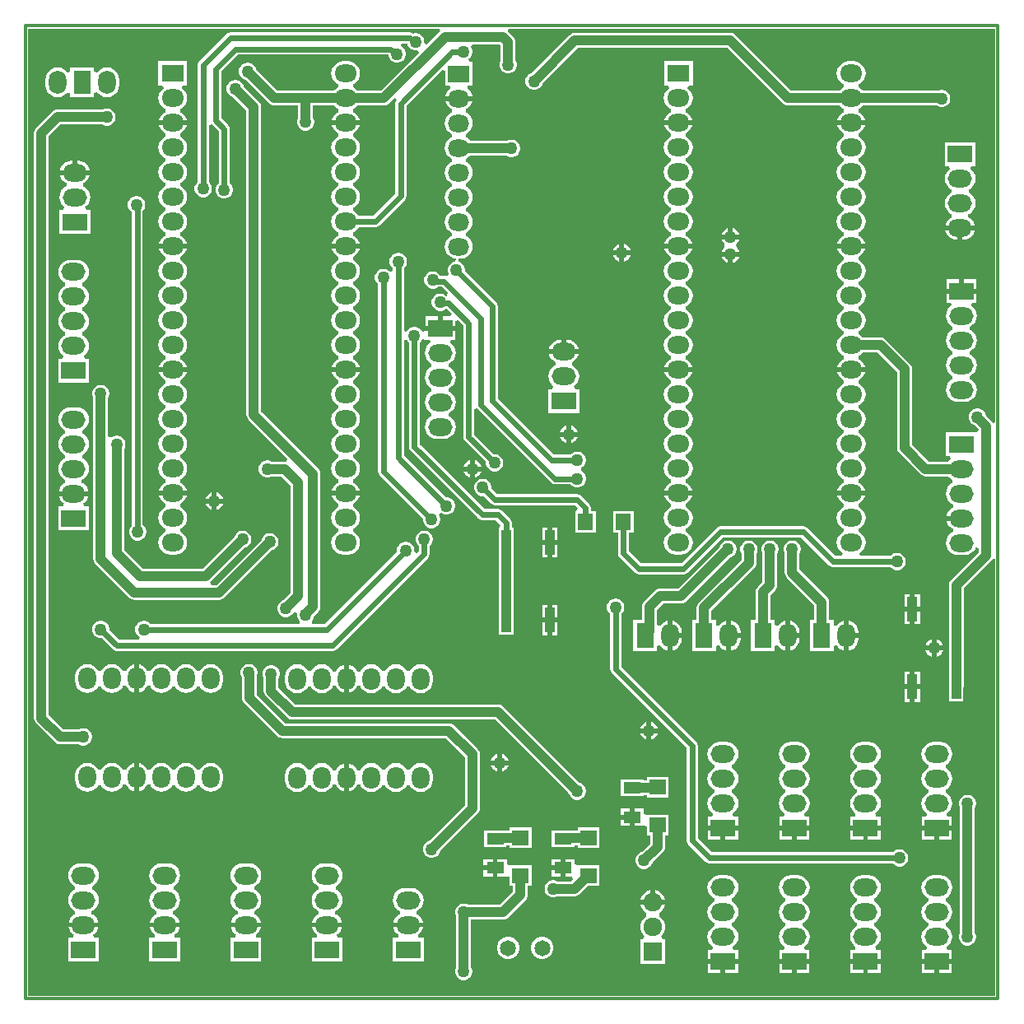
<source format=gtl>
G04*
G04 #@! TF.GenerationSoftware,Altium Limited,Altium Designer,21.6.4 (81)*
G04*
G04 Layer_Physical_Order=1*
G04 Layer_Color=255*
%FSLAX25Y25*%
%MOIN*%
G70*
G04*
G04 #@! TF.SameCoordinates,CA042318-3998-41E2-BA40-933A6302EA5A*
G04*
G04*
G04 #@! TF.FilePolarity,Positive*
G04*
G01*
G75*
%ADD12C,0.01181*%
%ADD41R,0.03937X0.09843*%
%ADD42R,0.06496X0.06890*%
%ADD43R,0.06890X0.06496*%
%ADD44R,0.07087X0.04724*%
%ADD45C,0.02362*%
%ADD46C,0.03937*%
%ADD47R,0.11000X0.11000*%
%ADD48C,0.06496*%
%ADD49R,0.06496X0.06496*%
%ADD50O,0.09843X0.07087*%
%ADD51R,0.09843X0.07087*%
%ADD52O,0.09055X0.07087*%
%ADD53R,0.09055X0.07087*%
%ADD54O,0.07087X0.09055*%
%ADD55R,0.07087X0.09843*%
%ADD56O,0.07087X0.09843*%
%ADD57O,0.07087X0.09449*%
%ADD58R,0.07087X0.09449*%
%ADD59O,0.08661X0.07087*%
%ADD60R,0.08661X0.07087*%
%ADD61R,0.07559X0.07559*%
%ADD62C,0.07559*%
%ADD63C,0.05000*%
G36*
X195832Y36306D02*
X194650Y36071D01*
X194593Y36209D01*
X194117Y36830D01*
X192000Y38947D01*
Y38961D01*
X191762Y39851D01*
X191301Y40649D01*
X190649Y41301D01*
X189851Y41761D01*
X188961Y42000D01*
X188039D01*
X187149Y41761D01*
X186351Y41301D01*
X185699Y40649D01*
X185239Y39851D01*
X185000Y38961D01*
Y38039D01*
X185239Y37149D01*
X185699Y36351D01*
X186351Y35699D01*
X187149Y35239D01*
X187273Y35205D01*
X189006Y33472D01*
Y33198D01*
X188220Y32342D01*
X187825Y32342D01*
X175779D01*
Y22658D01*
X177448D01*
X177849Y21476D01*
X177168Y20954D01*
X176815Y20494D01*
X168740D01*
X161994Y27240D01*
Y58000D01*
X161892Y58775D01*
X161593Y59497D01*
X161117Y60117D01*
X151440Y69794D01*
X150820Y70270D01*
X150098Y70569D01*
X149323Y70671D01*
X142153D01*
X141800Y71131D01*
X140789Y71907D01*
X140473Y72038D01*
Y73316D01*
X140789Y73447D01*
X141800Y74224D01*
X142576Y75235D01*
X143064Y76413D01*
X143231Y77677D01*
X143064Y78941D01*
X142576Y80119D01*
X141800Y81131D01*
X140789Y81907D01*
X140473Y82038D01*
Y83316D01*
X140789Y83447D01*
X141800Y84224D01*
X142576Y85235D01*
X143064Y86413D01*
X143231Y87677D01*
X143064Y88941D01*
X142576Y90119D01*
X141800Y91131D01*
X140789Y91907D01*
X140473Y92038D01*
Y93316D01*
X140789Y93447D01*
X141800Y94223D01*
X142576Y95235D01*
X143064Y96413D01*
X143231Y97677D01*
X143064Y98941D01*
X142576Y100119D01*
X141800Y101131D01*
X140789Y101907D01*
X140318Y102102D01*
Y103380D01*
X140729Y103550D01*
X141716Y104308D01*
X142473Y105295D01*
X142949Y106444D01*
X142982Y106693D01*
X137362D01*
X131742D01*
X131775Y106444D01*
X132251Y105295D01*
X133009Y104308D01*
X133995Y103550D01*
X134406Y103380D01*
Y102102D01*
X133936Y101907D01*
X132924Y101131D01*
X132148Y100119D01*
X131660Y98941D01*
X131494Y97677D01*
X131660Y96413D01*
X132148Y95235D01*
X132924Y94223D01*
X133936Y93447D01*
X134252Y93316D01*
Y92038D01*
X133936Y91907D01*
X132924Y91131D01*
X132148Y90119D01*
X131660Y88941D01*
X131494Y87677D01*
X131660Y86413D01*
X132148Y85235D01*
X132924Y84224D01*
X133936Y83447D01*
X134252Y83316D01*
Y82038D01*
X133936Y81907D01*
X132924Y81131D01*
X132148Y80119D01*
X131660Y78941D01*
X131494Y77677D01*
X131660Y76413D01*
X132148Y75235D01*
X132924Y74224D01*
X133936Y73447D01*
X134252Y73316D01*
Y72038D01*
X133936Y71907D01*
X132924Y71131D01*
X132148Y70119D01*
X131660Y68941D01*
X131494Y67677D01*
X131660Y66413D01*
X132148Y65235D01*
X132924Y64223D01*
X133936Y63447D01*
X134406Y63253D01*
Y61974D01*
X133995Y61804D01*
X133009Y61047D01*
X132251Y60060D01*
X131775Y58911D01*
X131742Y58661D01*
X137362D01*
X142982D01*
X142949Y58911D01*
X142473Y60060D01*
X141716Y61047D01*
X140729Y61804D01*
X140318Y61974D01*
Y63253D01*
X140789Y63447D01*
X141800Y64223D01*
X142153Y64683D01*
X148083D01*
X156006Y56760D01*
Y26000D01*
X156108Y25225D01*
X156407Y24503D01*
X156883Y23883D01*
X165383Y15383D01*
X166003Y14907D01*
X166725Y14608D01*
X167500Y14506D01*
X176815D01*
X177168Y14046D01*
X178179Y13270D01*
X178495Y13139D01*
Y11861D01*
X178179Y11730D01*
X177168Y10954D01*
X176391Y9942D01*
X175903Y8764D01*
X175737Y7500D01*
X175903Y6236D01*
X176391Y5058D01*
X177168Y4046D01*
X178179Y3270D01*
X178649Y3075D01*
Y1797D01*
X178239Y1627D01*
X177252Y869D01*
X176495Y-117D01*
X176019Y-1267D01*
X175986Y-1516D01*
X181999D01*
Y-3484D01*
X175986D01*
X176019Y-3733D01*
X176495Y-4883D01*
X177252Y-5869D01*
X178239Y-6627D01*
X178649Y-6797D01*
Y-8075D01*
X178179Y-8270D01*
X177168Y-9046D01*
X176391Y-10058D01*
X175903Y-11236D01*
X175737Y-12500D01*
X175903Y-13764D01*
X176391Y-14942D01*
X177168Y-15954D01*
X178179Y-16730D01*
X179357Y-17218D01*
X180621Y-17384D01*
X183377D01*
X184642Y-17218D01*
X185819Y-16730D01*
X186831Y-15954D01*
X187607Y-14942D01*
X187825Y-14417D01*
X189006Y-14652D01*
Y-16260D01*
X177741Y-27525D01*
X177265Y-28145D01*
X176966Y-28867D01*
X176864Y-29642D01*
Y-39281D01*
Y-70718D01*
X176890Y-70913D01*
Y-76640D01*
X182827D01*
Y-70913D01*
X182852Y-70718D01*
Y-39281D01*
Y-30882D01*
X194117Y-19617D01*
X194593Y-18997D01*
X194650Y-18858D01*
X195832Y-19093D01*
X195832Y-195832D01*
X-195830D01*
Y195829D01*
X-29477D01*
X-29076Y194648D01*
X-29117Y194617D01*
X-34490Y189244D01*
X-35549Y189855D01*
X-35500Y190039D01*
Y190961D01*
X-35739Y191851D01*
X-36199Y192649D01*
X-36851Y193301D01*
X-37649Y193762D01*
X-38539Y194000D01*
X-39461D01*
X-40046Y193843D01*
X-40363Y194054D01*
X-41214Y194224D01*
X-41214Y194224D01*
X-114000D01*
X-114000Y194224D01*
X-114851Y194054D01*
X-115573Y193572D01*
X-115573Y193572D01*
X-126573Y182572D01*
X-127055Y181851D01*
X-127224Y181000D01*
X-127224Y181000D01*
Y133726D01*
X-127801Y133149D01*
X-128261Y132351D01*
X-128500Y131461D01*
Y130539D01*
X-128261Y129649D01*
X-127801Y128851D01*
X-127149Y128199D01*
X-126351Y127738D01*
X-125461Y127500D01*
X-124539D01*
X-123649Y127738D01*
X-122851Y128199D01*
X-122199Y128851D01*
X-121739Y129649D01*
X-121500Y130539D01*
Y131461D01*
X-121739Y132351D01*
X-122199Y133149D01*
X-122776Y133726D01*
Y156710D01*
X-121595Y157068D01*
X-121572Y157034D01*
X-118724Y154186D01*
Y133226D01*
X-119301Y132649D01*
X-119762Y131851D01*
X-120000Y130961D01*
Y130039D01*
X-119762Y129149D01*
X-119301Y128351D01*
X-118649Y127699D01*
X-117851Y127239D01*
X-116961Y127000D01*
X-116039D01*
X-115149Y127239D01*
X-114351Y127699D01*
X-113699Y128351D01*
X-113239Y129149D01*
X-113000Y130039D01*
Y130961D01*
X-113239Y131851D01*
X-113699Y132649D01*
X-114276Y133226D01*
Y155107D01*
X-114276Y155107D01*
X-114445Y155958D01*
X-114927Y156679D01*
X-114927Y156679D01*
X-117776Y159528D01*
Y178579D01*
X-111079Y185276D01*
X-50135D01*
X-50000Y185141D01*
Y185039D01*
X-49762Y184149D01*
X-49301Y183351D01*
X-48649Y182699D01*
X-47851Y182238D01*
X-46961Y182000D01*
X-46039D01*
X-45149Y182238D01*
X-44351Y182699D01*
X-43699Y183351D01*
X-43238Y184149D01*
X-43000Y185039D01*
Y185961D01*
X-43238Y186851D01*
X-43699Y187649D01*
X-44351Y188301D01*
X-44861Y188595D01*
X-44544Y189776D01*
X-42430D01*
X-42261Y189149D01*
X-41801Y188351D01*
X-41149Y187699D01*
X-40351Y187239D01*
X-39461Y187000D01*
X-38539D01*
X-38355Y187049D01*
X-37744Y185990D01*
X-53063Y170671D01*
X-62572D01*
X-62924Y171131D01*
X-63936Y171907D01*
X-64252Y172038D01*
Y173316D01*
X-63936Y173447D01*
X-62924Y174223D01*
X-62148Y175235D01*
X-61660Y176413D01*
X-61494Y177677D01*
X-61660Y178941D01*
X-62148Y180119D01*
X-62924Y181131D01*
X-63936Y181907D01*
X-65114Y182395D01*
X-66378Y182562D01*
X-68347D01*
X-69611Y182395D01*
X-70789Y181907D01*
X-71800Y181131D01*
X-72576Y180119D01*
X-73064Y178941D01*
X-73231Y177677D01*
X-73064Y176413D01*
X-72576Y175235D01*
X-71800Y174223D01*
X-70789Y173447D01*
X-70473Y173316D01*
Y172038D01*
X-70789Y171907D01*
X-71800Y171131D01*
X-72153Y170671D01*
X-94937D01*
X-103600Y179334D01*
X-103738Y179851D01*
X-104199Y180649D01*
X-104851Y181301D01*
X-105649Y181762D01*
X-106539Y182000D01*
X-107461D01*
X-108351Y181762D01*
X-109149Y181301D01*
X-109801Y180649D01*
X-110261Y179851D01*
X-110500Y178961D01*
Y178039D01*
X-110261Y177149D01*
X-109801Y176351D01*
X-109149Y175699D01*
X-108351Y175239D01*
X-107834Y175100D01*
X-98294Y165560D01*
X-97674Y165084D01*
X-97375Y164960D01*
X-96952Y164785D01*
X-96177Y164683D01*
X-86494D01*
Y159814D01*
X-86761Y159351D01*
X-87000Y158461D01*
Y157539D01*
X-86761Y156649D01*
X-86301Y155851D01*
X-85649Y155199D01*
X-84851Y154738D01*
X-83961Y154500D01*
X-83039D01*
X-82149Y154738D01*
X-81351Y155199D01*
X-80699Y155851D01*
X-80238Y156649D01*
X-80000Y157539D01*
Y158461D01*
X-80238Y159351D01*
X-80506Y159814D01*
Y164683D01*
X-72153D01*
X-71800Y164224D01*
X-70789Y163447D01*
X-70318Y163252D01*
Y161974D01*
X-70729Y161804D01*
X-71716Y161047D01*
X-72473Y160060D01*
X-72949Y158911D01*
X-72982Y158661D01*
X-67362D01*
X-61742D01*
X-61775Y158911D01*
X-62251Y160060D01*
X-63008Y161047D01*
X-63995Y161804D01*
X-64406Y161974D01*
Y163252D01*
X-63936Y163447D01*
X-62924Y164224D01*
X-62572Y164683D01*
X-51823D01*
X-51048Y164785D01*
X-50326Y165084D01*
X-49706Y165560D01*
X-47590Y167676D01*
X-46672Y166923D01*
X-47055Y166351D01*
X-47224Y165500D01*
X-47224Y165500D01*
Y128921D01*
X-56244Y119901D01*
X-62058D01*
X-62148Y120119D01*
X-62924Y121131D01*
X-63936Y121907D01*
X-64252Y122038D01*
Y123316D01*
X-63936Y123447D01*
X-62924Y124223D01*
X-62148Y125235D01*
X-61660Y126413D01*
X-61494Y127677D01*
X-61660Y128941D01*
X-62148Y130119D01*
X-62924Y131131D01*
X-63936Y131907D01*
X-64252Y132038D01*
Y133316D01*
X-63936Y133447D01*
X-62924Y134223D01*
X-62148Y135235D01*
X-61660Y136413D01*
X-61494Y137677D01*
X-61660Y138941D01*
X-62148Y140119D01*
X-62924Y141131D01*
X-63936Y141907D01*
X-64252Y142038D01*
Y143316D01*
X-63936Y143447D01*
X-62924Y144223D01*
X-62148Y145235D01*
X-61660Y146413D01*
X-61494Y147677D01*
X-61660Y148941D01*
X-62148Y150119D01*
X-62924Y151131D01*
X-63936Y151907D01*
X-64406Y152102D01*
Y153380D01*
X-63995Y153550D01*
X-63008Y154308D01*
X-62251Y155295D01*
X-61775Y156444D01*
X-61742Y156693D01*
X-67362D01*
X-72982D01*
X-72949Y156444D01*
X-72473Y155295D01*
X-71716Y154308D01*
X-70729Y153550D01*
X-70318Y153380D01*
Y152102D01*
X-70789Y151907D01*
X-71800Y151131D01*
X-72576Y150119D01*
X-73064Y148941D01*
X-73231Y147677D01*
X-73064Y146413D01*
X-72576Y145235D01*
X-71800Y144223D01*
X-70789Y143447D01*
X-70473Y143316D01*
Y142038D01*
X-70789Y141907D01*
X-71800Y141131D01*
X-72576Y140119D01*
X-73064Y138941D01*
X-73231Y137677D01*
X-73064Y136413D01*
X-72576Y135235D01*
X-71800Y134223D01*
X-70789Y133447D01*
X-70473Y133316D01*
Y132038D01*
X-70789Y131907D01*
X-71800Y131131D01*
X-72576Y130119D01*
X-73064Y128941D01*
X-73231Y127677D01*
X-73064Y126413D01*
X-72576Y125235D01*
X-71800Y124223D01*
X-70789Y123447D01*
X-70473Y123316D01*
Y122038D01*
X-70789Y121907D01*
X-71800Y121131D01*
X-72576Y120119D01*
X-73064Y118941D01*
X-73231Y117677D01*
X-73064Y116413D01*
X-72576Y115235D01*
X-71800Y114224D01*
X-70789Y113447D01*
X-70318Y113252D01*
Y111974D01*
X-70729Y111804D01*
X-71716Y111047D01*
X-72473Y110060D01*
X-72949Y108911D01*
X-72982Y108661D01*
X-67362D01*
X-61742D01*
X-61775Y108911D01*
X-62251Y110060D01*
X-63008Y111047D01*
X-63995Y111804D01*
X-64406Y111974D01*
Y113252D01*
X-63936Y113447D01*
X-62924Y114224D01*
X-62148Y115235D01*
X-62058Y115453D01*
X-55323D01*
X-55323Y115453D01*
X-54472Y115623D01*
X-53750Y116105D01*
X-43428Y126427D01*
X-43428Y126427D01*
X-42945Y127149D01*
X-42776Y128000D01*
X-42776Y128000D01*
Y164579D01*
X-28221Y179134D01*
X-27130Y178682D01*
Y172658D01*
X-25183D01*
X-24979Y172249D01*
X-24866Y171476D01*
X-25657Y170870D01*
X-26414Y169883D01*
X-26890Y168733D01*
X-26923Y168484D01*
X-21500D01*
X-16077D01*
X-16110Y168733D01*
X-16586Y169883D01*
X-17343Y170870D01*
X-18134Y171476D01*
X-18021Y172249D01*
X-17818Y172658D01*
X-15870D01*
Y182343D01*
X-17339D01*
X-17655Y183524D01*
X-17351Y183699D01*
X-16699Y184351D01*
X-16239Y185149D01*
X-16000Y186039D01*
Y186961D01*
X-16239Y187851D01*
X-16512Y188325D01*
X-16130Y189249D01*
X-15886Y189506D01*
X-5046D01*
X-4494Y188953D01*
Y182983D01*
X-4761Y182520D01*
X-5000Y181630D01*
Y180708D01*
X-4761Y179818D01*
X-4301Y179020D01*
X-3649Y178368D01*
X-2851Y177907D01*
X-1961Y177669D01*
X-1039D01*
X-149Y177907D01*
X649Y178368D01*
X1301Y179020D01*
X1761Y179818D01*
X2000Y180708D01*
Y181630D01*
X1761Y182520D01*
X1494Y182983D01*
Y190194D01*
X1392Y190969D01*
X1217Y191392D01*
X1093Y191691D01*
X617Y192311D01*
X-1689Y194617D01*
X-1730Y194648D01*
X-1329Y195829D01*
X195832D01*
X195832Y36306D01*
D02*
G37*
%LPC*%
G36*
X-164000Y180065D02*
X-165264Y179899D01*
X-166442Y179411D01*
X-167454Y178635D01*
X-167976Y177954D01*
X-169158Y178355D01*
Y180024D01*
X-178842D01*
Y178355D01*
X-180024Y177954D01*
X-180546Y178635D01*
X-181558Y179411D01*
X-182736Y179899D01*
X-184000Y180065D01*
X-185264Y179899D01*
X-186442Y179411D01*
X-187454Y178635D01*
X-188230Y177623D01*
X-188718Y176445D01*
X-188884Y175181D01*
Y172819D01*
X-188718Y171555D01*
X-188230Y170377D01*
X-187454Y169365D01*
X-186442Y168589D01*
X-185264Y168101D01*
X-184000Y167935D01*
X-182736Y168101D01*
X-181558Y168589D01*
X-180546Y169365D01*
X-180024Y170046D01*
X-178842Y169645D01*
Y167976D01*
X-169158D01*
Y169645D01*
X-167976Y170046D01*
X-167454Y169365D01*
X-166442Y168589D01*
X-165264Y168101D01*
X-164000Y167935D01*
X-162736Y168101D01*
X-161558Y168589D01*
X-160546Y169365D01*
X-159770Y170377D01*
X-159282Y171555D01*
X-159116Y172819D01*
Y175181D01*
X-159282Y176445D01*
X-159770Y177623D01*
X-160546Y178635D01*
X-161558Y179411D01*
X-162736Y179899D01*
X-164000Y180065D01*
D02*
G37*
G36*
X88500Y193994D02*
X25500D01*
X24725Y193892D01*
X24003Y193593D01*
X23383Y193117D01*
X8166Y177900D01*
X7649Y177761D01*
X6851Y177301D01*
X6199Y176649D01*
X5739Y175851D01*
X5500Y174961D01*
Y174039D01*
X5739Y173149D01*
X6199Y172351D01*
X6851Y171699D01*
X7649Y171239D01*
X8539Y171000D01*
X9461D01*
X10351Y171239D01*
X11149Y171699D01*
X11801Y172351D01*
X12262Y173149D01*
X12400Y173666D01*
X26740Y188006D01*
X87260D01*
X109706Y165560D01*
X110326Y165084D01*
X110625Y164960D01*
X111048Y164785D01*
X111823Y164683D01*
X132572D01*
X132924Y164224D01*
X133936Y163447D01*
X134406Y163252D01*
Y161974D01*
X133995Y161804D01*
X133009Y161047D01*
X132251Y160060D01*
X131775Y158911D01*
X131742Y158661D01*
X137362D01*
X142982D01*
X142949Y158911D01*
X142473Y160060D01*
X141716Y161047D01*
X140729Y161804D01*
X140318Y161974D01*
Y163252D01*
X140789Y163447D01*
X141800Y164224D01*
X142085Y164594D01*
X172032D01*
X172649Y164239D01*
X173539Y164000D01*
X174461D01*
X175351Y164239D01*
X176149Y164699D01*
X176801Y165351D01*
X177261Y166149D01*
X177500Y167039D01*
Y167961D01*
X177261Y168851D01*
X176801Y169649D01*
X176149Y170301D01*
X175351Y170762D01*
X174461Y171000D01*
X173539D01*
X172649Y170762D01*
X172339Y170583D01*
X142221D01*
X141800Y171131D01*
X140789Y171907D01*
X140473Y172038D01*
Y173316D01*
X140789Y173447D01*
X141800Y174223D01*
X142576Y175235D01*
X143064Y176413D01*
X143231Y177677D01*
X143064Y178941D01*
X142576Y180119D01*
X141800Y181131D01*
X140789Y181907D01*
X139611Y182395D01*
X138347Y182562D01*
X136378D01*
X135114Y182395D01*
X133936Y181907D01*
X132924Y181131D01*
X132148Y180119D01*
X131660Y178941D01*
X131494Y177677D01*
X131660Y176413D01*
X132148Y175235D01*
X132924Y174223D01*
X133936Y173447D01*
X134252Y173316D01*
Y172038D01*
X133936Y171907D01*
X132924Y171131D01*
X132572Y170671D01*
X113063D01*
X90617Y193117D01*
X89997Y193593D01*
X89275Y193892D01*
X88500Y193994D01*
D02*
G37*
G36*
X73189Y182520D02*
X61535D01*
Y172835D01*
X63204D01*
X63605Y171654D01*
X62924Y171131D01*
X62148Y170119D01*
X61660Y168941D01*
X61494Y167677D01*
X61660Y166413D01*
X62148Y165235D01*
X62924Y164224D01*
X63936Y163447D01*
X64406Y163252D01*
Y161974D01*
X63995Y161804D01*
X63008Y161047D01*
X62251Y160060D01*
X61775Y158911D01*
X61742Y158661D01*
X67362D01*
X72982D01*
X72949Y158911D01*
X72473Y160060D01*
X71716Y161047D01*
X70729Y161804D01*
X70318Y161974D01*
Y163252D01*
X70789Y163447D01*
X71800Y164224D01*
X72576Y165235D01*
X73064Y166413D01*
X73231Y167677D01*
X73064Y168941D01*
X72576Y170119D01*
X71800Y171131D01*
X71119Y171654D01*
X71520Y172835D01*
X73189D01*
Y182520D01*
D02*
G37*
G36*
X-131535D02*
X-143189D01*
Y172835D01*
X-141520D01*
X-141119Y171654D01*
X-141800Y171131D01*
X-142576Y170119D01*
X-143064Y168941D01*
X-143231Y167677D01*
X-143064Y166413D01*
X-142576Y165235D01*
X-141800Y164224D01*
X-140789Y163447D01*
X-140318Y163252D01*
Y161974D01*
X-140729Y161804D01*
X-141716Y161047D01*
X-142473Y160060D01*
X-142949Y158911D01*
X-142982Y158661D01*
X-137362D01*
X-131742D01*
X-131775Y158911D01*
X-132251Y160060D01*
X-133009Y161047D01*
X-133995Y161804D01*
X-134406Y161974D01*
Y163252D01*
X-133936Y163447D01*
X-132924Y164224D01*
X-132148Y165235D01*
X-131660Y166413D01*
X-131494Y167677D01*
X-131660Y168941D01*
X-132148Y170119D01*
X-132924Y171131D01*
X-133605Y171654D01*
X-133204Y172835D01*
X-131535D01*
Y182520D01*
D02*
G37*
G36*
X-163539Y163500D02*
X-164461D01*
X-165351Y163261D01*
X-165814Y162994D01*
X-184000D01*
X-184775Y162892D01*
X-185497Y162593D01*
X-186117Y162117D01*
X-192617Y155617D01*
X-193093Y154997D01*
X-193392Y154275D01*
X-193494Y153500D01*
Y-83500D01*
X-193392Y-84275D01*
X-193093Y-84997D01*
X-192617Y-85617D01*
X-185117Y-93117D01*
X-184497Y-93593D01*
X-183775Y-93892D01*
X-183000Y-93994D01*
X-175314D01*
X-174851Y-94261D01*
X-173961Y-94500D01*
X-173039D01*
X-172149Y-94261D01*
X-171351Y-93801D01*
X-170699Y-93149D01*
X-170238Y-92351D01*
X-170000Y-91461D01*
Y-90539D01*
X-170238Y-89649D01*
X-170699Y-88851D01*
X-171351Y-88199D01*
X-172149Y-87739D01*
X-173039Y-87500D01*
X-173961D01*
X-174851Y-87739D01*
X-175314Y-88006D01*
X-181760D01*
X-187506Y-82260D01*
Y152260D01*
X-182760Y157006D01*
X-165814D01*
X-165351Y156738D01*
X-164461Y156500D01*
X-163539D01*
X-162649Y156738D01*
X-161851Y157199D01*
X-161199Y157851D01*
X-160739Y158649D01*
X-160500Y159539D01*
Y160461D01*
X-160739Y161351D01*
X-161199Y162149D01*
X-161851Y162801D01*
X-162649Y163261D01*
X-163539Y163500D01*
D02*
G37*
G36*
X-16077Y166516D02*
X-21500D01*
X-26923D01*
X-26890Y166267D01*
X-26414Y165117D01*
X-25657Y164130D01*
X-24670Y163373D01*
X-24259Y163203D01*
Y161925D01*
X-24730Y161730D01*
X-25741Y160954D01*
X-26517Y159942D01*
X-27005Y158764D01*
X-27172Y157500D01*
X-27005Y156236D01*
X-26517Y155058D01*
X-25741Y154046D01*
X-24730Y153270D01*
X-24414Y153139D01*
Y151861D01*
X-24730Y151730D01*
X-25741Y150954D01*
X-26517Y149942D01*
X-27005Y148764D01*
X-27172Y147500D01*
X-27005Y146236D01*
X-26517Y145058D01*
X-25741Y144046D01*
X-24730Y143270D01*
X-24414Y143139D01*
Y141861D01*
X-24730Y141730D01*
X-25741Y140954D01*
X-26517Y139942D01*
X-27005Y138764D01*
X-27172Y137500D01*
X-27005Y136236D01*
X-26517Y135058D01*
X-25741Y134046D01*
X-24730Y133270D01*
X-24414Y133139D01*
Y131861D01*
X-24730Y131730D01*
X-25741Y130954D01*
X-26517Y129942D01*
X-27005Y128764D01*
X-27172Y127500D01*
X-27005Y126236D01*
X-26517Y125058D01*
X-25741Y124046D01*
X-24730Y123270D01*
X-24414Y123139D01*
Y121861D01*
X-24730Y121730D01*
X-25741Y120954D01*
X-26517Y119942D01*
X-27005Y118764D01*
X-27172Y117500D01*
X-27005Y116236D01*
X-26517Y115058D01*
X-25741Y114046D01*
X-24730Y113270D01*
X-24414Y113139D01*
Y111861D01*
X-24730Y111730D01*
X-25741Y110954D01*
X-26517Y109942D01*
X-27005Y108764D01*
X-27172Y107500D01*
X-27005Y106236D01*
X-26517Y105058D01*
X-25741Y104046D01*
X-24730Y103270D01*
X-23552Y102782D01*
X-22822Y102686D01*
X-22784Y102681D01*
X-22862Y101500D01*
X-22961Y101500D01*
X-23851Y101261D01*
X-24649Y100801D01*
X-25301Y100149D01*
X-25762Y99351D01*
X-26000Y98461D01*
Y97539D01*
X-25762Y96649D01*
X-25509Y96212D01*
X-26394Y95383D01*
X-26644Y95550D01*
X-27495Y95719D01*
X-27495Y95719D01*
X-28951D01*
X-29199Y96149D01*
X-29851Y96801D01*
X-30649Y97262D01*
X-31539Y97500D01*
X-32461D01*
X-33351Y97262D01*
X-34149Y96801D01*
X-34801Y96149D01*
X-35261Y95351D01*
X-35500Y94461D01*
Y93539D01*
X-35261Y92649D01*
X-34801Y91851D01*
X-34149Y91199D01*
X-33351Y90738D01*
X-32461Y90500D01*
X-31539D01*
X-30649Y90738D01*
X-29851Y91199D01*
X-29779Y91272D01*
X-28416D01*
X-25886Y88741D01*
X-26342Y87527D01*
X-26562Y87512D01*
X-26851Y87801D01*
X-27649Y88261D01*
X-28539Y88500D01*
X-29461D01*
X-30351Y88261D01*
X-31149Y87801D01*
X-31801Y87149D01*
X-32261Y86351D01*
X-32500Y85461D01*
Y84539D01*
X-32261Y83649D01*
X-31801Y82851D01*
X-31149Y82199D01*
X-30351Y81739D01*
X-29461Y81500D01*
X-28539D01*
X-27649Y81739D01*
X-26851Y82199D01*
X-26685Y82365D01*
X-26510D01*
X-24461Y80316D01*
X-24913Y79224D01*
X-28016D01*
Y75484D01*
X-22898D01*
Y77210D01*
X-21806Y77662D01*
X-19724Y75579D01*
Y30500D01*
X-19724Y30500D01*
X-19555Y29649D01*
X-19072Y28927D01*
X-10500Y20355D01*
Y19539D01*
X-10261Y18649D01*
X-9801Y17851D01*
X-9149Y17199D01*
X-8351Y16738D01*
X-7461Y16500D01*
X-6539D01*
X-5649Y16738D01*
X-4851Y17199D01*
X-4199Y17851D01*
X-3739Y18649D01*
X-3500Y19539D01*
Y20461D01*
X-3739Y21351D01*
X-4199Y22149D01*
X-4851Y22801D01*
X-5649Y23261D01*
X-6539Y23500D01*
X-7355D01*
X-15276Y31421D01*
Y41603D01*
X-14095Y41961D01*
X-14073Y41927D01*
X15927Y11928D01*
X15927Y11928D01*
X16649Y11445D01*
X17500Y11276D01*
X17500Y11276D01*
X23774D01*
X24351Y10699D01*
X25149Y10238D01*
X26039Y10000D01*
X26961D01*
X27851Y10238D01*
X28649Y10699D01*
X29301Y11351D01*
X29761Y12149D01*
X30000Y13039D01*
Y13961D01*
X29761Y14851D01*
X29301Y15649D01*
X28649Y16301D01*
X28142Y16594D01*
X28025Y17052D01*
Y17448D01*
X28142Y17906D01*
X28649Y18199D01*
X29301Y18851D01*
X29761Y19649D01*
X30000Y20539D01*
Y21461D01*
X29761Y22351D01*
X29301Y23149D01*
X28649Y23801D01*
X27851Y24261D01*
X26961Y24500D01*
X26039D01*
X25149Y24261D01*
X24351Y23801D01*
X23774Y23224D01*
X16921D01*
X-5776Y45921D01*
Y83500D01*
X-5776Y83500D01*
X-5945Y84351D01*
X-6427Y85072D01*
X-6427Y85072D01*
X-19000Y97645D01*
Y98461D01*
X-19239Y99351D01*
X-19699Y100149D01*
X-20351Y100801D01*
X-21149Y101261D01*
X-21691Y101407D01*
X-21795Y101435D01*
X-21640Y102616D01*
X-21610Y102616D01*
X-20713D01*
X-19448Y102782D01*
X-18270Y103270D01*
X-17259Y104046D01*
X-16483Y105058D01*
X-15995Y106236D01*
X-15828Y107500D01*
X-15995Y108764D01*
X-16483Y109942D01*
X-17259Y110954D01*
X-18270Y111730D01*
X-18586Y111861D01*
Y113139D01*
X-18270Y113270D01*
X-17259Y114046D01*
X-16483Y115058D01*
X-15995Y116236D01*
X-15828Y117500D01*
X-15995Y118764D01*
X-16483Y119942D01*
X-17259Y120954D01*
X-18270Y121730D01*
X-18586Y121861D01*
Y123139D01*
X-18270Y123270D01*
X-17259Y124046D01*
X-16483Y125058D01*
X-15995Y126236D01*
X-15828Y127500D01*
X-15995Y128764D01*
X-16483Y129942D01*
X-17259Y130954D01*
X-18270Y131730D01*
X-18586Y131861D01*
Y133139D01*
X-18270Y133270D01*
X-17259Y134046D01*
X-16483Y135058D01*
X-15995Y136236D01*
X-15828Y137500D01*
X-15995Y138764D01*
X-16483Y139942D01*
X-17259Y140954D01*
X-18270Y141730D01*
X-18586Y141861D01*
Y143139D01*
X-18270Y143270D01*
X-17259Y144046D01*
X-16988Y144399D01*
X-2211D01*
X-1564Y144026D01*
X-673Y143787D01*
X248D01*
X1138Y144026D01*
X1936Y144487D01*
X2588Y145138D01*
X3049Y145936D01*
X3287Y146827D01*
Y147748D01*
X3049Y148638D01*
X2588Y149436D01*
X1936Y150088D01*
X1138Y150549D01*
X248Y150787D01*
X-673D01*
X-1564Y150549D01*
X-1843Y150388D01*
X-16825D01*
X-17259Y150954D01*
X-18270Y151730D01*
X-18586Y151861D01*
Y153139D01*
X-18270Y153270D01*
X-17259Y154046D01*
X-16483Y155058D01*
X-15995Y156236D01*
X-15828Y157500D01*
X-15995Y158764D01*
X-16483Y159942D01*
X-17259Y160954D01*
X-18270Y161730D01*
X-18741Y161925D01*
Y163203D01*
X-18330Y163373D01*
X-17343Y164130D01*
X-16586Y165117D01*
X-16110Y166267D01*
X-16077Y166516D01*
D02*
G37*
G36*
X-175623Y142265D02*
X-176016D01*
Y138484D01*
X-170987D01*
X-171020Y138733D01*
X-171496Y139883D01*
X-172253Y140869D01*
X-173240Y141627D01*
X-174389Y142103D01*
X-175623Y142265D01*
D02*
G37*
G36*
X-177985D02*
X-178379D01*
X-179612Y142103D01*
X-180761Y141627D01*
X-181748Y140869D01*
X-182505Y139883D01*
X-182981Y138733D01*
X-183014Y138484D01*
X-177985D01*
Y142265D01*
D02*
G37*
G36*
X187721Y149843D02*
X175279D01*
Y140157D01*
X176948D01*
X177349Y138976D01*
X176668Y138454D01*
X175892Y137442D01*
X175404Y136264D01*
X175238Y135000D01*
X175404Y133736D01*
X175892Y132558D01*
X176668Y131546D01*
X177680Y130770D01*
X177996Y130639D01*
Y129361D01*
X177680Y129230D01*
X176668Y128454D01*
X175892Y127442D01*
X175404Y126264D01*
X175238Y125000D01*
X175404Y123736D01*
X175892Y122558D01*
X176668Y121546D01*
X177680Y120770D01*
X178150Y120575D01*
Y119297D01*
X177740Y119127D01*
X176753Y118369D01*
X175995Y117383D01*
X175519Y116233D01*
X175486Y115984D01*
X181500D01*
X187514D01*
X187481Y116233D01*
X187005Y117383D01*
X186247Y118369D01*
X185260Y119127D01*
X184850Y119297D01*
Y120575D01*
X185320Y120770D01*
X186332Y121546D01*
X187108Y122558D01*
X187596Y123736D01*
X187762Y125000D01*
X187596Y126264D01*
X187108Y127442D01*
X186332Y128454D01*
X185320Y129230D01*
X185004Y129361D01*
Y130639D01*
X185320Y130770D01*
X186332Y131546D01*
X187108Y132558D01*
X187596Y133736D01*
X187762Y135000D01*
X187596Y136264D01*
X187108Y137442D01*
X186332Y138454D01*
X185651Y138976D01*
X186051Y140157D01*
X187721D01*
Y149843D01*
D02*
G37*
G36*
X-170987Y136516D02*
X-177001D01*
X-183014D01*
X-182981Y136267D01*
X-182505Y135117D01*
X-181748Y134131D01*
X-180761Y133373D01*
X-180350Y133203D01*
Y131925D01*
X-180821Y131730D01*
X-181832Y130954D01*
X-182608Y129942D01*
X-183097Y128764D01*
X-183263Y127500D01*
X-183097Y126236D01*
X-182608Y125058D01*
X-181832Y124046D01*
X-181151Y123524D01*
X-181552Y122343D01*
X-183221D01*
Y112657D01*
X-170780D01*
Y122343D01*
X-172449D01*
X-172850Y123524D01*
X-172169Y124046D01*
X-171393Y125058D01*
X-170905Y126236D01*
X-170738Y127500D01*
X-170905Y128764D01*
X-171393Y129942D01*
X-172169Y130954D01*
X-173180Y131730D01*
X-173651Y131925D01*
Y133203D01*
X-173240Y133373D01*
X-172253Y134131D01*
X-171496Y135117D01*
X-171020Y136267D01*
X-170987Y136516D01*
D02*
G37*
G36*
X89484Y115047D02*
Y112484D01*
X92047D01*
X91930Y112921D01*
X91446Y113760D01*
X90760Y114446D01*
X89921Y114930D01*
X89484Y115047D01*
D02*
G37*
G36*
X87516D02*
X87079Y114930D01*
X86240Y114446D01*
X85554Y113760D01*
X85070Y112921D01*
X84953Y112484D01*
X87516D01*
Y115047D01*
D02*
G37*
G36*
X187514Y114016D02*
X182484D01*
Y110235D01*
X182878D01*
X184111Y110397D01*
X185260Y110873D01*
X186247Y111630D01*
X187005Y112617D01*
X187481Y113767D01*
X187514Y114016D01*
D02*
G37*
G36*
X180516D02*
X175486D01*
X175519Y113767D01*
X175995Y112617D01*
X176753Y111630D01*
X177740Y110873D01*
X178889Y110397D01*
X180122Y110235D01*
X180516D01*
Y114016D01*
D02*
G37*
G36*
X72982Y156693D02*
X67362D01*
X61742D01*
X61775Y156444D01*
X62251Y155295D01*
X63008Y154308D01*
X63995Y153550D01*
X64406Y153380D01*
Y152102D01*
X63936Y151907D01*
X62924Y151131D01*
X62148Y150119D01*
X61660Y148941D01*
X61494Y147677D01*
X61660Y146413D01*
X62148Y145235D01*
X62924Y144223D01*
X63936Y143447D01*
X64252Y143316D01*
Y142038D01*
X63936Y141907D01*
X62924Y141131D01*
X62148Y140119D01*
X61660Y138941D01*
X61494Y137677D01*
X61660Y136413D01*
X62148Y135235D01*
X62924Y134223D01*
X63936Y133447D01*
X64252Y133316D01*
Y132038D01*
X63936Y131907D01*
X62924Y131131D01*
X62148Y130119D01*
X61660Y128941D01*
X61494Y127677D01*
X61660Y126413D01*
X62148Y125235D01*
X62924Y124223D01*
X63936Y123447D01*
X64252Y123316D01*
Y122038D01*
X63936Y121907D01*
X62924Y121131D01*
X62148Y120119D01*
X61660Y118941D01*
X61494Y117677D01*
X61660Y116413D01*
X62148Y115235D01*
X62924Y114224D01*
X63936Y113447D01*
X64406Y113252D01*
Y111974D01*
X63995Y111804D01*
X63008Y111047D01*
X62251Y110060D01*
X61775Y108911D01*
X61742Y108661D01*
X67362D01*
X72982D01*
X72949Y108911D01*
X72473Y110060D01*
X71716Y111047D01*
X70729Y111804D01*
X70318Y111974D01*
Y113252D01*
X70789Y113447D01*
X71800Y114224D01*
X72576Y115235D01*
X73064Y116413D01*
X73231Y117677D01*
X73064Y118941D01*
X72576Y120119D01*
X71800Y121131D01*
X70789Y121907D01*
X70473Y122038D01*
Y123316D01*
X70789Y123447D01*
X71800Y124223D01*
X72576Y125235D01*
X73064Y126413D01*
X73231Y127677D01*
X73064Y128941D01*
X72576Y130119D01*
X71800Y131131D01*
X70789Y131907D01*
X70473Y132038D01*
Y133316D01*
X70789Y133447D01*
X71800Y134223D01*
X72576Y135235D01*
X73064Y136413D01*
X73231Y137677D01*
X73064Y138941D01*
X72576Y140119D01*
X71800Y141131D01*
X70789Y141907D01*
X70473Y142038D01*
Y143316D01*
X70789Y143447D01*
X71800Y144223D01*
X72576Y145235D01*
X73064Y146413D01*
X73231Y147677D01*
X73064Y148941D01*
X72576Y150119D01*
X71800Y151131D01*
X70789Y151907D01*
X70318Y152102D01*
Y153380D01*
X70729Y153550D01*
X71716Y154308D01*
X72473Y155295D01*
X72949Y156444D01*
X72982Y156693D01*
D02*
G37*
G36*
X142982D02*
X137362D01*
X131742D01*
X131775Y156444D01*
X132251Y155295D01*
X133009Y154308D01*
X133995Y153550D01*
X134406Y153380D01*
Y152102D01*
X133936Y151907D01*
X132924Y151131D01*
X132148Y150119D01*
X131660Y148941D01*
X131494Y147677D01*
X131660Y146413D01*
X132148Y145235D01*
X132924Y144223D01*
X133936Y143447D01*
X134252Y143316D01*
Y142038D01*
X133936Y141907D01*
X132924Y141131D01*
X132148Y140119D01*
X131660Y138941D01*
X131494Y137677D01*
X131660Y136413D01*
X132148Y135235D01*
X132924Y134223D01*
X133936Y133447D01*
X134252Y133316D01*
Y132038D01*
X133936Y131907D01*
X132924Y131131D01*
X132148Y130119D01*
X131660Y128941D01*
X131494Y127677D01*
X131660Y126413D01*
X132148Y125235D01*
X132924Y124223D01*
X133936Y123447D01*
X134252Y123316D01*
Y122038D01*
X133936Y121907D01*
X132924Y121131D01*
X132148Y120119D01*
X131660Y118941D01*
X131494Y117677D01*
X131660Y116413D01*
X132148Y115235D01*
X132924Y114224D01*
X133936Y113447D01*
X134406Y113252D01*
Y111974D01*
X133995Y111804D01*
X133009Y111047D01*
X132251Y110060D01*
X131775Y108911D01*
X131742Y108661D01*
X137362D01*
X142982D01*
X142949Y108911D01*
X142473Y110060D01*
X141716Y111047D01*
X140729Y111804D01*
X140318Y111974D01*
Y113252D01*
X140789Y113447D01*
X141800Y114224D01*
X142576Y115235D01*
X143064Y116413D01*
X143231Y117677D01*
X143064Y118941D01*
X142576Y120119D01*
X141800Y121131D01*
X140789Y121907D01*
X140473Y122038D01*
Y123316D01*
X140789Y123447D01*
X141800Y124223D01*
X142576Y125235D01*
X143064Y126413D01*
X143231Y127677D01*
X143064Y128941D01*
X142576Y130119D01*
X141800Y131131D01*
X140789Y131907D01*
X140473Y132038D01*
Y133316D01*
X140789Y133447D01*
X141800Y134223D01*
X142576Y135235D01*
X143064Y136413D01*
X143231Y137677D01*
X143064Y138941D01*
X142576Y140119D01*
X141800Y141131D01*
X140789Y141907D01*
X140473Y142038D01*
Y143316D01*
X140789Y143447D01*
X141800Y144223D01*
X142576Y145235D01*
X143064Y146413D01*
X143231Y147677D01*
X143064Y148941D01*
X142576Y150119D01*
X141800Y151131D01*
X140789Y151907D01*
X140318Y152102D01*
Y153380D01*
X140729Y153550D01*
X141716Y154308D01*
X142473Y155295D01*
X142949Y156444D01*
X142982Y156693D01*
D02*
G37*
G36*
X-131742D02*
X-137362D01*
X-142982D01*
X-142949Y156444D01*
X-142473Y155295D01*
X-141716Y154308D01*
X-140729Y153550D01*
X-140318Y153380D01*
Y152102D01*
X-140789Y151907D01*
X-141800Y151131D01*
X-142576Y150119D01*
X-143064Y148941D01*
X-143231Y147677D01*
X-143064Y146413D01*
X-142576Y145235D01*
X-141800Y144223D01*
X-140789Y143447D01*
X-140473Y143316D01*
Y142038D01*
X-140789Y141907D01*
X-141800Y141131D01*
X-142576Y140119D01*
X-143064Y138941D01*
X-143231Y137677D01*
X-143064Y136413D01*
X-142576Y135235D01*
X-141800Y134223D01*
X-140789Y133447D01*
X-140473Y133316D01*
Y132038D01*
X-140789Y131907D01*
X-141800Y131131D01*
X-142576Y130119D01*
X-143064Y128941D01*
X-143231Y127677D01*
X-143064Y126413D01*
X-142576Y125235D01*
X-141800Y124223D01*
X-140789Y123447D01*
X-140473Y123316D01*
Y122038D01*
X-140789Y121907D01*
X-141800Y121131D01*
X-142576Y120119D01*
X-143064Y118941D01*
X-143231Y117677D01*
X-143064Y116413D01*
X-142576Y115235D01*
X-141800Y114224D01*
X-140789Y113447D01*
X-140318Y113252D01*
Y111974D01*
X-140729Y111804D01*
X-141716Y111047D01*
X-142473Y110060D01*
X-142949Y108911D01*
X-142982Y108661D01*
X-137362D01*
X-131742D01*
X-131775Y108911D01*
X-132251Y110060D01*
X-133009Y111047D01*
X-133995Y111804D01*
X-134406Y111974D01*
Y113252D01*
X-133936Y113447D01*
X-132924Y114224D01*
X-132148Y115235D01*
X-131660Y116413D01*
X-131494Y117677D01*
X-131660Y118941D01*
X-132148Y120119D01*
X-132924Y121131D01*
X-133936Y121907D01*
X-134252Y122038D01*
Y123316D01*
X-133936Y123447D01*
X-132924Y124223D01*
X-132148Y125235D01*
X-131660Y126413D01*
X-131494Y127677D01*
X-131660Y128941D01*
X-132148Y130119D01*
X-132924Y131131D01*
X-133936Y131907D01*
X-134252Y132038D01*
Y133316D01*
X-133936Y133447D01*
X-132924Y134223D01*
X-132148Y135235D01*
X-131660Y136413D01*
X-131494Y137677D01*
X-131660Y138941D01*
X-132148Y140119D01*
X-132924Y141131D01*
X-133936Y141907D01*
X-134252Y142038D01*
Y143316D01*
X-133936Y143447D01*
X-132924Y144223D01*
X-132148Y145235D01*
X-131660Y146413D01*
X-131494Y147677D01*
X-131660Y148941D01*
X-132148Y150119D01*
X-132924Y151131D01*
X-133936Y151907D01*
X-134406Y152102D01*
Y153380D01*
X-133995Y153550D01*
X-133009Y154308D01*
X-132251Y155295D01*
X-131775Y156444D01*
X-131742Y156693D01*
D02*
G37*
G36*
X45484Y108547D02*
Y105984D01*
X48047D01*
X47930Y106421D01*
X47446Y107260D01*
X46760Y107946D01*
X45921Y108430D01*
X45484Y108547D01*
D02*
G37*
G36*
X43516D02*
X43079Y108430D01*
X42240Y107946D01*
X41554Y107260D01*
X41070Y106421D01*
X40953Y105984D01*
X43516D01*
Y108547D01*
D02*
G37*
G36*
X92047Y110516D02*
X84953D01*
X85070Y110079D01*
X85554Y109240D01*
X86078Y108716D01*
X86169Y108000D01*
X86078Y107284D01*
X85554Y106760D01*
X85070Y105921D01*
X84953Y105484D01*
X92047D01*
X91930Y105921D01*
X91446Y106760D01*
X90922Y107284D01*
X90831Y108000D01*
X90922Y108716D01*
X91446Y109240D01*
X91930Y110079D01*
X92047Y110516D01*
D02*
G37*
G36*
X48047Y104016D02*
X45484D01*
Y101453D01*
X45921Y101570D01*
X46760Y102054D01*
X47446Y102740D01*
X47930Y103579D01*
X48047Y104016D01*
D02*
G37*
G36*
X43516D02*
X40953D01*
X41070Y103579D01*
X41554Y102740D01*
X42240Y102054D01*
X43079Y101570D01*
X43516Y101453D01*
Y104016D01*
D02*
G37*
G36*
X92047Y103516D02*
X89484D01*
Y100953D01*
X89921Y101070D01*
X90760Y101554D01*
X91446Y102240D01*
X91930Y103079D01*
X92047Y103516D01*
D02*
G37*
G36*
X87516D02*
X84953D01*
X85070Y103079D01*
X85554Y102240D01*
X86240Y101554D01*
X87079Y101070D01*
X87516Y100953D01*
Y103516D01*
D02*
G37*
G36*
X-45539Y105000D02*
X-46461D01*
X-47351Y104762D01*
X-48149Y104301D01*
X-48801Y103649D01*
X-49262Y102851D01*
X-49500Y101961D01*
Y101039D01*
X-49262Y100149D01*
X-48801Y99351D01*
X-48318Y98868D01*
X-48391Y97758D01*
X-49464Y97414D01*
X-49851Y97801D01*
X-50649Y98261D01*
X-51539Y98500D01*
X-52461D01*
X-53351Y98261D01*
X-54149Y97801D01*
X-54801Y97149D01*
X-55261Y96351D01*
X-55500Y95461D01*
Y94539D01*
X-55261Y93649D01*
X-54801Y92851D01*
X-54224Y92274D01*
Y16500D01*
X-54224Y16500D01*
X-54054Y15649D01*
X-53572Y14928D01*
X-36000Y-2645D01*
Y-3461D01*
X-35761Y-4351D01*
X-35301Y-5149D01*
X-34649Y-5801D01*
X-33851Y-6261D01*
X-32961Y-6500D01*
X-32039D01*
X-31149Y-6261D01*
X-30351Y-5801D01*
X-29699Y-5149D01*
X-29239Y-4351D01*
X-29000Y-3461D01*
Y-2539D01*
X-29239Y-1649D01*
X-29604Y-1016D01*
X-28659Y-291D01*
X-28649Y-301D01*
X-27851Y-762D01*
X-26961Y-1000D01*
X-26039D01*
X-25149Y-762D01*
X-24351Y-301D01*
X-23699Y351D01*
X-23238Y1149D01*
X-23000Y2039D01*
Y2961D01*
X-23238Y3851D01*
X-23699Y4649D01*
X-24351Y5301D01*
X-25149Y5762D01*
X-26039Y6000D01*
X-26855D01*
X-43776Y22921D01*
Y69544D01*
X-42595Y69861D01*
X-42301Y69351D01*
X-41724Y68774D01*
Y26500D01*
X-41724Y26500D01*
X-41555Y25649D01*
X-41072Y24927D01*
X-13573Y-2572D01*
X-13573Y-2572D01*
X-12851Y-3055D01*
X-12000Y-3224D01*
X-12000Y-3224D01*
X-6638D01*
X-4682Y-5179D01*
X-4824Y-6360D01*
X-5327D01*
Y-12087D01*
X-5352Y-12281D01*
Y-43718D01*
X-5327Y-43913D01*
Y-49640D01*
X610D01*
Y-43913D01*
X636Y-43718D01*
Y-12281D01*
X610Y-12087D01*
Y-6360D01*
X-134D01*
Y-4358D01*
X-134Y-4358D01*
X-304Y-3507D01*
X-786Y-2786D01*
X-786Y-2786D01*
X-4144Y573D01*
X-4865Y1055D01*
X-5717Y1224D01*
X-5717Y1224D01*
X-11079D01*
X-37276Y27421D01*
Y68774D01*
X-36699Y69351D01*
X-36283Y70071D01*
X-36173Y70104D01*
X-35102Y69776D01*
Y69776D01*
X-33318D01*
X-33074Y69264D01*
X-32997Y68594D01*
X-33832Y67954D01*
X-34608Y66942D01*
X-35096Y65764D01*
X-35262Y64500D01*
X-35096Y63236D01*
X-34608Y62058D01*
X-33832Y61046D01*
X-32820Y60270D01*
X-32504Y60139D01*
Y58861D01*
X-32820Y58730D01*
X-33832Y57954D01*
X-34608Y56942D01*
X-35096Y55764D01*
X-35262Y54500D01*
X-35096Y53236D01*
X-34608Y52058D01*
X-33832Y51046D01*
X-32820Y50270D01*
X-32504Y50139D01*
Y48861D01*
X-32820Y48730D01*
X-33832Y47954D01*
X-34608Y46942D01*
X-35096Y45764D01*
X-35262Y44500D01*
X-35096Y43236D01*
X-34608Y42058D01*
X-33832Y41046D01*
X-32820Y40270D01*
X-32504Y40139D01*
Y38861D01*
X-32820Y38730D01*
X-33832Y37954D01*
X-34608Y36942D01*
X-35096Y35764D01*
X-35262Y34500D01*
X-35096Y33236D01*
X-34608Y32058D01*
X-33832Y31046D01*
X-32820Y30270D01*
X-31642Y29782D01*
X-30378Y29616D01*
X-27622D01*
X-26358Y29782D01*
X-25180Y30270D01*
X-24168Y31046D01*
X-23392Y32058D01*
X-22904Y33236D01*
X-22738Y34500D01*
X-22904Y35764D01*
X-23392Y36942D01*
X-24168Y37954D01*
X-25180Y38730D01*
X-25496Y38861D01*
Y40139D01*
X-25180Y40270D01*
X-24168Y41046D01*
X-23392Y42058D01*
X-22904Y43236D01*
X-22738Y44500D01*
X-22904Y45764D01*
X-23392Y46942D01*
X-24168Y47954D01*
X-25180Y48730D01*
X-25496Y48861D01*
Y50139D01*
X-25180Y50270D01*
X-24168Y51046D01*
X-23392Y52058D01*
X-22904Y53236D01*
X-22738Y54500D01*
X-22904Y55764D01*
X-23392Y56942D01*
X-24168Y57954D01*
X-25180Y58730D01*
X-25496Y58861D01*
Y60139D01*
X-25180Y60270D01*
X-24168Y61046D01*
X-23392Y62058D01*
X-22904Y63236D01*
X-22738Y64500D01*
X-22904Y65764D01*
X-23392Y66942D01*
X-24168Y67954D01*
X-25003Y68594D01*
X-24926Y69264D01*
X-24682Y69776D01*
X-22898D01*
Y73516D01*
X-29000D01*
X-35102D01*
Y73459D01*
X-36173Y72896D01*
X-36283Y72929D01*
X-36699Y73649D01*
X-37351Y74301D01*
X-38149Y74761D01*
X-39039Y75000D01*
X-39961D01*
X-40851Y74761D01*
X-41649Y74301D01*
X-42301Y73649D01*
X-42595Y73139D01*
X-43776Y73456D01*
Y98774D01*
X-43199Y99351D01*
X-42739Y100149D01*
X-42500Y101039D01*
Y101961D01*
X-42739Y102851D01*
X-43199Y103649D01*
X-43851Y104301D01*
X-44649Y104762D01*
X-45539Y105000D01*
D02*
G37*
G36*
X188102Y94224D02*
X182984D01*
Y90484D01*
X188102D01*
Y94224D01*
D02*
G37*
G36*
X181016D02*
X175898D01*
Y90484D01*
X181016D01*
Y94224D01*
D02*
G37*
G36*
X-29984Y79224D02*
X-35102D01*
Y75484D01*
X-29984D01*
Y79224D01*
D02*
G37*
G36*
X22378Y69765D02*
X21984D01*
Y65984D01*
X27013D01*
X26981Y66233D01*
X26505Y67383D01*
X25747Y68370D01*
X24760Y69127D01*
X23611Y69603D01*
X22378Y69765D01*
D02*
G37*
G36*
X20016D02*
X19622D01*
X18389Y69603D01*
X17240Y69127D01*
X16253Y68370D01*
X15495Y67383D01*
X15019Y66233D01*
X14986Y65984D01*
X20016D01*
Y69765D01*
D02*
G37*
G36*
X72982Y106693D02*
X67362D01*
X61742D01*
X61775Y106444D01*
X62251Y105295D01*
X63008Y104308D01*
X63995Y103550D01*
X64406Y103380D01*
Y102102D01*
X63936Y101907D01*
X62924Y101131D01*
X62148Y100119D01*
X61660Y98941D01*
X61494Y97677D01*
X61660Y96413D01*
X62148Y95235D01*
X62924Y94223D01*
X63936Y93447D01*
X64252Y93316D01*
Y92038D01*
X63936Y91907D01*
X62924Y91131D01*
X62148Y90119D01*
X61660Y88941D01*
X61494Y87677D01*
X61660Y86413D01*
X62148Y85235D01*
X62924Y84224D01*
X63936Y83447D01*
X64252Y83316D01*
Y82038D01*
X63936Y81907D01*
X62924Y81131D01*
X62148Y80119D01*
X61660Y78941D01*
X61494Y77677D01*
X61660Y76413D01*
X62148Y75235D01*
X62924Y74224D01*
X63936Y73447D01*
X64252Y73316D01*
Y72038D01*
X63936Y71907D01*
X62924Y71131D01*
X62148Y70119D01*
X61660Y68941D01*
X61494Y67677D01*
X61660Y66413D01*
X62148Y65235D01*
X62924Y64223D01*
X63936Y63447D01*
X64406Y63253D01*
Y61974D01*
X63995Y61804D01*
X63008Y61047D01*
X62251Y60060D01*
X61775Y58911D01*
X61742Y58661D01*
X67362D01*
X72982D01*
X72949Y58911D01*
X72473Y60060D01*
X71716Y61047D01*
X70729Y61804D01*
X70318Y61974D01*
Y63253D01*
X70789Y63447D01*
X71800Y64223D01*
X72576Y65235D01*
X73064Y66413D01*
X73231Y67677D01*
X73064Y68941D01*
X72576Y70119D01*
X71800Y71131D01*
X70789Y71907D01*
X70473Y72038D01*
Y73316D01*
X70789Y73447D01*
X71800Y74224D01*
X72576Y75235D01*
X73064Y76413D01*
X73231Y77677D01*
X73064Y78941D01*
X72576Y80119D01*
X71800Y81131D01*
X70789Y81907D01*
X70473Y82038D01*
Y83316D01*
X70789Y83447D01*
X71800Y84224D01*
X72576Y85235D01*
X73064Y86413D01*
X73231Y87677D01*
X73064Y88941D01*
X72576Y90119D01*
X71800Y91131D01*
X70789Y91907D01*
X70473Y92038D01*
Y93316D01*
X70789Y93447D01*
X71800Y94223D01*
X72576Y95235D01*
X73064Y96413D01*
X73231Y97677D01*
X73064Y98941D01*
X72576Y100119D01*
X71800Y101131D01*
X70789Y101907D01*
X70318Y102102D01*
Y103380D01*
X70729Y103550D01*
X71716Y104308D01*
X72473Y105295D01*
X72949Y106444D01*
X72982Y106693D01*
D02*
G37*
G36*
X-131742D02*
X-137362D01*
X-142982D01*
X-142949Y106444D01*
X-142473Y105295D01*
X-141716Y104308D01*
X-140729Y103550D01*
X-140318Y103380D01*
Y102102D01*
X-140789Y101907D01*
X-141800Y101131D01*
X-142576Y100119D01*
X-143064Y98941D01*
X-143231Y97677D01*
X-143064Y96413D01*
X-142576Y95235D01*
X-141800Y94223D01*
X-140789Y93447D01*
X-140473Y93316D01*
Y92038D01*
X-140789Y91907D01*
X-141800Y91131D01*
X-142576Y90119D01*
X-143064Y88941D01*
X-143231Y87677D01*
X-143064Y86413D01*
X-142576Y85235D01*
X-141800Y84224D01*
X-140789Y83447D01*
X-140473Y83316D01*
Y82038D01*
X-140789Y81907D01*
X-141800Y81131D01*
X-142576Y80119D01*
X-143064Y78941D01*
X-143231Y77677D01*
X-143064Y76413D01*
X-142576Y75235D01*
X-141800Y74224D01*
X-140789Y73447D01*
X-140473Y73316D01*
Y72038D01*
X-140789Y71907D01*
X-141800Y71131D01*
X-142576Y70119D01*
X-143064Y68941D01*
X-143231Y67677D01*
X-143064Y66413D01*
X-142576Y65235D01*
X-141800Y64223D01*
X-140789Y63447D01*
X-140318Y63253D01*
Y61974D01*
X-140729Y61804D01*
X-141716Y61047D01*
X-142473Y60060D01*
X-142949Y58911D01*
X-142982Y58661D01*
X-137362D01*
X-131742D01*
X-131775Y58911D01*
X-132251Y60060D01*
X-133009Y61047D01*
X-133995Y61804D01*
X-134406Y61974D01*
Y63253D01*
X-133936Y63447D01*
X-132924Y64223D01*
X-132148Y65235D01*
X-131660Y66413D01*
X-131494Y67677D01*
X-131660Y68941D01*
X-132148Y70119D01*
X-132924Y71131D01*
X-133936Y71907D01*
X-134252Y72038D01*
Y73316D01*
X-133936Y73447D01*
X-132924Y74224D01*
X-132148Y75235D01*
X-131660Y76413D01*
X-131494Y77677D01*
X-131660Y78941D01*
X-132148Y80119D01*
X-132924Y81131D01*
X-133936Y81907D01*
X-134252Y82038D01*
Y83316D01*
X-133936Y83447D01*
X-132924Y84224D01*
X-132148Y85235D01*
X-131660Y86413D01*
X-131494Y87677D01*
X-131660Y88941D01*
X-132148Y90119D01*
X-132924Y91131D01*
X-133936Y91907D01*
X-134252Y92038D01*
Y93316D01*
X-133936Y93447D01*
X-132924Y94223D01*
X-132148Y95235D01*
X-131660Y96413D01*
X-131494Y97677D01*
X-131660Y98941D01*
X-132148Y100119D01*
X-132924Y101131D01*
X-133936Y101907D01*
X-134406Y102102D01*
Y103380D01*
X-133995Y103550D01*
X-133009Y104308D01*
X-132251Y105295D01*
X-131775Y106444D01*
X-131742Y106693D01*
D02*
G37*
G36*
X-61742D02*
X-67362D01*
X-72982D01*
X-72949Y106444D01*
X-72473Y105295D01*
X-71716Y104308D01*
X-70729Y103550D01*
X-70318Y103380D01*
Y102102D01*
X-70789Y101907D01*
X-71800Y101131D01*
X-72576Y100119D01*
X-73064Y98941D01*
X-73231Y97677D01*
X-73064Y96413D01*
X-72576Y95235D01*
X-71800Y94223D01*
X-70789Y93447D01*
X-70473Y93316D01*
Y92038D01*
X-70789Y91907D01*
X-71800Y91131D01*
X-72576Y90119D01*
X-73064Y88941D01*
X-73231Y87677D01*
X-73064Y86413D01*
X-72576Y85235D01*
X-71800Y84224D01*
X-70789Y83447D01*
X-70473Y83316D01*
Y82038D01*
X-70789Y81907D01*
X-71800Y81131D01*
X-72576Y80119D01*
X-73064Y78941D01*
X-73231Y77677D01*
X-73064Y76413D01*
X-72576Y75235D01*
X-71800Y74224D01*
X-70789Y73447D01*
X-70473Y73316D01*
Y72038D01*
X-70789Y71907D01*
X-71800Y71131D01*
X-72576Y70119D01*
X-73064Y68941D01*
X-73231Y67677D01*
X-73064Y66413D01*
X-72576Y65235D01*
X-71800Y64223D01*
X-70789Y63447D01*
X-70318Y63253D01*
Y61974D01*
X-70729Y61804D01*
X-71716Y61047D01*
X-72473Y60060D01*
X-72949Y58911D01*
X-72982Y58661D01*
X-67362D01*
X-61742D01*
X-61775Y58911D01*
X-62251Y60060D01*
X-63008Y61047D01*
X-63995Y61804D01*
X-64406Y61974D01*
Y63253D01*
X-63936Y63447D01*
X-62924Y64223D01*
X-62148Y65235D01*
X-61660Y66413D01*
X-61494Y67677D01*
X-61660Y68941D01*
X-62148Y70119D01*
X-62924Y71131D01*
X-63936Y71907D01*
X-64252Y72038D01*
Y73316D01*
X-63936Y73447D01*
X-62924Y74224D01*
X-62148Y75235D01*
X-61660Y76413D01*
X-61494Y77677D01*
X-61660Y78941D01*
X-62148Y80119D01*
X-62924Y81131D01*
X-63936Y81907D01*
X-64252Y82038D01*
Y83316D01*
X-63936Y83447D01*
X-62924Y84224D01*
X-62148Y85235D01*
X-61660Y86413D01*
X-61494Y87677D01*
X-61660Y88941D01*
X-62148Y90119D01*
X-62924Y91131D01*
X-63936Y91907D01*
X-64252Y92038D01*
Y93316D01*
X-63936Y93447D01*
X-62924Y94223D01*
X-62148Y95235D01*
X-61660Y96413D01*
X-61494Y97677D01*
X-61660Y98941D01*
X-62148Y100119D01*
X-62924Y101131D01*
X-63936Y101907D01*
X-64406Y102102D01*
Y103380D01*
X-63995Y103550D01*
X-63008Y104308D01*
X-62251Y105295D01*
X-61775Y106444D01*
X-61742Y106693D01*
D02*
G37*
G36*
X-176122Y102134D02*
X-178878D01*
X-180142Y101968D01*
X-181320Y101480D01*
X-182332Y100703D01*
X-183108Y99692D01*
X-183596Y98514D01*
X-183762Y97250D01*
X-183596Y95986D01*
X-183108Y94807D01*
X-182332Y93796D01*
X-181320Y93020D01*
X-181004Y92889D01*
Y91610D01*
X-181320Y91480D01*
X-182332Y90703D01*
X-183108Y89692D01*
X-183596Y88514D01*
X-183762Y87250D01*
X-183596Y85985D01*
X-183108Y84807D01*
X-182332Y83796D01*
X-181320Y83020D01*
X-181004Y82889D01*
Y81610D01*
X-181320Y81480D01*
X-182332Y80703D01*
X-183108Y79692D01*
X-183596Y78514D01*
X-183762Y77250D01*
X-183596Y75985D01*
X-183108Y74808D01*
X-182332Y73796D01*
X-181320Y73020D01*
X-181004Y72889D01*
Y71610D01*
X-181320Y71480D01*
X-182332Y70703D01*
X-183108Y69692D01*
X-183596Y68514D01*
X-183762Y67250D01*
X-183596Y65986D01*
X-183108Y64807D01*
X-182332Y63796D01*
X-181650Y63273D01*
X-182052Y62092D01*
X-183721D01*
Y52407D01*
X-171280D01*
Y62092D01*
X-172949D01*
X-173349Y63273D01*
X-172668Y63796D01*
X-171892Y64807D01*
X-171404Y65986D01*
X-171238Y67250D01*
X-171404Y68514D01*
X-171892Y69692D01*
X-172668Y70703D01*
X-173680Y71480D01*
X-173996Y71610D01*
Y72889D01*
X-173680Y73020D01*
X-172668Y73796D01*
X-171892Y74808D01*
X-171404Y75985D01*
X-171238Y77250D01*
X-171404Y78514D01*
X-171892Y79692D01*
X-172668Y80703D01*
X-173680Y81480D01*
X-173996Y81610D01*
Y82889D01*
X-173680Y83020D01*
X-172668Y83796D01*
X-171892Y84807D01*
X-171404Y85985D01*
X-171238Y87250D01*
X-171404Y88514D01*
X-171892Y89692D01*
X-172668Y90703D01*
X-173680Y91480D01*
X-173996Y91610D01*
Y92889D01*
X-173680Y93020D01*
X-172668Y93796D01*
X-171892Y94807D01*
X-171404Y95986D01*
X-171238Y97250D01*
X-171404Y98514D01*
X-171892Y99692D01*
X-172668Y100703D01*
X-173680Y101480D01*
X-174858Y101968D01*
X-176122Y102134D01*
D02*
G37*
G36*
X188102Y88516D02*
X182000D01*
X175898D01*
Y84776D01*
X177682D01*
X177926Y84264D01*
X178003Y83595D01*
X177168Y82954D01*
X176392Y81942D01*
X175904Y80764D01*
X175738Y79500D01*
X175904Y78236D01*
X176392Y77058D01*
X177168Y76046D01*
X178180Y75270D01*
X178496Y75139D01*
Y73861D01*
X178180Y73730D01*
X177168Y72954D01*
X176392Y71942D01*
X175904Y70764D01*
X175738Y69500D01*
X175904Y68236D01*
X176392Y67058D01*
X177168Y66046D01*
X178180Y65270D01*
X178496Y65139D01*
Y63861D01*
X178180Y63730D01*
X177168Y62954D01*
X176392Y61942D01*
X175904Y60764D01*
X175738Y59500D01*
X175904Y58236D01*
X176392Y57058D01*
X177168Y56046D01*
X178180Y55270D01*
X178496Y55139D01*
Y53861D01*
X178180Y53730D01*
X177168Y52954D01*
X176392Y51942D01*
X175904Y50764D01*
X175738Y49500D01*
X175904Y48236D01*
X176392Y47058D01*
X177168Y46046D01*
X178180Y45270D01*
X179358Y44782D01*
X180622Y44616D01*
X183378D01*
X184642Y44782D01*
X185820Y45270D01*
X186832Y46046D01*
X187608Y47058D01*
X188096Y48236D01*
X188262Y49500D01*
X188096Y50764D01*
X187608Y51942D01*
X186832Y52954D01*
X185820Y53730D01*
X185504Y53861D01*
Y55139D01*
X185820Y55270D01*
X186832Y56046D01*
X187608Y57058D01*
X188096Y58236D01*
X188262Y59500D01*
X188096Y60764D01*
X187608Y61942D01*
X186832Y62954D01*
X185820Y63730D01*
X185504Y63861D01*
Y65139D01*
X185820Y65270D01*
X186832Y66046D01*
X187608Y67058D01*
X188096Y68236D01*
X188262Y69500D01*
X188096Y70764D01*
X187608Y71942D01*
X186832Y72954D01*
X185820Y73730D01*
X185504Y73861D01*
Y75139D01*
X185820Y75270D01*
X186832Y76046D01*
X187608Y77058D01*
X188096Y78236D01*
X188262Y79500D01*
X188096Y80764D01*
X187608Y81942D01*
X186832Y82954D01*
X185997Y83595D01*
X186074Y84264D01*
X186318Y84776D01*
X188102D01*
Y88516D01*
D02*
G37*
G36*
X27013Y64016D02*
X21000D01*
X14986D01*
X15019Y63767D01*
X15495Y62617D01*
X16253Y61630D01*
X17240Y60873D01*
X17650Y60703D01*
Y59425D01*
X17180Y59230D01*
X16168Y58454D01*
X15392Y57442D01*
X14904Y56264D01*
X14738Y55000D01*
X14904Y53736D01*
X15392Y52558D01*
X16168Y51546D01*
X16849Y51024D01*
X16448Y49843D01*
X14780D01*
Y40157D01*
X27220D01*
Y49843D01*
X25552D01*
X25150Y51024D01*
X25832Y51546D01*
X26608Y52558D01*
X27096Y53736D01*
X27262Y55000D01*
X27096Y56264D01*
X26608Y57442D01*
X25832Y58454D01*
X24820Y59230D01*
X24350Y59425D01*
Y60703D01*
X24760Y60873D01*
X25747Y61630D01*
X26505Y62617D01*
X26981Y63767D01*
X27013Y64016D01*
D02*
G37*
G36*
X23984Y35047D02*
Y32484D01*
X26547D01*
X26430Y32921D01*
X25946Y33760D01*
X25260Y34446D01*
X24421Y34930D01*
X23984Y35047D01*
D02*
G37*
G36*
X22016D02*
X21579Y34930D01*
X20740Y34446D01*
X20054Y33760D01*
X19570Y32921D01*
X19453Y32484D01*
X22016D01*
Y35047D01*
D02*
G37*
G36*
X26547Y30516D02*
X23984D01*
Y27953D01*
X24421Y28070D01*
X25260Y28554D01*
X25946Y29240D01*
X26430Y30079D01*
X26547Y30516D01*
D02*
G37*
G36*
X22016D02*
X19453D01*
X19570Y30079D01*
X20054Y29240D01*
X20740Y28554D01*
X21579Y28070D01*
X22016Y27953D01*
Y30516D01*
D02*
G37*
G36*
X-111539Y175000D02*
X-112461D01*
X-113351Y174761D01*
X-114149Y174301D01*
X-114801Y173649D01*
X-115261Y172851D01*
X-115500Y171961D01*
Y171039D01*
X-115261Y170149D01*
X-114801Y169351D01*
X-114149Y168699D01*
X-113351Y168238D01*
X-112834Y168100D01*
X-107494Y162760D01*
Y39500D01*
X-107392Y38725D01*
X-107093Y38003D01*
X-106617Y37383D01*
X-90857Y21623D01*
X-91215Y20485D01*
X-91308Y20403D01*
X-92000Y20494D01*
X-97186D01*
X-97649Y20762D01*
X-98539Y21000D01*
X-99461D01*
X-100351Y20762D01*
X-101149Y20301D01*
X-101801Y19649D01*
X-102261Y18851D01*
X-102500Y17961D01*
Y17039D01*
X-102261Y16149D01*
X-101801Y15351D01*
X-101149Y14699D01*
X-100351Y14239D01*
X-99461Y14000D01*
X-98539D01*
X-97649Y14239D01*
X-97186Y14506D01*
X-93240D01*
X-89494Y10760D01*
Y-32760D01*
X-92334Y-35600D01*
X-92851Y-35739D01*
X-93649Y-36199D01*
X-94301Y-36851D01*
X-94762Y-37649D01*
X-95000Y-38539D01*
Y-39461D01*
X-94762Y-40351D01*
X-94301Y-41149D01*
X-93649Y-41801D01*
X-92851Y-42261D01*
X-91961Y-42500D01*
X-91039D01*
X-90149Y-42261D01*
X-89351Y-41801D01*
X-88699Y-41149D01*
X-88321Y-40493D01*
X-88062Y-40301D01*
X-88022Y-40290D01*
X-87444Y-40714D01*
X-87000Y-41229D01*
Y-41961D01*
X-86761Y-42851D01*
X-86301Y-43649D01*
X-85855Y-44095D01*
X-86064Y-44947D01*
X-86276Y-45276D01*
X-146274D01*
X-146851Y-44699D01*
X-147649Y-44238D01*
X-148539Y-44000D01*
X-149461D01*
X-150351Y-44238D01*
X-151149Y-44699D01*
X-151801Y-45351D01*
X-152261Y-46149D01*
X-152500Y-47039D01*
Y-47961D01*
X-152261Y-48851D01*
X-151801Y-49649D01*
X-151149Y-50301D01*
X-150639Y-50595D01*
X-150956Y-51776D01*
X-159079D01*
X-163000Y-47855D01*
Y-47039D01*
X-163239Y-46149D01*
X-163699Y-45351D01*
X-164351Y-44699D01*
X-165149Y-44238D01*
X-166039Y-44000D01*
X-166961D01*
X-167851Y-44238D01*
X-168649Y-44699D01*
X-169301Y-45351D01*
X-169762Y-46149D01*
X-170000Y-47039D01*
Y-47961D01*
X-169762Y-48851D01*
X-169301Y-49649D01*
X-168649Y-50301D01*
X-167851Y-50761D01*
X-166961Y-51000D01*
X-166145D01*
X-161573Y-55572D01*
X-161573Y-55572D01*
X-160851Y-56055D01*
X-160000Y-56224D01*
X-160000Y-56224D01*
X-72500D01*
X-72500Y-56224D01*
X-71649Y-56055D01*
X-70928Y-55572D01*
X-33971Y-18616D01*
X-33971Y-18616D01*
X-33489Y-17894D01*
X-33320Y-17043D01*
X-33320Y-17043D01*
Y-13769D01*
X-32699Y-13149D01*
X-32239Y-12351D01*
X-32000Y-11461D01*
Y-10539D01*
X-32239Y-9649D01*
X-32699Y-8851D01*
X-33351Y-8199D01*
X-34149Y-7739D01*
X-35039Y-7500D01*
X-35961D01*
X-36851Y-7739D01*
X-37649Y-8199D01*
X-38301Y-8851D01*
X-38761Y-9649D01*
X-39000Y-10539D01*
Y-11461D01*
X-38761Y-12351D01*
X-38301Y-13149D01*
X-37767Y-13683D01*
Y-16071D01*
X-38515Y-16669D01*
X-39540Y-16110D01*
X-39500Y-15961D01*
Y-15039D01*
X-39739Y-14149D01*
X-40199Y-13351D01*
X-40851Y-12699D01*
X-41649Y-12239D01*
X-42539Y-12000D01*
X-43461D01*
X-44351Y-12239D01*
X-45149Y-12699D01*
X-45801Y-13351D01*
X-46262Y-14149D01*
X-46500Y-15039D01*
Y-15855D01*
X-75921Y-45276D01*
X-80724D01*
X-80936Y-44947D01*
X-81145Y-44095D01*
X-80699Y-43649D01*
X-80238Y-42851D01*
X-80000Y-41961D01*
Y-41947D01*
X-78383Y-40330D01*
X-77907Y-39709D01*
X-77783Y-39410D01*
X-77608Y-38987D01*
X-77506Y-38212D01*
Y15500D01*
X-77608Y16275D01*
X-77907Y16997D01*
X-78383Y17617D01*
X-101506Y40740D01*
Y164000D01*
X-101608Y164775D01*
X-101783Y165198D01*
X-101907Y165497D01*
X-102383Y166117D01*
X-108600Y172334D01*
X-108739Y172851D01*
X-109199Y173649D01*
X-109851Y174301D01*
X-110649Y174761D01*
X-111539Y175000D01*
D02*
G37*
G36*
X-15016Y21047D02*
Y18484D01*
X-12453D01*
X-12570Y18921D01*
X-13054Y19760D01*
X-13740Y20446D01*
X-14579Y20930D01*
X-15016Y21047D01*
D02*
G37*
G36*
X-16984D02*
X-17421Y20930D01*
X-18260Y20446D01*
X-18946Y19760D01*
X-19430Y18921D01*
X-19547Y18484D01*
X-16984D01*
Y21047D01*
D02*
G37*
G36*
X-12453Y16516D02*
X-15016D01*
Y13953D01*
X-14579Y14070D01*
X-13740Y14554D01*
X-13054Y15240D01*
X-12570Y16079D01*
X-12453Y16516D01*
D02*
G37*
G36*
X-16984D02*
X-19547D01*
X-19430Y16079D01*
X-18946Y15240D01*
X-18260Y14554D01*
X-17421Y14070D01*
X-16984Y13953D01*
Y16516D01*
D02*
G37*
G36*
X72982Y56693D02*
X67362D01*
X61742D01*
X61775Y56444D01*
X62251Y55295D01*
X63008Y54308D01*
X63995Y53550D01*
X64406Y53380D01*
Y52102D01*
X63936Y51907D01*
X62924Y51131D01*
X62148Y50119D01*
X61660Y48941D01*
X61494Y47677D01*
X61660Y46413D01*
X62148Y45235D01*
X62924Y44223D01*
X63936Y43447D01*
X64252Y43316D01*
Y42038D01*
X63936Y41907D01*
X62924Y41131D01*
X62148Y40119D01*
X61660Y38941D01*
X61494Y37677D01*
X61660Y36413D01*
X62148Y35235D01*
X62924Y34223D01*
X63936Y33447D01*
X64252Y33316D01*
Y32038D01*
X63936Y31907D01*
X62924Y31131D01*
X62148Y30119D01*
X61660Y28941D01*
X61494Y27677D01*
X61660Y26413D01*
X62148Y25235D01*
X62924Y24223D01*
X63936Y23447D01*
X64252Y23316D01*
Y22038D01*
X63936Y21907D01*
X62924Y21131D01*
X62148Y20119D01*
X61660Y18941D01*
X61494Y17677D01*
X61660Y16413D01*
X62148Y15235D01*
X62924Y14223D01*
X63936Y13447D01*
X64406Y13252D01*
Y11974D01*
X63995Y11804D01*
X63008Y11047D01*
X62251Y10060D01*
X61775Y8911D01*
X61742Y8661D01*
X67362D01*
X72982D01*
X72949Y8911D01*
X72473Y10060D01*
X71716Y11047D01*
X70729Y11804D01*
X70318Y11974D01*
Y13252D01*
X70789Y13447D01*
X71800Y14223D01*
X72576Y15235D01*
X73064Y16413D01*
X73231Y17677D01*
X73064Y18941D01*
X72576Y20119D01*
X71800Y21131D01*
X70789Y21907D01*
X70473Y22038D01*
Y23316D01*
X70789Y23447D01*
X71800Y24223D01*
X72576Y25235D01*
X73064Y26413D01*
X73231Y27677D01*
X73064Y28941D01*
X72576Y30119D01*
X71800Y31131D01*
X70789Y31907D01*
X70473Y32038D01*
Y33316D01*
X70789Y33447D01*
X71800Y34223D01*
X72576Y35235D01*
X73064Y36413D01*
X73231Y37677D01*
X73064Y38941D01*
X72576Y40119D01*
X71800Y41131D01*
X70789Y41907D01*
X70473Y42038D01*
Y43316D01*
X70789Y43447D01*
X71800Y44223D01*
X72576Y45235D01*
X73064Y46413D01*
X73231Y47677D01*
X73064Y48941D01*
X72576Y50119D01*
X71800Y51131D01*
X70789Y51907D01*
X70318Y52102D01*
Y53380D01*
X70729Y53550D01*
X71716Y54308D01*
X72473Y55295D01*
X72949Y56444D01*
X72982Y56693D01*
D02*
G37*
G36*
X142982D02*
X137362D01*
X131742D01*
X131775Y56444D01*
X132251Y55295D01*
X133009Y54308D01*
X133995Y53550D01*
X134406Y53380D01*
Y52102D01*
X133936Y51907D01*
X132924Y51131D01*
X132148Y50119D01*
X131660Y48941D01*
X131494Y47677D01*
X131660Y46413D01*
X132148Y45235D01*
X132924Y44223D01*
X133936Y43447D01*
X134252Y43316D01*
Y42038D01*
X133936Y41907D01*
X132924Y41131D01*
X132148Y40119D01*
X131660Y38941D01*
X131494Y37677D01*
X131660Y36413D01*
X132148Y35235D01*
X132924Y34223D01*
X133936Y33447D01*
X134252Y33316D01*
Y32038D01*
X133936Y31907D01*
X132924Y31131D01*
X132148Y30119D01*
X131660Y28941D01*
X131494Y27677D01*
X131660Y26413D01*
X132148Y25235D01*
X132924Y24223D01*
X133936Y23447D01*
X134252Y23316D01*
Y22038D01*
X133936Y21907D01*
X132924Y21131D01*
X132148Y20119D01*
X131660Y18941D01*
X131494Y17677D01*
X131660Y16413D01*
X132148Y15235D01*
X132924Y14223D01*
X133936Y13447D01*
X134406Y13252D01*
Y11974D01*
X133995Y11804D01*
X133009Y11047D01*
X132251Y10060D01*
X131775Y8911D01*
X131742Y8661D01*
X137362D01*
X142982D01*
X142949Y8911D01*
X142473Y10060D01*
X141716Y11047D01*
X140729Y11804D01*
X140318Y11974D01*
Y13252D01*
X140789Y13447D01*
X141800Y14223D01*
X142576Y15235D01*
X143064Y16413D01*
X143231Y17677D01*
X143064Y18941D01*
X142576Y20119D01*
X141800Y21131D01*
X140789Y21907D01*
X140473Y22038D01*
Y23316D01*
X140789Y23447D01*
X141800Y24223D01*
X142576Y25235D01*
X143064Y26413D01*
X143231Y27677D01*
X143064Y28941D01*
X142576Y30119D01*
X141800Y31131D01*
X140789Y31907D01*
X140473Y32038D01*
Y33316D01*
X140789Y33447D01*
X141800Y34223D01*
X142576Y35235D01*
X143064Y36413D01*
X143231Y37677D01*
X143064Y38941D01*
X142576Y40119D01*
X141800Y41131D01*
X140789Y41907D01*
X140473Y42038D01*
Y43316D01*
X140789Y43447D01*
X141800Y44223D01*
X142576Y45235D01*
X143064Y46413D01*
X143231Y47677D01*
X143064Y48941D01*
X142576Y50119D01*
X141800Y51131D01*
X140789Y51907D01*
X140318Y52102D01*
Y53380D01*
X140729Y53550D01*
X141716Y54308D01*
X142473Y55295D01*
X142949Y56444D01*
X142982Y56693D01*
D02*
G37*
G36*
X-131742D02*
X-137362D01*
X-142982D01*
X-142949Y56444D01*
X-142473Y55295D01*
X-141716Y54308D01*
X-140729Y53550D01*
X-140318Y53380D01*
Y52102D01*
X-140789Y51907D01*
X-141800Y51131D01*
X-142576Y50119D01*
X-143064Y48941D01*
X-143231Y47677D01*
X-143064Y46413D01*
X-142576Y45235D01*
X-141800Y44223D01*
X-140789Y43447D01*
X-140473Y43316D01*
Y42038D01*
X-140789Y41907D01*
X-141800Y41131D01*
X-142576Y40119D01*
X-143064Y38941D01*
X-143231Y37677D01*
X-143064Y36413D01*
X-142576Y35235D01*
X-141800Y34223D01*
X-140789Y33447D01*
X-140473Y33316D01*
Y32038D01*
X-140789Y31907D01*
X-141800Y31131D01*
X-142576Y30119D01*
X-143064Y28941D01*
X-143231Y27677D01*
X-143064Y26413D01*
X-142576Y25235D01*
X-141800Y24223D01*
X-140789Y23447D01*
X-140473Y23316D01*
Y22038D01*
X-140789Y21907D01*
X-141800Y21131D01*
X-142576Y20119D01*
X-143064Y18941D01*
X-143231Y17677D01*
X-143064Y16413D01*
X-142576Y15235D01*
X-141800Y14223D01*
X-140789Y13447D01*
X-140318Y13252D01*
Y11974D01*
X-140729Y11804D01*
X-141716Y11047D01*
X-142473Y10060D01*
X-142949Y8911D01*
X-142982Y8661D01*
X-137362D01*
X-131742D01*
X-131775Y8911D01*
X-132251Y10060D01*
X-133009Y11047D01*
X-133995Y11804D01*
X-134406Y11974D01*
Y13252D01*
X-133936Y13447D01*
X-132924Y14223D01*
X-132148Y15235D01*
X-131660Y16413D01*
X-131494Y17677D01*
X-131660Y18941D01*
X-132148Y20119D01*
X-132924Y21131D01*
X-133936Y21907D01*
X-134252Y22038D01*
Y23316D01*
X-133936Y23447D01*
X-132924Y24223D01*
X-132148Y25235D01*
X-131660Y26413D01*
X-131494Y27677D01*
X-131660Y28941D01*
X-132148Y30119D01*
X-132924Y31131D01*
X-133936Y31907D01*
X-134252Y32038D01*
Y33316D01*
X-133936Y33447D01*
X-132924Y34223D01*
X-132148Y35235D01*
X-131660Y36413D01*
X-131494Y37677D01*
X-131660Y38941D01*
X-132148Y40119D01*
X-132924Y41131D01*
X-133936Y41907D01*
X-134252Y42038D01*
Y43316D01*
X-133936Y43447D01*
X-132924Y44223D01*
X-132148Y45235D01*
X-131660Y46413D01*
X-131494Y47677D01*
X-131660Y48941D01*
X-132148Y50119D01*
X-132924Y51131D01*
X-133936Y51907D01*
X-134406Y52102D01*
Y53380D01*
X-133995Y53550D01*
X-133009Y54308D01*
X-132251Y55295D01*
X-131775Y56444D01*
X-131742Y56693D01*
D02*
G37*
G36*
X-61742D02*
X-67362D01*
X-72982D01*
X-72949Y56444D01*
X-72473Y55295D01*
X-71716Y54308D01*
X-70729Y53550D01*
X-70318Y53380D01*
Y52102D01*
X-70789Y51907D01*
X-71800Y51131D01*
X-72576Y50119D01*
X-73064Y48941D01*
X-73231Y47677D01*
X-73064Y46413D01*
X-72576Y45235D01*
X-71800Y44223D01*
X-70789Y43447D01*
X-70473Y43316D01*
Y42038D01*
X-70789Y41907D01*
X-71800Y41131D01*
X-72576Y40119D01*
X-73064Y38941D01*
X-73231Y37677D01*
X-73064Y36413D01*
X-72576Y35235D01*
X-71800Y34223D01*
X-70789Y33447D01*
X-70473Y33316D01*
Y32038D01*
X-70789Y31907D01*
X-71800Y31131D01*
X-72576Y30119D01*
X-73064Y28941D01*
X-73231Y27677D01*
X-73064Y26413D01*
X-72576Y25235D01*
X-71800Y24223D01*
X-70789Y23447D01*
X-70473Y23316D01*
Y22038D01*
X-70789Y21907D01*
X-71800Y21131D01*
X-72576Y20119D01*
X-73064Y18941D01*
X-73231Y17677D01*
X-73064Y16413D01*
X-72576Y15235D01*
X-71800Y14223D01*
X-70789Y13447D01*
X-70318Y13252D01*
Y11974D01*
X-70729Y11804D01*
X-71716Y11047D01*
X-72473Y10060D01*
X-72949Y8911D01*
X-72982Y8661D01*
X-67362D01*
X-61742D01*
X-61775Y8911D01*
X-62251Y10060D01*
X-63008Y11047D01*
X-63995Y11804D01*
X-64406Y11974D01*
Y13252D01*
X-63936Y13447D01*
X-62924Y14223D01*
X-62148Y15235D01*
X-61660Y16413D01*
X-61494Y17677D01*
X-61660Y18941D01*
X-62148Y20119D01*
X-62924Y21131D01*
X-63936Y21907D01*
X-64252Y22038D01*
Y23316D01*
X-63936Y23447D01*
X-62924Y24223D01*
X-62148Y25235D01*
X-61660Y26413D01*
X-61494Y27677D01*
X-61660Y28941D01*
X-62148Y30119D01*
X-62924Y31131D01*
X-63936Y31907D01*
X-64252Y32038D01*
Y33316D01*
X-63936Y33447D01*
X-62924Y34223D01*
X-62148Y35235D01*
X-61660Y36413D01*
X-61494Y37677D01*
X-61660Y38941D01*
X-62148Y40119D01*
X-62924Y41131D01*
X-63936Y41907D01*
X-64252Y42038D01*
Y43316D01*
X-63936Y43447D01*
X-62924Y44223D01*
X-62148Y45235D01*
X-61660Y46413D01*
X-61494Y47677D01*
X-61660Y48941D01*
X-62148Y50119D01*
X-62924Y51131D01*
X-63936Y51907D01*
X-64406Y52102D01*
Y53380D01*
X-63995Y53550D01*
X-63008Y54308D01*
X-62251Y55295D01*
X-61775Y56444D01*
X-61742Y56693D01*
D02*
G37*
G36*
X-176122Y42384D02*
X-178878D01*
X-180142Y42218D01*
X-181320Y41730D01*
X-182332Y40954D01*
X-183108Y39942D01*
X-183596Y38764D01*
X-183762Y37500D01*
X-183596Y36236D01*
X-183108Y35058D01*
X-182332Y34046D01*
X-181320Y33270D01*
X-181004Y33139D01*
Y31861D01*
X-181320Y31730D01*
X-182332Y30954D01*
X-183108Y29942D01*
X-183596Y28764D01*
X-183762Y27500D01*
X-183596Y26236D01*
X-183108Y25058D01*
X-182332Y24046D01*
X-181320Y23270D01*
X-181004Y23139D01*
Y21861D01*
X-181320Y21730D01*
X-182332Y20954D01*
X-183108Y19942D01*
X-183596Y18764D01*
X-183762Y17500D01*
X-183596Y16236D01*
X-183108Y15058D01*
X-182332Y14046D01*
X-181320Y13270D01*
X-180850Y13075D01*
Y11797D01*
X-181261Y11627D01*
X-182247Y10870D01*
X-183005Y9883D01*
X-183481Y8733D01*
X-183514Y8484D01*
X-177500D01*
X-171486D01*
X-171519Y8733D01*
X-171995Y9883D01*
X-172753Y10870D01*
X-173740Y11627D01*
X-174150Y11797D01*
Y13075D01*
X-173680Y13270D01*
X-172668Y14046D01*
X-171892Y15058D01*
X-171404Y16236D01*
X-171238Y17500D01*
X-171404Y18764D01*
X-171892Y19942D01*
X-172668Y20954D01*
X-173680Y21730D01*
X-173996Y21861D01*
Y23139D01*
X-173680Y23270D01*
X-172668Y24046D01*
X-171892Y25058D01*
X-171404Y26236D01*
X-171238Y27500D01*
X-171404Y28764D01*
X-171892Y29942D01*
X-172668Y30954D01*
X-173680Y31730D01*
X-173996Y31861D01*
Y33139D01*
X-173680Y33270D01*
X-172668Y34046D01*
X-171892Y35058D01*
X-171404Y36236D01*
X-171238Y37500D01*
X-171404Y38764D01*
X-171892Y39942D01*
X-172668Y40954D01*
X-173680Y41730D01*
X-174858Y42218D01*
X-176122Y42384D01*
D02*
G37*
G36*
X-119516Y8047D02*
Y5484D01*
X-116953D01*
X-117070Y5921D01*
X-117554Y6760D01*
X-118240Y7446D01*
X-119079Y7930D01*
X-119516Y8047D01*
D02*
G37*
G36*
X-121484D02*
X-121921Y7930D01*
X-122760Y7446D01*
X-123446Y6760D01*
X-123930Y5921D01*
X-124047Y5484D01*
X-121484D01*
Y8047D01*
D02*
G37*
G36*
X-116953Y3516D02*
X-119516D01*
Y953D01*
X-119079Y1070D01*
X-118240Y1554D01*
X-117554Y2240D01*
X-117070Y3079D01*
X-116953Y3516D01*
D02*
G37*
G36*
X-121484D02*
X-124047D01*
X-123930Y3079D01*
X-123446Y2240D01*
X-122760Y1554D01*
X-121921Y1070D01*
X-121484Y953D01*
Y3516D01*
D02*
G37*
G36*
X-171486Y6516D02*
X-177500D01*
X-183514D01*
X-183481Y6267D01*
X-183005Y5117D01*
X-182247Y4131D01*
X-181456Y3524D01*
X-181570Y2751D01*
X-181773Y2342D01*
X-183721D01*
Y-7343D01*
X-171280D01*
Y2342D01*
X-173227D01*
X-173430Y2751D01*
X-173544Y3524D01*
X-172753Y4131D01*
X-171995Y5117D01*
X-171519Y6267D01*
X-171486Y6516D01*
D02*
G37*
G36*
X-11386Y13500D02*
X-12308D01*
X-13198Y13262D01*
X-13996Y12801D01*
X-14648Y12149D01*
X-15108Y11351D01*
X-15347Y10461D01*
Y9539D01*
X-15108Y8649D01*
X-14648Y7851D01*
X-13996Y7199D01*
X-13198Y6739D01*
X-12308Y6500D01*
X-11492D01*
X-8419Y3427D01*
X-8419Y3427D01*
X-7698Y2945D01*
X-6847Y2776D01*
X-6847Y2776D01*
X25422D01*
X26572Y1626D01*
X26083Y445D01*
X25575D01*
Y-8445D01*
X34071D01*
Y445D01*
X31962D01*
Y1604D01*
X31962Y1604D01*
X31793Y2455D01*
X31311Y3177D01*
X31311Y3177D01*
X27915Y6572D01*
X27194Y7055D01*
X26343Y7224D01*
X26343Y7224D01*
X-5926D01*
X-8347Y9645D01*
Y10461D01*
X-8585Y11351D01*
X-9046Y12149D01*
X-9698Y12801D01*
X-10496Y13262D01*
X-11386Y13500D01*
D02*
G37*
G36*
X18508Y-6179D02*
X16342D01*
Y-11297D01*
X18508D01*
Y-6179D01*
D02*
G37*
G36*
X14374D02*
X12209D01*
Y-11297D01*
X14374D01*
Y-6179D01*
D02*
G37*
G36*
X-151539Y128000D02*
X-152461D01*
X-153351Y127761D01*
X-154149Y127301D01*
X-154801Y126649D01*
X-155262Y125851D01*
X-155500Y124961D01*
Y124039D01*
X-155262Y123149D01*
X-154801Y122351D01*
X-154149Y121699D01*
X-153974Y121598D01*
Y-5524D01*
X-154301Y-5851D01*
X-154762Y-6649D01*
X-155000Y-7539D01*
Y-8461D01*
X-154762Y-9351D01*
X-154301Y-10149D01*
X-153649Y-10801D01*
X-152851Y-11261D01*
X-151961Y-11500D01*
X-151039D01*
X-150149Y-11261D01*
X-149351Y-10801D01*
X-148699Y-10149D01*
X-148239Y-9351D01*
X-148000Y-8461D01*
Y-7539D01*
X-148239Y-6649D01*
X-148699Y-5851D01*
X-149351Y-5199D01*
X-149526Y-5098D01*
Y122024D01*
X-149199Y122351D01*
X-148739Y123149D01*
X-148500Y124039D01*
Y124961D01*
X-148739Y125851D01*
X-149199Y126649D01*
X-149851Y127301D01*
X-150649Y127761D01*
X-151539Y128000D01*
D02*
G37*
G36*
X72982Y6693D02*
X67362D01*
X61742D01*
X61775Y6444D01*
X62251Y5295D01*
X63008Y4308D01*
X63995Y3550D01*
X64406Y3380D01*
Y2102D01*
X63936Y1907D01*
X62924Y1131D01*
X62148Y119D01*
X61660Y-1059D01*
X61494Y-2323D01*
X61660Y-3587D01*
X62148Y-4765D01*
X62924Y-5777D01*
X63936Y-6553D01*
X64252Y-6684D01*
Y-7962D01*
X63936Y-8093D01*
X62924Y-8869D01*
X62148Y-9881D01*
X61660Y-11059D01*
X61494Y-12323D01*
X61660Y-13587D01*
X62148Y-14765D01*
X62924Y-15777D01*
X63936Y-16553D01*
X65114Y-17041D01*
X66378Y-17207D01*
X68347D01*
X69611Y-17041D01*
X70789Y-16553D01*
X71800Y-15777D01*
X72576Y-14765D01*
X73064Y-13587D01*
X73231Y-12323D01*
X73064Y-11059D01*
X72576Y-9881D01*
X71800Y-8869D01*
X70789Y-8093D01*
X70473Y-7962D01*
Y-6684D01*
X70789Y-6553D01*
X71800Y-5777D01*
X72576Y-4765D01*
X73064Y-3587D01*
X73231Y-2323D01*
X73064Y-1059D01*
X72576Y119D01*
X71800Y1131D01*
X70789Y1907D01*
X70318Y2102D01*
Y3380D01*
X70729Y3550D01*
X71716Y4308D01*
X72473Y5295D01*
X72949Y6444D01*
X72982Y6693D01*
D02*
G37*
G36*
X-61742D02*
X-67362D01*
X-72982D01*
X-72949Y6444D01*
X-72473Y5295D01*
X-71716Y4308D01*
X-70729Y3550D01*
X-70318Y3380D01*
Y2102D01*
X-70789Y1907D01*
X-71800Y1131D01*
X-72576Y119D01*
X-73064Y-1059D01*
X-73231Y-2323D01*
X-73064Y-3587D01*
X-72576Y-4765D01*
X-71800Y-5777D01*
X-70789Y-6553D01*
X-70473Y-6684D01*
Y-7962D01*
X-70789Y-8093D01*
X-71800Y-8869D01*
X-72576Y-9881D01*
X-73064Y-11059D01*
X-73231Y-12323D01*
X-73064Y-13587D01*
X-72576Y-14765D01*
X-71800Y-15777D01*
X-70789Y-16553D01*
X-69611Y-17041D01*
X-68347Y-17207D01*
X-66378D01*
X-65114Y-17041D01*
X-63936Y-16553D01*
X-62924Y-15777D01*
X-62148Y-14765D01*
X-61660Y-13587D01*
X-61494Y-12323D01*
X-61660Y-11059D01*
X-62148Y-9881D01*
X-62924Y-8869D01*
X-63936Y-8093D01*
X-64252Y-7962D01*
Y-6684D01*
X-63936Y-6553D01*
X-62924Y-5777D01*
X-62148Y-4765D01*
X-61660Y-3587D01*
X-61494Y-2323D01*
X-61660Y-1059D01*
X-62148Y119D01*
X-62924Y1131D01*
X-63936Y1907D01*
X-64406Y2102D01*
Y3380D01*
X-63995Y3550D01*
X-63008Y4308D01*
X-62251Y5295D01*
X-61775Y6444D01*
X-61742Y6693D01*
D02*
G37*
G36*
X-131742D02*
X-137362D01*
X-142982D01*
X-142949Y6444D01*
X-142473Y5295D01*
X-141716Y4308D01*
X-140729Y3550D01*
X-140318Y3380D01*
Y2102D01*
X-140789Y1907D01*
X-141800Y1131D01*
X-142576Y119D01*
X-143064Y-1059D01*
X-143231Y-2323D01*
X-143064Y-3587D01*
X-142576Y-4765D01*
X-141800Y-5777D01*
X-140789Y-6553D01*
X-140473Y-6684D01*
Y-7962D01*
X-140789Y-8093D01*
X-141800Y-8869D01*
X-142576Y-9881D01*
X-143064Y-11059D01*
X-143231Y-12323D01*
X-143064Y-13587D01*
X-142576Y-14765D01*
X-141800Y-15777D01*
X-140789Y-16553D01*
X-139611Y-17041D01*
X-138347Y-17207D01*
X-136378D01*
X-135114Y-17041D01*
X-133936Y-16553D01*
X-132924Y-15777D01*
X-132148Y-14765D01*
X-131660Y-13587D01*
X-131494Y-12323D01*
X-131660Y-11059D01*
X-132148Y-9881D01*
X-132924Y-8869D01*
X-133936Y-8093D01*
X-134252Y-7962D01*
Y-6684D01*
X-133936Y-6553D01*
X-132924Y-5777D01*
X-132148Y-4765D01*
X-131660Y-3587D01*
X-131494Y-2323D01*
X-131660Y-1059D01*
X-132148Y119D01*
X-132924Y1131D01*
X-133936Y1907D01*
X-134406Y2102D01*
Y3380D01*
X-133995Y3550D01*
X-133009Y4308D01*
X-132251Y5295D01*
X-131775Y6444D01*
X-131742Y6693D01*
D02*
G37*
G36*
X142982D02*
X137362D01*
X131742D01*
X131775Y6444D01*
X132251Y5295D01*
X133009Y4308D01*
X133995Y3550D01*
X134406Y3380D01*
Y2102D01*
X133936Y1907D01*
X132924Y1131D01*
X132148Y119D01*
X131660Y-1059D01*
X131494Y-2323D01*
X131660Y-3587D01*
X132148Y-4765D01*
X132924Y-5777D01*
X133936Y-6553D01*
X134252Y-6684D01*
Y-7962D01*
X133936Y-8093D01*
X132924Y-8869D01*
X132148Y-9881D01*
X131660Y-11059D01*
X131494Y-12323D01*
X131660Y-13587D01*
X132148Y-14765D01*
X132924Y-15777D01*
X133936Y-16553D01*
X134038Y-16595D01*
X133803Y-17776D01*
X130921D01*
X119572Y-6427D01*
X118851Y-5945D01*
X118000Y-5776D01*
X118000Y-5776D01*
X84500D01*
X83649Y-5945D01*
X82928Y-6427D01*
X82928Y-6427D01*
X68579Y-20776D01*
X52421D01*
X47401Y-15756D01*
Y-8445D01*
X49425D01*
Y445D01*
X40929D01*
Y-8445D01*
X42953D01*
Y-16677D01*
X42953Y-16677D01*
X43123Y-17528D01*
X43605Y-18250D01*
X49927Y-24573D01*
X49927Y-24573D01*
X50649Y-25055D01*
X51500Y-25224D01*
X51500Y-25224D01*
X69500D01*
X69500Y-25224D01*
X70351Y-25055D01*
X71073Y-24573D01*
X85421Y-10224D01*
X117079D01*
X128428Y-21573D01*
X128428Y-21573D01*
X129149Y-22055D01*
X130000Y-22224D01*
X153274D01*
X153851Y-22801D01*
X154649Y-23261D01*
X155539Y-23500D01*
X156461D01*
X157351Y-23261D01*
X158149Y-22801D01*
X158801Y-22149D01*
X159262Y-21351D01*
X159500Y-20461D01*
Y-19539D01*
X159262Y-18649D01*
X158801Y-17851D01*
X158149Y-17199D01*
X157351Y-16738D01*
X156461Y-16500D01*
X155539D01*
X154649Y-16738D01*
X153851Y-17199D01*
X153274Y-17776D01*
X140921D01*
X140687Y-16595D01*
X140789Y-16553D01*
X141800Y-15777D01*
X142576Y-14765D01*
X143064Y-13587D01*
X143231Y-12323D01*
X143064Y-11059D01*
X142576Y-9881D01*
X141800Y-8869D01*
X140789Y-8093D01*
X140473Y-7962D01*
Y-6684D01*
X140789Y-6553D01*
X141800Y-5777D01*
X142576Y-4765D01*
X143064Y-3587D01*
X143231Y-2323D01*
X143064Y-1059D01*
X142576Y119D01*
X141800Y1131D01*
X140789Y1907D01*
X140318Y2102D01*
Y3380D01*
X140729Y3550D01*
X141716Y4308D01*
X142473Y5295D01*
X142949Y6444D01*
X142982Y6693D01*
D02*
G37*
G36*
X18508Y-13266D02*
X16342D01*
Y-18384D01*
X18508D01*
Y-13266D01*
D02*
G37*
G36*
X14374D02*
X12209D01*
Y-18384D01*
X14374D01*
Y-13266D01*
D02*
G37*
G36*
X-166039Y51500D02*
X-166961D01*
X-167851Y51262D01*
X-168649Y50801D01*
X-169301Y50149D01*
X-169762Y49351D01*
X-170000Y48461D01*
Y47539D01*
X-169762Y46649D01*
X-169494Y46186D01*
Y-19000D01*
X-169392Y-19775D01*
X-169093Y-20497D01*
X-168617Y-21117D01*
X-155117Y-34617D01*
X-154497Y-35093D01*
X-153775Y-35392D01*
X-153000Y-35494D01*
X-118500D01*
X-117725Y-35392D01*
X-117003Y-35093D01*
X-116383Y-34617D01*
X-97166Y-15400D01*
X-96649Y-15261D01*
X-95851Y-14801D01*
X-95199Y-14149D01*
X-94739Y-13351D01*
X-94500Y-12461D01*
Y-11539D01*
X-94739Y-10649D01*
X-95199Y-9851D01*
X-95851Y-9199D01*
X-96649Y-8738D01*
X-97539Y-8500D01*
X-98461D01*
X-99351Y-8738D01*
X-100149Y-9199D01*
X-100801Y-9851D01*
X-101261Y-10649D01*
X-101400Y-11166D01*
X-119740Y-29506D01*
X-121753D01*
X-122153Y-28325D01*
X-121883Y-28117D01*
X-108166Y-14400D01*
X-107649Y-14262D01*
X-106851Y-13801D01*
X-106199Y-13149D01*
X-105738Y-12351D01*
X-105500Y-11461D01*
Y-10539D01*
X-105738Y-9649D01*
X-106199Y-8851D01*
X-106851Y-8199D01*
X-107649Y-7739D01*
X-108539Y-7500D01*
X-109461D01*
X-110351Y-7739D01*
X-111149Y-8199D01*
X-111801Y-8851D01*
X-112261Y-9649D01*
X-112400Y-10166D01*
X-125240Y-23006D01*
X-149260D01*
X-157006Y-15260D01*
Y25686D01*
X-156738Y26149D01*
X-156500Y27039D01*
Y27961D01*
X-156738Y28851D01*
X-157199Y29649D01*
X-157851Y30301D01*
X-158649Y30762D01*
X-159539Y31000D01*
X-160461D01*
X-161351Y30762D01*
X-162149Y30301D01*
X-162325Y30125D01*
X-163506Y30614D01*
Y46186D01*
X-163239Y46649D01*
X-163000Y47539D01*
Y48461D01*
X-163239Y49351D01*
X-163699Y50149D01*
X-164351Y50801D01*
X-165149Y51262D01*
X-166039Y51500D01*
D02*
G37*
G36*
X165291Y-33179D02*
X163126D01*
Y-38297D01*
X165291D01*
Y-33179D01*
D02*
G37*
G36*
X161158D02*
X158992D01*
Y-38297D01*
X161158D01*
Y-33179D01*
D02*
G37*
G36*
X18508Y-37616D02*
X16342D01*
Y-42734D01*
X18508D01*
Y-37616D01*
D02*
G37*
G36*
X14374D02*
X12209D01*
Y-42734D01*
X14374D01*
Y-37616D01*
D02*
G37*
G36*
X165291Y-40266D02*
X163126D01*
Y-45384D01*
X165291D01*
Y-40266D01*
D02*
G37*
G36*
X161158D02*
X158992D01*
Y-45384D01*
X161158D01*
Y-40266D01*
D02*
G37*
G36*
X136484Y-43986D02*
Y-49016D01*
X140265D01*
Y-48622D01*
X140103Y-47389D01*
X139627Y-46240D01*
X138870Y-45253D01*
X137883Y-44495D01*
X136733Y-44019D01*
X136484Y-43986D01*
D02*
G37*
G36*
X112651D02*
Y-49016D01*
X116432D01*
Y-48622D01*
X116270Y-47389D01*
X115793Y-46240D01*
X115036Y-45253D01*
X114049Y-44495D01*
X112900Y-44019D01*
X112651Y-43986D01*
D02*
G37*
G36*
X88818D02*
Y-49016D01*
X92598D01*
Y-48622D01*
X92436Y-47389D01*
X91960Y-46240D01*
X91203Y-45253D01*
X90216Y-44495D01*
X89067Y-44019D01*
X88818Y-43986D01*
D02*
G37*
G36*
X64984D02*
Y-49016D01*
X68765D01*
Y-48622D01*
X68603Y-47389D01*
X68127Y-46240D01*
X67370Y-45253D01*
X66383Y-44495D01*
X65233Y-44019D01*
X64984Y-43986D01*
D02*
G37*
G36*
X18508Y-44703D02*
X16342D01*
Y-49821D01*
X18508D01*
Y-44703D01*
D02*
G37*
G36*
X14374D02*
X12209D01*
Y-49821D01*
X14374D01*
Y-44703D01*
D02*
G37*
G36*
X171984Y-51453D02*
Y-54016D01*
X174547D01*
X174430Y-53579D01*
X173946Y-52740D01*
X173260Y-52054D01*
X172421Y-51570D01*
X171984Y-51453D01*
D02*
G37*
G36*
X170016D02*
X169579Y-51570D01*
X168740Y-52054D01*
X168054Y-52740D01*
X167570Y-53579D01*
X167453Y-54016D01*
X170016D01*
Y-51453D01*
D02*
G37*
G36*
X140265Y-50984D02*
X136484D01*
Y-56014D01*
X136733Y-55981D01*
X137883Y-55505D01*
X138870Y-54747D01*
X139627Y-53760D01*
X140103Y-52611D01*
X140265Y-51378D01*
Y-50984D01*
D02*
G37*
G36*
X113961Y-11500D02*
X113039D01*
X112149Y-11738D01*
X111351Y-12199D01*
X110699Y-12851D01*
X110239Y-13649D01*
X110000Y-14539D01*
Y-15461D01*
X110239Y-16351D01*
X110506Y-16814D01*
Y-24500D01*
X110608Y-25275D01*
X110907Y-25997D01*
X111383Y-26617D01*
X122506Y-37740D01*
Y-43780D01*
X120658D01*
Y-56221D01*
X130342D01*
Y-54273D01*
X130751Y-54070D01*
X131524Y-53957D01*
X132131Y-54747D01*
X133117Y-55505D01*
X134267Y-55981D01*
X134516Y-56014D01*
Y-50000D01*
Y-43986D01*
X134267Y-44019D01*
X133117Y-44495D01*
X132131Y-45253D01*
X131524Y-46044D01*
X130751Y-45930D01*
X130342Y-45727D01*
Y-43780D01*
X128494D01*
Y-36500D01*
X128392Y-35725D01*
X128093Y-35003D01*
X127617Y-34383D01*
X116494Y-23260D01*
Y-16814D01*
X116762Y-16351D01*
X117000Y-15461D01*
Y-14539D01*
X116762Y-13649D01*
X116301Y-12851D01*
X115649Y-12199D01*
X114851Y-11738D01*
X113961Y-11500D01*
D02*
G37*
G36*
X116432Y-50984D02*
X112651D01*
Y-56014D01*
X112900Y-55981D01*
X114049Y-55505D01*
X115036Y-54747D01*
X115793Y-53760D01*
X116270Y-52611D01*
X116432Y-51378D01*
Y-50984D01*
D02*
G37*
G36*
X104961Y-11500D02*
X104039D01*
X103149Y-11738D01*
X102351Y-12199D01*
X101699Y-12851D01*
X101239Y-13649D01*
X101000Y-14539D01*
Y-15461D01*
X101239Y-16351D01*
X101506Y-16814D01*
Y-28260D01*
X99550Y-30216D01*
X99074Y-30836D01*
X98775Y-31558D01*
X98672Y-32333D01*
Y-43780D01*
X96824D01*
Y-56221D01*
X106509D01*
Y-54273D01*
X106918Y-54070D01*
X107690Y-53957D01*
X108297Y-54747D01*
X109284Y-55505D01*
X110433Y-55981D01*
X110682Y-56014D01*
Y-50000D01*
Y-43986D01*
X110433Y-44019D01*
X109284Y-44495D01*
X108297Y-45253D01*
X107690Y-46044D01*
X106918Y-45930D01*
X106509Y-45727D01*
Y-43780D01*
X104661D01*
Y-33573D01*
X106617Y-31617D01*
X107093Y-30997D01*
X107392Y-30275D01*
X107494Y-29500D01*
Y-16814D01*
X107762Y-16351D01*
X108000Y-15461D01*
Y-14539D01*
X107762Y-13649D01*
X107301Y-12851D01*
X106649Y-12199D01*
X105851Y-11738D01*
X104961Y-11500D01*
D02*
G37*
G36*
X92598Y-50984D02*
X88818D01*
Y-56014D01*
X89067Y-55981D01*
X90216Y-55505D01*
X91203Y-54747D01*
X91960Y-53760D01*
X92436Y-52611D01*
X92598Y-51378D01*
Y-50984D01*
D02*
G37*
G36*
X96461Y-11500D02*
X95539D01*
X94649Y-11738D01*
X93851Y-12199D01*
X93199Y-12851D01*
X92738Y-13649D01*
X92500Y-14539D01*
Y-15461D01*
X92738Y-16351D01*
X93006Y-16814D01*
Y-19260D01*
X75716Y-36549D01*
X75240Y-37170D01*
X74941Y-37892D01*
X74839Y-38667D01*
Y-43780D01*
X72991D01*
Y-56221D01*
X82676D01*
Y-54273D01*
X83084Y-54070D01*
X83857Y-53957D01*
X84464Y-54747D01*
X85451Y-55505D01*
X86600Y-55981D01*
X86849Y-56014D01*
Y-50000D01*
Y-43986D01*
X86600Y-44019D01*
X85451Y-44495D01*
X84464Y-45253D01*
X83857Y-46044D01*
X83084Y-45930D01*
X82676Y-45727D01*
Y-43780D01*
X80827D01*
Y-39907D01*
X98117Y-22617D01*
X98593Y-21997D01*
X98717Y-21698D01*
X98892Y-21275D01*
X98994Y-20500D01*
Y-16814D01*
X99261Y-16351D01*
X99500Y-15461D01*
Y-14539D01*
X99261Y-13649D01*
X98801Y-12851D01*
X98149Y-12199D01*
X97351Y-11738D01*
X96461Y-11500D01*
D02*
G37*
G36*
X68765Y-50984D02*
X64984D01*
Y-56014D01*
X65233Y-55981D01*
X66383Y-55505D01*
X67370Y-54747D01*
X68127Y-53760D01*
X68603Y-52611D01*
X68765Y-51378D01*
Y-50984D01*
D02*
G37*
G36*
X87961Y-11500D02*
X87039D01*
X86149Y-11738D01*
X85351Y-12199D01*
X84699Y-12851D01*
X84238Y-13649D01*
X84100Y-14166D01*
X67260Y-31006D01*
X60000D01*
X59225Y-31108D01*
X58503Y-31407D01*
X57883Y-31883D01*
X53458Y-36308D01*
X52982Y-36928D01*
X52683Y-37650D01*
X52581Y-38425D01*
Y-43780D01*
X49158D01*
Y-56221D01*
X58842D01*
Y-54273D01*
X59251Y-54070D01*
X60024Y-53957D01*
X60631Y-54747D01*
X61617Y-55505D01*
X62767Y-55981D01*
X63016Y-56014D01*
Y-50000D01*
Y-43986D01*
X62767Y-44019D01*
X61617Y-44495D01*
X60631Y-45253D01*
X60024Y-46044D01*
X59251Y-45930D01*
X58842Y-45727D01*
Y-43780D01*
X58569D01*
Y-39665D01*
X61240Y-36994D01*
X68500D01*
X69275Y-36892D01*
X69997Y-36593D01*
X70617Y-36117D01*
X88334Y-18400D01*
X88851Y-18261D01*
X89649Y-17801D01*
X90301Y-17149D01*
X90762Y-16351D01*
X91000Y-15461D01*
Y-14539D01*
X90762Y-13649D01*
X90301Y-12851D01*
X89649Y-12199D01*
X88851Y-11738D01*
X87961Y-11500D01*
D02*
G37*
G36*
X174547Y-55984D02*
X171984D01*
Y-58547D01*
X172421Y-58430D01*
X173260Y-57946D01*
X173946Y-57260D01*
X174430Y-56421D01*
X174547Y-55984D01*
D02*
G37*
G36*
X170016D02*
X167453D01*
X167570Y-56421D01*
X168054Y-57260D01*
X168740Y-57946D01*
X169579Y-58430D01*
X170016Y-58547D01*
Y-55984D01*
D02*
G37*
G36*
X-122000Y-61533D02*
X-123264Y-61699D01*
X-124442Y-62187D01*
X-125454Y-62964D01*
X-126230Y-63975D01*
X-126361Y-64291D01*
X-127639D01*
X-127770Y-63975D01*
X-128546Y-62964D01*
X-129558Y-62187D01*
X-130736Y-61699D01*
X-132000Y-61533D01*
X-133264Y-61699D01*
X-134442Y-62187D01*
X-135454Y-62964D01*
X-136230Y-63975D01*
X-136361Y-64291D01*
X-137639D01*
X-137770Y-63975D01*
X-138546Y-62964D01*
X-139558Y-62187D01*
X-140736Y-61699D01*
X-142000Y-61533D01*
X-143264Y-61699D01*
X-144442Y-62187D01*
X-145454Y-62964D01*
X-146230Y-63975D01*
X-146425Y-64445D01*
X-147703D01*
X-147873Y-64035D01*
X-148630Y-63048D01*
X-149617Y-62291D01*
X-150767Y-61814D01*
X-151016Y-61782D01*
Y-67402D01*
Y-73021D01*
X-150767Y-72989D01*
X-149617Y-72513D01*
X-148630Y-71755D01*
X-147873Y-70768D01*
X-147703Y-70358D01*
X-146425D01*
X-146230Y-70828D01*
X-145454Y-71839D01*
X-144442Y-72616D01*
X-143264Y-73104D01*
X-142000Y-73270D01*
X-140736Y-73104D01*
X-139558Y-72616D01*
X-138546Y-71839D01*
X-137770Y-70828D01*
X-137639Y-70512D01*
X-136361D01*
X-136230Y-70828D01*
X-135454Y-71839D01*
X-134442Y-72616D01*
X-133264Y-73104D01*
X-132000Y-73270D01*
X-130736Y-73104D01*
X-129558Y-72616D01*
X-128546Y-71839D01*
X-127770Y-70828D01*
X-127639Y-70512D01*
X-126361D01*
X-126230Y-70828D01*
X-125454Y-71839D01*
X-124442Y-72616D01*
X-123264Y-73104D01*
X-122000Y-73270D01*
X-120736Y-73104D01*
X-119558Y-72616D01*
X-118546Y-71839D01*
X-117770Y-70828D01*
X-117282Y-69650D01*
X-117116Y-68386D01*
Y-66417D01*
X-117282Y-65153D01*
X-117770Y-63975D01*
X-118546Y-62964D01*
X-119558Y-62187D01*
X-120736Y-61699D01*
X-122000Y-61533D01*
D02*
G37*
G36*
X-162000D02*
X-163264Y-61699D01*
X-164442Y-62187D01*
X-165454Y-62964D01*
X-166230Y-63975D01*
X-166361Y-64291D01*
X-167639D01*
X-167770Y-63975D01*
X-168546Y-62964D01*
X-169558Y-62187D01*
X-170736Y-61699D01*
X-172000Y-61533D01*
X-173264Y-61699D01*
X-174442Y-62187D01*
X-175454Y-62964D01*
X-176230Y-63975D01*
X-176718Y-65153D01*
X-176884Y-66417D01*
Y-68386D01*
X-176718Y-69650D01*
X-176230Y-70828D01*
X-175454Y-71839D01*
X-174442Y-72616D01*
X-173264Y-73104D01*
X-172000Y-73270D01*
X-170736Y-73104D01*
X-169558Y-72616D01*
X-168546Y-71839D01*
X-167770Y-70828D01*
X-167639Y-70512D01*
X-166361D01*
X-166230Y-70828D01*
X-165454Y-71839D01*
X-164442Y-72616D01*
X-163264Y-73104D01*
X-162000Y-73270D01*
X-160736Y-73104D01*
X-159558Y-72616D01*
X-158546Y-71839D01*
X-157770Y-70828D01*
X-157575Y-70358D01*
X-156297D01*
X-156127Y-70768D01*
X-155369Y-71755D01*
X-154383Y-72513D01*
X-153233Y-72989D01*
X-152984Y-73021D01*
Y-67402D01*
Y-61782D01*
X-153233Y-61814D01*
X-154383Y-62291D01*
X-155369Y-63048D01*
X-156127Y-64035D01*
X-156297Y-64445D01*
X-157575D01*
X-157770Y-63975D01*
X-158546Y-62964D01*
X-159558Y-62187D01*
X-160736Y-61699D01*
X-162000Y-61533D01*
D02*
G37*
G36*
X-37000Y-61631D02*
X-38264Y-61798D01*
X-39442Y-62286D01*
X-40454Y-63062D01*
X-41230Y-64074D01*
X-41361Y-64389D01*
X-42639D01*
X-42770Y-64074D01*
X-43546Y-63062D01*
X-44558Y-62286D01*
X-45736Y-61798D01*
X-47000Y-61631D01*
X-48264Y-61798D01*
X-49442Y-62286D01*
X-50454Y-63062D01*
X-51230Y-64074D01*
X-51361Y-64389D01*
X-52639D01*
X-52770Y-64074D01*
X-53546Y-63062D01*
X-54558Y-62286D01*
X-55736Y-61798D01*
X-57000Y-61631D01*
X-58264Y-61798D01*
X-59442Y-62286D01*
X-60454Y-63062D01*
X-61230Y-64074D01*
X-61425Y-64544D01*
X-62703D01*
X-62873Y-64133D01*
X-63630Y-63146D01*
X-64617Y-62389D01*
X-65767Y-61913D01*
X-66016Y-61880D01*
Y-67500D01*
Y-73120D01*
X-65767Y-73087D01*
X-64617Y-72611D01*
X-63630Y-71854D01*
X-62873Y-70867D01*
X-62703Y-70456D01*
X-61425D01*
X-61230Y-70926D01*
X-60454Y-71938D01*
X-59442Y-72714D01*
X-58264Y-73202D01*
X-57000Y-73369D01*
X-55736Y-73202D01*
X-54558Y-72714D01*
X-53546Y-71938D01*
X-52770Y-70926D01*
X-52639Y-70610D01*
X-51361D01*
X-51230Y-70926D01*
X-50454Y-71938D01*
X-49442Y-72714D01*
X-48264Y-73202D01*
X-47000Y-73369D01*
X-45736Y-73202D01*
X-44558Y-72714D01*
X-43546Y-71938D01*
X-42770Y-70926D01*
X-42639Y-70610D01*
X-41361D01*
X-41230Y-70926D01*
X-40454Y-71938D01*
X-39442Y-72714D01*
X-38264Y-73202D01*
X-37000Y-73369D01*
X-35736Y-73202D01*
X-34558Y-72714D01*
X-33546Y-71938D01*
X-32770Y-70926D01*
X-32282Y-69748D01*
X-32116Y-68484D01*
Y-66516D01*
X-32282Y-65252D01*
X-32770Y-64074D01*
X-33546Y-63062D01*
X-34558Y-62286D01*
X-35736Y-61798D01*
X-37000Y-61631D01*
D02*
G37*
G36*
X-77000D02*
X-78264Y-61798D01*
X-79442Y-62286D01*
X-80454Y-63062D01*
X-81230Y-64074D01*
X-81361Y-64389D01*
X-82639D01*
X-82770Y-64074D01*
X-83546Y-63062D01*
X-84558Y-62286D01*
X-85736Y-61798D01*
X-87000Y-61631D01*
X-88264Y-61798D01*
X-89442Y-62286D01*
X-90454Y-63062D01*
X-91230Y-64074D01*
X-91718Y-65252D01*
X-91884Y-66516D01*
Y-68484D01*
X-91718Y-69748D01*
X-91230Y-70926D01*
X-90454Y-71938D01*
X-89442Y-72714D01*
X-88264Y-73202D01*
X-87000Y-73369D01*
X-85736Y-73202D01*
X-84558Y-72714D01*
X-83546Y-71938D01*
X-82770Y-70926D01*
X-82639Y-70610D01*
X-81361D01*
X-81230Y-70926D01*
X-80454Y-71938D01*
X-79442Y-72714D01*
X-78264Y-73202D01*
X-77000Y-73369D01*
X-75736Y-73202D01*
X-74558Y-72714D01*
X-73546Y-71938D01*
X-72770Y-70926D01*
X-72575Y-70456D01*
X-71297D01*
X-71127Y-70867D01*
X-70369Y-71854D01*
X-69383Y-72611D01*
X-68233Y-73087D01*
X-67984Y-73120D01*
Y-67500D01*
Y-61880D01*
X-68233Y-61913D01*
X-69383Y-62389D01*
X-70369Y-63146D01*
X-71127Y-64133D01*
X-71297Y-64544D01*
X-72575D01*
X-72770Y-64074D01*
X-73546Y-63062D01*
X-74558Y-62286D01*
X-75736Y-61798D01*
X-77000Y-61631D01*
D02*
G37*
G36*
X165291Y-64616D02*
X163126D01*
Y-69734D01*
X165291D01*
Y-64616D01*
D02*
G37*
G36*
X161158D02*
X158992D01*
Y-69734D01*
X161158D01*
Y-64616D01*
D02*
G37*
G36*
X165291Y-71703D02*
X163126D01*
Y-76821D01*
X165291D01*
Y-71703D01*
D02*
G37*
G36*
X161158D02*
X158992D01*
Y-76821D01*
X161158D01*
Y-71703D01*
D02*
G37*
G36*
X56484Y-84953D02*
Y-87516D01*
X59047D01*
X58930Y-87079D01*
X58446Y-86240D01*
X57760Y-85554D01*
X56921Y-85070D01*
X56484Y-84953D01*
D02*
G37*
G36*
X54516D02*
X54079Y-85070D01*
X53240Y-85554D01*
X52554Y-86240D01*
X52070Y-87079D01*
X51953Y-87516D01*
X54516D01*
Y-84953D01*
D02*
G37*
G36*
X59047Y-89484D02*
X56484D01*
Y-92047D01*
X56921Y-91930D01*
X57760Y-91446D01*
X58446Y-90760D01*
X58930Y-89921D01*
X59047Y-89484D01*
D02*
G37*
G36*
X54516D02*
X51953D01*
X52070Y-89921D01*
X52554Y-90760D01*
X53240Y-91446D01*
X54079Y-91930D01*
X54516Y-92047D01*
Y-89484D01*
D02*
G37*
G36*
X-4016Y-97953D02*
Y-100516D01*
X-1453D01*
X-1570Y-100079D01*
X-2054Y-99240D01*
X-2740Y-98554D01*
X-3579Y-98070D01*
X-4016Y-97953D01*
D02*
G37*
G36*
X-5984D02*
X-6421Y-98070D01*
X-7260Y-98554D01*
X-7946Y-99240D01*
X-8430Y-100079D01*
X-8547Y-100516D01*
X-5984D01*
Y-97953D01*
D02*
G37*
G36*
X-162000Y-101533D02*
X-163264Y-101699D01*
X-164442Y-102187D01*
X-165454Y-102964D01*
X-166230Y-103975D01*
X-166361Y-104291D01*
X-167639D01*
X-167770Y-103975D01*
X-168546Y-102964D01*
X-169558Y-102187D01*
X-170736Y-101699D01*
X-172000Y-101533D01*
X-173264Y-101699D01*
X-174442Y-102187D01*
X-175454Y-102964D01*
X-176230Y-103975D01*
X-176718Y-105153D01*
X-176884Y-106417D01*
Y-108386D01*
X-176718Y-109650D01*
X-176230Y-110828D01*
X-175454Y-111840D01*
X-174442Y-112616D01*
X-173264Y-113104D01*
X-172000Y-113270D01*
X-170736Y-113104D01*
X-169558Y-112616D01*
X-168546Y-111840D01*
X-167770Y-110828D01*
X-167639Y-110512D01*
X-166361D01*
X-166230Y-110828D01*
X-165454Y-111840D01*
X-164442Y-112616D01*
X-163264Y-113104D01*
X-162000Y-113270D01*
X-160736Y-113104D01*
X-159558Y-112616D01*
X-158546Y-111840D01*
X-157770Y-110828D01*
X-157575Y-110358D01*
X-156297D01*
X-156127Y-110768D01*
X-155369Y-111755D01*
X-154383Y-112513D01*
X-153233Y-112989D01*
X-152984Y-113021D01*
Y-107402D01*
Y-101782D01*
X-153233Y-101814D01*
X-154383Y-102290D01*
X-155369Y-103048D01*
X-156127Y-104035D01*
X-156297Y-104445D01*
X-157575D01*
X-157770Y-103975D01*
X-158546Y-102964D01*
X-159558Y-102187D01*
X-160736Y-101699D01*
X-162000Y-101533D01*
D02*
G37*
G36*
X-122000D02*
X-123264Y-101699D01*
X-124442Y-102187D01*
X-125454Y-102964D01*
X-126230Y-103975D01*
X-126361Y-104291D01*
X-127639D01*
X-127770Y-103975D01*
X-128546Y-102964D01*
X-129558Y-102187D01*
X-130736Y-101699D01*
X-132000Y-101533D01*
X-133264Y-101699D01*
X-134442Y-102187D01*
X-135454Y-102964D01*
X-136230Y-103975D01*
X-136361Y-104291D01*
X-137639D01*
X-137770Y-103975D01*
X-138546Y-102964D01*
X-139558Y-102187D01*
X-140736Y-101699D01*
X-142000Y-101533D01*
X-143264Y-101699D01*
X-144442Y-102187D01*
X-145454Y-102964D01*
X-146230Y-103975D01*
X-146425Y-104445D01*
X-147703D01*
X-147873Y-104035D01*
X-148630Y-103048D01*
X-149617Y-102290D01*
X-150767Y-101814D01*
X-151016Y-101782D01*
Y-107402D01*
Y-113021D01*
X-150767Y-112989D01*
X-149617Y-112513D01*
X-148630Y-111755D01*
X-147873Y-110768D01*
X-147703Y-110358D01*
X-146425D01*
X-146230Y-110828D01*
X-145454Y-111840D01*
X-144442Y-112616D01*
X-143264Y-113104D01*
X-142000Y-113270D01*
X-140736Y-113104D01*
X-139558Y-112616D01*
X-138546Y-111840D01*
X-137770Y-110828D01*
X-137639Y-110512D01*
X-136361D01*
X-136230Y-110828D01*
X-135454Y-111840D01*
X-134442Y-112616D01*
X-133264Y-113104D01*
X-132000Y-113270D01*
X-130736Y-113104D01*
X-129558Y-112616D01*
X-128546Y-111840D01*
X-127770Y-110828D01*
X-127639Y-110512D01*
X-126361D01*
X-126230Y-110828D01*
X-125454Y-111840D01*
X-124442Y-112616D01*
X-123264Y-113104D01*
X-122000Y-113270D01*
X-120736Y-113104D01*
X-119558Y-112616D01*
X-118546Y-111840D01*
X-117770Y-110828D01*
X-117282Y-109650D01*
X-117116Y-108386D01*
Y-106417D01*
X-117282Y-105153D01*
X-117770Y-103975D01*
X-118546Y-102964D01*
X-119558Y-102187D01*
X-120736Y-101699D01*
X-122000Y-101533D01*
D02*
G37*
G36*
X-37000Y-101631D02*
X-38264Y-101798D01*
X-39442Y-102286D01*
X-40454Y-103062D01*
X-41230Y-104074D01*
X-41361Y-104390D01*
X-42639D01*
X-42770Y-104074D01*
X-43546Y-103062D01*
X-44558Y-102286D01*
X-45736Y-101798D01*
X-47000Y-101631D01*
X-48264Y-101798D01*
X-49442Y-102286D01*
X-50454Y-103062D01*
X-51230Y-104074D01*
X-51361Y-104390D01*
X-52639D01*
X-52770Y-104074D01*
X-53546Y-103062D01*
X-54558Y-102286D01*
X-55736Y-101798D01*
X-57000Y-101631D01*
X-58264Y-101798D01*
X-59442Y-102286D01*
X-60454Y-103062D01*
X-61230Y-104074D01*
X-61425Y-104544D01*
X-62703D01*
X-62873Y-104133D01*
X-63630Y-103146D01*
X-64617Y-102389D01*
X-65767Y-101913D01*
X-66016Y-101880D01*
Y-107500D01*
Y-113120D01*
X-65767Y-113087D01*
X-64617Y-112611D01*
X-63630Y-111854D01*
X-62873Y-110867D01*
X-62703Y-110456D01*
X-61425D01*
X-61230Y-110926D01*
X-60454Y-111938D01*
X-59442Y-112714D01*
X-58264Y-113202D01*
X-57000Y-113369D01*
X-55736Y-113202D01*
X-54558Y-112714D01*
X-53546Y-111938D01*
X-52770Y-110926D01*
X-52639Y-110610D01*
X-51361D01*
X-51230Y-110926D01*
X-50454Y-111938D01*
X-49442Y-112714D01*
X-48264Y-113202D01*
X-47000Y-113369D01*
X-45736Y-113202D01*
X-44558Y-112714D01*
X-43546Y-111938D01*
X-42770Y-110926D01*
X-42639Y-110610D01*
X-41361D01*
X-41230Y-110926D01*
X-40454Y-111938D01*
X-39442Y-112714D01*
X-38264Y-113202D01*
X-37000Y-113369D01*
X-35736Y-113202D01*
X-34558Y-112714D01*
X-33546Y-111938D01*
X-32770Y-110926D01*
X-32282Y-109748D01*
X-32116Y-108484D01*
Y-106516D01*
X-32282Y-105252D01*
X-32770Y-104074D01*
X-33546Y-103062D01*
X-34558Y-102286D01*
X-35736Y-101798D01*
X-37000Y-101631D01*
D02*
G37*
G36*
X-77000D02*
X-78264Y-101798D01*
X-79442Y-102286D01*
X-80454Y-103062D01*
X-81230Y-104074D01*
X-81361Y-104390D01*
X-82639D01*
X-82770Y-104074D01*
X-83546Y-103062D01*
X-84558Y-102286D01*
X-85736Y-101798D01*
X-87000Y-101631D01*
X-88264Y-101798D01*
X-89442Y-102286D01*
X-90454Y-103062D01*
X-91230Y-104074D01*
X-91718Y-105252D01*
X-91884Y-106516D01*
Y-108484D01*
X-91718Y-109748D01*
X-91230Y-110926D01*
X-90454Y-111938D01*
X-89442Y-112714D01*
X-88264Y-113202D01*
X-87000Y-113369D01*
X-85736Y-113202D01*
X-84558Y-112714D01*
X-83546Y-111938D01*
X-82770Y-110926D01*
X-82639Y-110610D01*
X-81361D01*
X-81230Y-110926D01*
X-80454Y-111938D01*
X-79442Y-112714D01*
X-78264Y-113202D01*
X-77000Y-113369D01*
X-75736Y-113202D01*
X-74558Y-112714D01*
X-73546Y-111938D01*
X-72770Y-110926D01*
X-72575Y-110456D01*
X-71297D01*
X-71127Y-110867D01*
X-70369Y-111854D01*
X-69383Y-112611D01*
X-68233Y-113087D01*
X-67984Y-113120D01*
Y-107500D01*
Y-101880D01*
X-68233Y-101913D01*
X-69383Y-102389D01*
X-70369Y-103146D01*
X-71127Y-104133D01*
X-71297Y-104544D01*
X-72575D01*
X-72770Y-104074D01*
X-73546Y-103062D01*
X-74558Y-102286D01*
X-75736Y-101798D01*
X-77000Y-101631D01*
D02*
G37*
G36*
X-1453Y-102484D02*
X-4016D01*
Y-105047D01*
X-3579Y-104930D01*
X-2740Y-104446D01*
X-2054Y-103760D01*
X-1570Y-102921D01*
X-1453Y-102484D01*
D02*
G37*
G36*
X-5984D02*
X-8547D01*
X-8430Y-102921D01*
X-7946Y-103760D01*
X-7260Y-104446D01*
X-6421Y-104930D01*
X-5984Y-105047D01*
Y-102484D01*
D02*
G37*
G36*
X63445Y-107181D02*
X54555D01*
Y-108571D01*
X53243D01*
Y-108338D01*
X44157D01*
Y-115062D01*
X53243D01*
Y-114559D01*
X54555D01*
Y-115677D01*
X63445D01*
Y-107181D01*
D02*
G37*
G36*
X-97039Y-62000D02*
X-97961D01*
X-98851Y-62239D01*
X-99649Y-62699D01*
X-100301Y-63351D01*
X-100761Y-64149D01*
X-101000Y-65039D01*
Y-65961D01*
X-100761Y-66851D01*
X-100494Y-67314D01*
Y-72500D01*
X-100392Y-73275D01*
X-100093Y-73997D01*
X-99617Y-74617D01*
X-91117Y-83117D01*
X-90497Y-83593D01*
X-89775Y-83892D01*
X-89000Y-83994D01*
X-6740D01*
X23100Y-113835D01*
X23238Y-114351D01*
X23699Y-115149D01*
X24351Y-115801D01*
X25149Y-116261D01*
X26039Y-116500D01*
X26961D01*
X27851Y-116261D01*
X28649Y-115801D01*
X29301Y-115149D01*
X29761Y-114351D01*
X30000Y-113461D01*
Y-112539D01*
X29761Y-111649D01*
X29301Y-110851D01*
X28649Y-110199D01*
X27851Y-109739D01*
X27334Y-109600D01*
X-3383Y-78883D01*
X-4003Y-78407D01*
X-4725Y-78108D01*
X-5500Y-78006D01*
X-87760D01*
X-94506Y-71260D01*
Y-67314D01*
X-94239Y-66851D01*
X-94000Y-65961D01*
Y-65039D01*
X-94239Y-64149D01*
X-94699Y-63351D01*
X-95351Y-62699D01*
X-96149Y-62239D01*
X-97039Y-62000D01*
D02*
G37*
G36*
X47716Y-120057D02*
X43976D01*
Y-122616D01*
X47716D01*
Y-120057D01*
D02*
G37*
G36*
X86807Y-93116D02*
X84051D01*
X82787Y-93282D01*
X81609Y-93770D01*
X80598Y-94546D01*
X79821Y-95558D01*
X79333Y-96736D01*
X79167Y-98000D01*
X79333Y-99264D01*
X79821Y-100442D01*
X80598Y-101454D01*
X81609Y-102230D01*
X81925Y-102361D01*
Y-103639D01*
X81609Y-103770D01*
X80598Y-104546D01*
X79821Y-105558D01*
X79333Y-106736D01*
X79167Y-108000D01*
X79333Y-109264D01*
X79821Y-110442D01*
X80598Y-111454D01*
X81609Y-112230D01*
X81925Y-112361D01*
Y-113639D01*
X81609Y-113770D01*
X80598Y-114546D01*
X79821Y-115558D01*
X79333Y-116736D01*
X79167Y-118000D01*
X79333Y-119264D01*
X79821Y-120442D01*
X80598Y-121454D01*
X81432Y-122095D01*
X81355Y-122764D01*
X81112Y-123276D01*
X79327D01*
Y-127016D01*
X85429D01*
X91531D01*
Y-123276D01*
X89747D01*
X89504Y-122764D01*
X89426Y-122095D01*
X90261Y-121454D01*
X91037Y-120442D01*
X91525Y-119264D01*
X91691Y-118000D01*
X91525Y-116736D01*
X91037Y-115558D01*
X90261Y-114546D01*
X89249Y-113770D01*
X88933Y-113639D01*
Y-112361D01*
X89249Y-112230D01*
X90261Y-111454D01*
X91037Y-110442D01*
X91525Y-109264D01*
X91691Y-108000D01*
X91525Y-106736D01*
X91037Y-105558D01*
X90261Y-104546D01*
X89249Y-103770D01*
X88933Y-103639D01*
Y-102361D01*
X89249Y-102230D01*
X90261Y-101454D01*
X91037Y-100442D01*
X91525Y-99264D01*
X91691Y-98000D01*
X91525Y-96736D01*
X91037Y-95558D01*
X90261Y-94546D01*
X89249Y-93770D01*
X88071Y-93282D01*
X86807Y-93116D01*
D02*
G37*
G36*
X115679D02*
X112923D01*
X111658Y-93282D01*
X110480Y-93770D01*
X109469Y-94546D01*
X108693Y-95558D01*
X108205Y-96736D01*
X108038Y-98000D01*
X108205Y-99264D01*
X108693Y-100442D01*
X109469Y-101454D01*
X110480Y-102230D01*
X110796Y-102361D01*
Y-103639D01*
X110480Y-103770D01*
X109469Y-104546D01*
X108693Y-105558D01*
X108205Y-106736D01*
X108038Y-108000D01*
X108205Y-109264D01*
X108693Y-110442D01*
X109469Y-111454D01*
X110480Y-112230D01*
X110796Y-112361D01*
Y-113639D01*
X110480Y-113770D01*
X109469Y-114546D01*
X108693Y-115558D01*
X108205Y-116736D01*
X108038Y-118000D01*
X108205Y-119264D01*
X108693Y-120442D01*
X109469Y-121454D01*
X110304Y-122095D01*
X110226Y-122764D01*
X109983Y-123276D01*
X108198D01*
Y-127016D01*
X114301D01*
X120403D01*
Y-123276D01*
X118618D01*
X118375Y-122764D01*
X118297Y-122095D01*
X119132Y-121454D01*
X119908Y-120442D01*
X120396Y-119264D01*
X120563Y-118000D01*
X120396Y-116736D01*
X119908Y-115558D01*
X119132Y-114546D01*
X118121Y-113770D01*
X117805Y-113639D01*
Y-112361D01*
X118121Y-112230D01*
X119132Y-111454D01*
X119908Y-110442D01*
X120396Y-109264D01*
X120563Y-108000D01*
X120396Y-106736D01*
X119908Y-105558D01*
X119132Y-104546D01*
X118121Y-103770D01*
X117805Y-103639D01*
Y-102361D01*
X118121Y-102230D01*
X119132Y-101454D01*
X119908Y-100442D01*
X120396Y-99264D01*
X120563Y-98000D01*
X120396Y-96736D01*
X119908Y-95558D01*
X119132Y-94546D01*
X118121Y-93770D01*
X116943Y-93282D01*
X115679Y-93116D01*
D02*
G37*
G36*
X144550D02*
X141794D01*
X140530Y-93282D01*
X139352Y-93770D01*
X138340Y-94546D01*
X137564Y-95558D01*
X137076Y-96736D01*
X136910Y-98000D01*
X137076Y-99264D01*
X137564Y-100442D01*
X138340Y-101454D01*
X139352Y-102230D01*
X139668Y-102361D01*
Y-103639D01*
X139352Y-103770D01*
X138340Y-104546D01*
X137564Y-105558D01*
X137076Y-106736D01*
X136910Y-108000D01*
X137076Y-109264D01*
X137564Y-110442D01*
X138340Y-111454D01*
X139352Y-112230D01*
X139668Y-112361D01*
Y-113639D01*
X139352Y-113770D01*
X138340Y-114546D01*
X137564Y-115558D01*
X137076Y-116736D01*
X136910Y-118000D01*
X137076Y-119264D01*
X137564Y-120442D01*
X138340Y-121454D01*
X139175Y-122095D01*
X139098Y-122764D01*
X138854Y-123276D01*
X137070D01*
Y-127016D01*
X143172D01*
X149274D01*
Y-123276D01*
X147490D01*
X147246Y-122764D01*
X147169Y-122095D01*
X148004Y-121454D01*
X148780Y-120442D01*
X149268Y-119264D01*
X149434Y-118000D01*
X149268Y-116736D01*
X148780Y-115558D01*
X148004Y-114546D01*
X146992Y-113770D01*
X146676Y-113639D01*
Y-112361D01*
X146992Y-112230D01*
X148004Y-111454D01*
X148780Y-110442D01*
X149268Y-109264D01*
X149434Y-108000D01*
X149268Y-106736D01*
X148780Y-105558D01*
X148004Y-104546D01*
X146992Y-103770D01*
X146676Y-103639D01*
Y-102361D01*
X146992Y-102230D01*
X148004Y-101454D01*
X148780Y-100442D01*
X149268Y-99264D01*
X149434Y-98000D01*
X149268Y-96736D01*
X148780Y-95558D01*
X148004Y-94546D01*
X146992Y-93770D01*
X145814Y-93282D01*
X144550Y-93116D01*
D02*
G37*
G36*
X173421D02*
X170665D01*
X169401Y-93282D01*
X168223Y-93770D01*
X167212Y-94546D01*
X166435Y-95558D01*
X165947Y-96736D01*
X165781Y-98000D01*
X165947Y-99264D01*
X166435Y-100442D01*
X167212Y-101454D01*
X168223Y-102230D01*
X168539Y-102361D01*
Y-103639D01*
X168223Y-103770D01*
X167212Y-104546D01*
X166435Y-105558D01*
X165947Y-106736D01*
X165781Y-108000D01*
X165947Y-109264D01*
X166435Y-110442D01*
X167212Y-111454D01*
X168223Y-112230D01*
X168539Y-112361D01*
Y-113639D01*
X168223Y-113770D01*
X167212Y-114546D01*
X166435Y-115558D01*
X165947Y-116736D01*
X165781Y-118000D01*
X165947Y-119264D01*
X166435Y-120442D01*
X167212Y-121454D01*
X168047Y-122095D01*
X167969Y-122764D01*
X167726Y-123276D01*
X165941D01*
Y-127016D01*
X172043D01*
X178146D01*
Y-123276D01*
X176361D01*
X176118Y-122764D01*
X176040Y-122095D01*
X176875Y-121454D01*
X177651Y-120442D01*
X178139Y-119264D01*
X178306Y-118000D01*
X178139Y-116736D01*
X177651Y-115558D01*
X176875Y-114546D01*
X175863Y-113770D01*
X175548Y-113639D01*
Y-112361D01*
X175863Y-112230D01*
X176875Y-111454D01*
X177651Y-110442D01*
X178139Y-109264D01*
X178306Y-108000D01*
X178139Y-106736D01*
X177651Y-105558D01*
X176875Y-104546D01*
X175863Y-103770D01*
X175548Y-103639D01*
Y-102361D01*
X175863Y-102230D01*
X176875Y-101454D01*
X177651Y-100442D01*
X178139Y-99264D01*
X178306Y-98000D01*
X178139Y-96736D01*
X177651Y-95558D01*
X176875Y-94546D01*
X175863Y-93770D01*
X174685Y-93282D01*
X173421Y-93116D01*
D02*
G37*
G36*
X47716Y-124584D02*
X43976D01*
Y-127143D01*
X47716D01*
Y-124584D01*
D02*
G37*
G36*
X35445Y-127575D02*
X26555D01*
Y-129017D01*
X25243D01*
Y-128838D01*
X16157D01*
Y-135562D01*
X25243D01*
Y-135005D01*
X26555D01*
Y-136071D01*
X35445D01*
Y-127575D01*
D02*
G37*
G36*
X7945D02*
X-945D01*
Y-129017D01*
X-2257D01*
Y-128838D01*
X-11343D01*
Y-135562D01*
X-2257D01*
Y-135005D01*
X-945D01*
Y-136071D01*
X7945D01*
Y-127575D01*
D02*
G37*
G36*
X178146Y-128984D02*
X173028D01*
Y-132724D01*
X178146D01*
Y-128984D01*
D02*
G37*
G36*
X171059D02*
X165941D01*
Y-132724D01*
X171059D01*
Y-128984D01*
D02*
G37*
G36*
X149274Y-128984D02*
X144156D01*
Y-132724D01*
X149274D01*
Y-128984D01*
D02*
G37*
G36*
X142188D02*
X137070D01*
Y-132724D01*
X142188D01*
Y-128984D01*
D02*
G37*
G36*
X120403Y-128984D02*
X115285D01*
Y-132724D01*
X120403D01*
Y-128984D01*
D02*
G37*
G36*
X113316D02*
X108198D01*
Y-132724D01*
X113316D01*
Y-128984D01*
D02*
G37*
G36*
X91531Y-128984D02*
X86413D01*
Y-132724D01*
X91531D01*
Y-128984D01*
D02*
G37*
G36*
X84445D02*
X79327D01*
Y-132724D01*
X84445D01*
Y-128984D01*
D02*
G37*
G36*
X-106039Y-61500D02*
X-106961D01*
X-107851Y-61739D01*
X-108649Y-62199D01*
X-109301Y-62851D01*
X-109762Y-63649D01*
X-110000Y-64539D01*
Y-65461D01*
X-109762Y-66351D01*
X-109301Y-67149D01*
X-109291Y-67159D01*
Y-75203D01*
X-109189Y-75978D01*
X-108890Y-76700D01*
X-108414Y-77320D01*
X-95117Y-90617D01*
X-94497Y-91093D01*
X-94198Y-91217D01*
X-93775Y-91392D01*
X-93000Y-91494D01*
X-26740D01*
X-18994Y-99240D01*
Y-118760D01*
X-33334Y-133100D01*
X-33851Y-133238D01*
X-34649Y-133699D01*
X-35301Y-134351D01*
X-35761Y-135149D01*
X-36000Y-136039D01*
Y-136961D01*
X-35761Y-137851D01*
X-35301Y-138649D01*
X-34649Y-139301D01*
X-33851Y-139761D01*
X-32961Y-140000D01*
X-32039D01*
X-31149Y-139761D01*
X-30351Y-139301D01*
X-29699Y-138649D01*
X-29239Y-137851D01*
X-29100Y-137334D01*
X-13883Y-122117D01*
X-13407Y-121497D01*
X-13108Y-120775D01*
X-13006Y-120000D01*
Y-98000D01*
X-13108Y-97225D01*
X-13407Y-96503D01*
X-13883Y-95883D01*
X-23383Y-86383D01*
X-24003Y-85907D01*
X-24725Y-85608D01*
X-25500Y-85506D01*
X-91760D01*
X-103303Y-73963D01*
Y-66462D01*
X-103238Y-66351D01*
X-103000Y-65461D01*
Y-64539D01*
X-103238Y-63649D01*
X-103699Y-62851D01*
X-104351Y-62199D01*
X-105149Y-61739D01*
X-106039Y-61500D01*
D02*
G37*
G36*
X-7784Y-140557D02*
X-11524D01*
Y-143116D01*
X-7784D01*
Y-140557D01*
D02*
G37*
G36*
X19716D02*
X15976D01*
Y-143116D01*
X19716D01*
Y-140557D01*
D02*
G37*
G36*
X42461Y-35000D02*
X41539D01*
X40649Y-35239D01*
X39851Y-35699D01*
X39199Y-36351D01*
X38739Y-37149D01*
X38500Y-38039D01*
Y-38961D01*
X38739Y-39851D01*
X39199Y-40649D01*
X39776Y-41226D01*
Y-63500D01*
X39776Y-63500D01*
X39945Y-64351D01*
X40428Y-65073D01*
X70776Y-95421D01*
Y-133000D01*
X70776Y-133000D01*
X70946Y-133851D01*
X71428Y-134573D01*
X78427Y-141572D01*
X78427Y-141572D01*
X79149Y-142054D01*
X80000Y-142224D01*
X154274D01*
X154851Y-142801D01*
X155649Y-143262D01*
X156539Y-143500D01*
X157461D01*
X158351Y-143262D01*
X159149Y-142801D01*
X159801Y-142149D01*
X160261Y-141351D01*
X160500Y-140461D01*
Y-139539D01*
X160261Y-138649D01*
X159801Y-137851D01*
X159149Y-137199D01*
X158351Y-136739D01*
X157461Y-136500D01*
X156539D01*
X155649Y-136739D01*
X154851Y-137199D01*
X154274Y-137776D01*
X80921D01*
X75224Y-132079D01*
Y-94500D01*
X75224Y-94500D01*
X75055Y-93649D01*
X74572Y-92927D01*
X74572Y-92927D01*
X44224Y-62579D01*
Y-41226D01*
X44801Y-40649D01*
X45261Y-39851D01*
X45500Y-38961D01*
Y-38039D01*
X45261Y-37149D01*
X44801Y-36351D01*
X44149Y-35699D01*
X43351Y-35239D01*
X42461Y-35000D01*
D02*
G37*
G36*
X53424Y-120057D02*
X49684D01*
Y-123600D01*
Y-127143D01*
X53374D01*
X53424Y-127143D01*
X54555Y-127265D01*
Y-131032D01*
X56006D01*
Y-134260D01*
X52666Y-137600D01*
X52149Y-137739D01*
X51351Y-138199D01*
X50699Y-138851D01*
X50239Y-139649D01*
X50000Y-140539D01*
Y-141461D01*
X50239Y-142351D01*
X50699Y-143149D01*
X51351Y-143801D01*
X52149Y-144262D01*
X53039Y-144500D01*
X53961D01*
X54851Y-144262D01*
X55649Y-143801D01*
X56301Y-143149D01*
X56761Y-142351D01*
X56900Y-141834D01*
X61117Y-137617D01*
X61593Y-136997D01*
X61892Y-136275D01*
X61994Y-135500D01*
Y-131032D01*
X63445D01*
Y-122535D01*
X54606D01*
X54555Y-122535D01*
X53424Y-122414D01*
Y-120057D01*
D02*
G37*
G36*
X19716Y-145084D02*
X15976D01*
Y-147643D01*
X19716D01*
Y-145084D01*
D02*
G37*
G36*
X-7784D02*
X-11524D01*
Y-147643D01*
X-7784D01*
Y-145084D01*
D02*
G37*
G36*
X25424Y-140557D02*
X21684D01*
Y-144100D01*
Y-147643D01*
X24219D01*
X24688Y-148719D01*
X24060Y-149506D01*
X18512D01*
X18049Y-149239D01*
X17159Y-149000D01*
X16238D01*
X15347Y-149239D01*
X14549Y-149699D01*
X13898Y-150351D01*
X13437Y-151149D01*
X13198Y-152039D01*
Y-152961D01*
X13437Y-153851D01*
X13898Y-154649D01*
X14549Y-155301D01*
X15347Y-155762D01*
X16238Y-156000D01*
X17159D01*
X18049Y-155762D01*
X18512Y-155494D01*
X25480D01*
X26255Y-155392D01*
X26977Y-155093D01*
X27597Y-154617D01*
X30789Y-151425D01*
X35445D01*
Y-142929D01*
X26605D01*
X26555Y-142929D01*
X25424Y-142807D01*
Y-140557D01*
D02*
G37*
G36*
X57984Y-153128D02*
Y-157016D01*
X61872D01*
X61623Y-156085D01*
X60970Y-154954D01*
X60046Y-154031D01*
X58915Y-153377D01*
X57984Y-153128D01*
D02*
G37*
G36*
X56016D02*
X55085Y-153377D01*
X53954Y-154031D01*
X53031Y-154954D01*
X52377Y-156085D01*
X52128Y-157016D01*
X56016D01*
Y-153128D01*
D02*
G37*
G36*
X-2076Y-140557D02*
X-5816D01*
Y-144100D01*
Y-147643D01*
X-2126D01*
X-2076Y-147643D01*
X-945Y-147765D01*
Y-151425D01*
X506D01*
Y-153760D01*
X-4740Y-159006D01*
X-17686D01*
X-18149Y-158739D01*
X-19039Y-158500D01*
X-19961D01*
X-20851Y-158739D01*
X-21649Y-159199D01*
X-22301Y-159851D01*
X-22761Y-160649D01*
X-23000Y-161539D01*
Y-162461D01*
X-22761Y-163351D01*
X-22494Y-163814D01*
Y-184186D01*
X-22761Y-184649D01*
X-23000Y-185539D01*
Y-186461D01*
X-22761Y-187351D01*
X-22301Y-188149D01*
X-21649Y-188801D01*
X-20851Y-189261D01*
X-19961Y-189500D01*
X-19039D01*
X-18149Y-189261D01*
X-17351Y-188801D01*
X-16699Y-188149D01*
X-16239Y-187351D01*
X-16000Y-186461D01*
Y-185539D01*
X-16239Y-184649D01*
X-16506Y-184186D01*
Y-164994D01*
X-3500D01*
X-2725Y-164892D01*
X-2003Y-164593D01*
X-1383Y-164117D01*
X5617Y-157117D01*
X6093Y-156497D01*
X6392Y-155775D01*
X6494Y-155000D01*
Y-151425D01*
X7945D01*
Y-142929D01*
X-895D01*
X-945Y-142929D01*
X-2076Y-142807D01*
Y-140557D01*
D02*
G37*
G36*
X-172122Y-142281D02*
X-174878D01*
X-176142Y-142447D01*
X-177320Y-142935D01*
X-178332Y-143712D01*
X-179108Y-144723D01*
X-179596Y-145901D01*
X-179762Y-147165D01*
X-179596Y-148430D01*
X-179108Y-149608D01*
X-178332Y-150619D01*
X-177320Y-151395D01*
X-177004Y-151526D01*
Y-152805D01*
X-177320Y-152935D01*
X-178332Y-153712D01*
X-179108Y-154723D01*
X-179596Y-155901D01*
X-179762Y-157165D01*
X-179596Y-158430D01*
X-179108Y-159608D01*
X-178332Y-160619D01*
X-177320Y-161395D01*
X-176850Y-161590D01*
Y-162868D01*
X-177260Y-163039D01*
X-178247Y-163796D01*
X-179005Y-164783D01*
X-179481Y-165932D01*
X-179514Y-166181D01*
X-173500D01*
X-167486D01*
X-167519Y-165932D01*
X-167995Y-164783D01*
X-168753Y-163796D01*
X-169739Y-163039D01*
X-170150Y-162868D01*
Y-161590D01*
X-169680Y-161395D01*
X-168668Y-160619D01*
X-167892Y-159608D01*
X-167404Y-158430D01*
X-167238Y-157165D01*
X-167404Y-155901D01*
X-167892Y-154723D01*
X-168668Y-153712D01*
X-169680Y-152935D01*
X-169996Y-152805D01*
Y-151526D01*
X-169680Y-151395D01*
X-168668Y-150619D01*
X-167892Y-149608D01*
X-167404Y-148430D01*
X-167238Y-147165D01*
X-167404Y-145901D01*
X-167892Y-144723D01*
X-168668Y-143712D01*
X-169680Y-142935D01*
X-170858Y-142447D01*
X-172122Y-142281D01*
D02*
G37*
G36*
X-139247D02*
X-142003D01*
X-143267Y-142447D01*
X-144445Y-142935D01*
X-145457Y-143712D01*
X-146233Y-144723D01*
X-146721Y-145901D01*
X-146887Y-147165D01*
X-146721Y-148430D01*
X-146233Y-149608D01*
X-145457Y-150619D01*
X-144445Y-151395D01*
X-144129Y-151526D01*
Y-152805D01*
X-144445Y-152935D01*
X-145457Y-153712D01*
X-146233Y-154723D01*
X-146721Y-155901D01*
X-146887Y-157165D01*
X-146721Y-158430D01*
X-146233Y-159608D01*
X-145457Y-160619D01*
X-144445Y-161395D01*
X-143975Y-161590D01*
Y-162868D01*
X-144386Y-163039D01*
X-145372Y-163796D01*
X-146130Y-164783D01*
X-146606Y-165932D01*
X-146639Y-166181D01*
X-140625D01*
X-134611D01*
X-134644Y-165932D01*
X-135120Y-164783D01*
X-135878Y-163796D01*
X-136864Y-163039D01*
X-137275Y-162868D01*
Y-161590D01*
X-136805Y-161395D01*
X-135793Y-160619D01*
X-135017Y-159608D01*
X-134529Y-158430D01*
X-134363Y-157165D01*
X-134529Y-155901D01*
X-135017Y-154723D01*
X-135793Y-153712D01*
X-136805Y-152935D01*
X-137121Y-152805D01*
Y-151526D01*
X-136805Y-151395D01*
X-135793Y-150619D01*
X-135017Y-149608D01*
X-134529Y-148430D01*
X-134363Y-147165D01*
X-134529Y-145901D01*
X-135017Y-144723D01*
X-135793Y-143712D01*
X-136805Y-142935D01*
X-137983Y-142447D01*
X-139247Y-142281D01*
D02*
G37*
G36*
X-40622Y-152281D02*
X-43378D01*
X-44642Y-152447D01*
X-45820Y-152935D01*
X-46832Y-153712D01*
X-47608Y-154723D01*
X-48096Y-155901D01*
X-48262Y-157165D01*
X-48096Y-158430D01*
X-47608Y-159608D01*
X-46832Y-160619D01*
X-45820Y-161395D01*
X-45350Y-161590D01*
Y-162868D01*
X-45761Y-163039D01*
X-46747Y-163796D01*
X-47505Y-164783D01*
X-47981Y-165932D01*
X-48013Y-166181D01*
X-42000D01*
X-35987D01*
X-36019Y-165932D01*
X-36495Y-164783D01*
X-37253Y-163796D01*
X-38239Y-163039D01*
X-38650Y-162868D01*
Y-161590D01*
X-38180Y-161395D01*
X-37168Y-160619D01*
X-36392Y-159608D01*
X-35904Y-158430D01*
X-35738Y-157165D01*
X-35904Y-155901D01*
X-36392Y-154723D01*
X-37168Y-153712D01*
X-38180Y-152935D01*
X-39358Y-152447D01*
X-40622Y-152281D01*
D02*
G37*
G36*
X-73497Y-142281D02*
X-76253D01*
X-77517Y-142447D01*
X-78695Y-142935D01*
X-79707Y-143712D01*
X-80483Y-144723D01*
X-80971Y-145901D01*
X-81137Y-147165D01*
X-80971Y-148430D01*
X-80483Y-149608D01*
X-79707Y-150619D01*
X-78695Y-151395D01*
X-78379Y-151526D01*
Y-152805D01*
X-78695Y-152935D01*
X-79707Y-153712D01*
X-80483Y-154723D01*
X-80971Y-155901D01*
X-81137Y-157165D01*
X-80971Y-158430D01*
X-80483Y-159608D01*
X-79707Y-160619D01*
X-78695Y-161395D01*
X-78225Y-161590D01*
Y-162868D01*
X-78636Y-163039D01*
X-79622Y-163796D01*
X-80380Y-164783D01*
X-80856Y-165932D01*
X-80888Y-166181D01*
X-74875D01*
X-68862D01*
X-68894Y-165932D01*
X-69370Y-164783D01*
X-70128Y-163796D01*
X-71114Y-163039D01*
X-71525Y-162868D01*
Y-161590D01*
X-71055Y-161395D01*
X-70043Y-160619D01*
X-69267Y-159608D01*
X-68779Y-158430D01*
X-68613Y-157165D01*
X-68779Y-155901D01*
X-69267Y-154723D01*
X-70043Y-153712D01*
X-71055Y-152935D01*
X-71371Y-152805D01*
Y-151526D01*
X-71055Y-151395D01*
X-70043Y-150619D01*
X-69267Y-149608D01*
X-68779Y-148430D01*
X-68613Y-147165D01*
X-68779Y-145901D01*
X-69267Y-144723D01*
X-70043Y-143712D01*
X-71055Y-142935D01*
X-72233Y-142447D01*
X-73497Y-142281D01*
D02*
G37*
G36*
X-106372D02*
X-109128D01*
X-110392Y-142447D01*
X-111570Y-142935D01*
X-112582Y-143712D01*
X-113358Y-144723D01*
X-113846Y-145901D01*
X-114012Y-147165D01*
X-113846Y-148430D01*
X-113358Y-149608D01*
X-112582Y-150619D01*
X-111570Y-151395D01*
X-111254Y-151526D01*
Y-152805D01*
X-111570Y-152935D01*
X-112582Y-153712D01*
X-113358Y-154723D01*
X-113846Y-155901D01*
X-114012Y-157165D01*
X-113846Y-158430D01*
X-113358Y-159608D01*
X-112582Y-160619D01*
X-111570Y-161395D01*
X-111100Y-161590D01*
Y-162868D01*
X-111511Y-163039D01*
X-112497Y-163796D01*
X-113255Y-164783D01*
X-113731Y-165932D01*
X-113764Y-166181D01*
X-107750D01*
X-101736D01*
X-101769Y-165932D01*
X-102245Y-164783D01*
X-103003Y-163796D01*
X-103990Y-163039D01*
X-104400Y-162868D01*
Y-161590D01*
X-103930Y-161395D01*
X-102918Y-160619D01*
X-102142Y-159608D01*
X-101654Y-158430D01*
X-101488Y-157165D01*
X-101654Y-155901D01*
X-102142Y-154723D01*
X-102918Y-153712D01*
X-103930Y-152935D01*
X-104246Y-152805D01*
Y-151526D01*
X-103930Y-151395D01*
X-102918Y-150619D01*
X-102142Y-149608D01*
X-101654Y-148430D01*
X-101488Y-147165D01*
X-101654Y-145901D01*
X-102142Y-144723D01*
X-102918Y-143712D01*
X-103930Y-142935D01*
X-105108Y-142447D01*
X-106372Y-142281D01*
D02*
G37*
G36*
X184961Y-114500D02*
X184039D01*
X183149Y-114739D01*
X182351Y-115199D01*
X181699Y-115851D01*
X181238Y-116649D01*
X181000Y-117539D01*
Y-118461D01*
X181238Y-119351D01*
X181506Y-119814D01*
Y-170186D01*
X181238Y-170649D01*
X181000Y-171539D01*
Y-172461D01*
X181238Y-173351D01*
X181699Y-174149D01*
X182351Y-174801D01*
X183149Y-175261D01*
X184039Y-175500D01*
X184961D01*
X185851Y-175261D01*
X186649Y-174801D01*
X187301Y-174149D01*
X187761Y-173351D01*
X188000Y-172461D01*
Y-171539D01*
X187761Y-170649D01*
X187494Y-170186D01*
Y-119814D01*
X187761Y-119351D01*
X188000Y-118461D01*
Y-117539D01*
X187761Y-116649D01*
X187301Y-115851D01*
X186649Y-115199D01*
X185851Y-114739D01*
X184961Y-114500D01*
D02*
G37*
G36*
X30429Y-172071D02*
X26984D01*
Y-175516D01*
X30429D01*
Y-172071D01*
D02*
G37*
G36*
X25016D02*
X21571D01*
Y-175516D01*
X25016D01*
Y-172071D01*
D02*
G37*
G36*
X30429Y-177484D02*
X26984D01*
Y-180929D01*
X30429D01*
Y-177484D01*
D02*
G37*
G36*
X25016D02*
X21571D01*
Y-180929D01*
X25016D01*
Y-177484D01*
D02*
G37*
G36*
X86807Y-147116D02*
X84051D01*
X82787Y-147282D01*
X81609Y-147770D01*
X80598Y-148546D01*
X79821Y-149558D01*
X79333Y-150736D01*
X79167Y-152000D01*
X79333Y-153264D01*
X79821Y-154442D01*
X80598Y-155454D01*
X81609Y-156230D01*
X81925Y-156361D01*
Y-157639D01*
X81609Y-157770D01*
X80598Y-158546D01*
X79821Y-159558D01*
X79333Y-160736D01*
X79167Y-162000D01*
X79333Y-163264D01*
X79821Y-164442D01*
X80598Y-165454D01*
X81609Y-166230D01*
X81925Y-166361D01*
Y-167639D01*
X81609Y-167770D01*
X80598Y-168546D01*
X79821Y-169558D01*
X79333Y-170736D01*
X79167Y-172000D01*
X79333Y-173264D01*
X79821Y-174442D01*
X80598Y-175454D01*
X81432Y-176094D01*
X81355Y-176764D01*
X81112Y-177276D01*
X79327D01*
Y-181016D01*
X85429D01*
X91531D01*
Y-177276D01*
X89747D01*
X89504Y-176764D01*
X89426Y-176094D01*
X90261Y-175454D01*
X91037Y-174442D01*
X91525Y-173264D01*
X91691Y-172000D01*
X91525Y-170736D01*
X91037Y-169558D01*
X90261Y-168546D01*
X89249Y-167770D01*
X88933Y-167639D01*
Y-166361D01*
X89249Y-166230D01*
X90261Y-165454D01*
X91037Y-164442D01*
X91525Y-163264D01*
X91691Y-162000D01*
X91525Y-160736D01*
X91037Y-159558D01*
X90261Y-158546D01*
X89249Y-157770D01*
X88933Y-157639D01*
Y-156361D01*
X89249Y-156230D01*
X90261Y-155454D01*
X91037Y-154442D01*
X91525Y-153264D01*
X91691Y-152000D01*
X91525Y-150736D01*
X91037Y-149558D01*
X90261Y-148546D01*
X89249Y-147770D01*
X88071Y-147282D01*
X86807Y-147116D01*
D02*
G37*
G36*
X115679D02*
X112923D01*
X111658Y-147282D01*
X110480Y-147770D01*
X109469Y-148546D01*
X108693Y-149558D01*
X108205Y-150736D01*
X108038Y-152000D01*
X108205Y-153264D01*
X108693Y-154442D01*
X109469Y-155454D01*
X110480Y-156230D01*
X110796Y-156361D01*
Y-157639D01*
X110480Y-157770D01*
X109469Y-158546D01*
X108693Y-159558D01*
X108205Y-160736D01*
X108038Y-162000D01*
X108205Y-163264D01*
X108693Y-164442D01*
X109469Y-165454D01*
X110480Y-166230D01*
X110796Y-166361D01*
Y-167639D01*
X110480Y-167770D01*
X109469Y-168546D01*
X108693Y-169558D01*
X108205Y-170736D01*
X108038Y-172000D01*
X108205Y-173264D01*
X108693Y-174442D01*
X109469Y-175454D01*
X110304Y-176094D01*
X110226Y-176764D01*
X109983Y-177276D01*
X108198D01*
Y-181016D01*
X114301D01*
X120403D01*
Y-177276D01*
X118618D01*
X118375Y-176764D01*
X118297Y-176094D01*
X119132Y-175454D01*
X119908Y-174442D01*
X120396Y-173264D01*
X120563Y-172000D01*
X120396Y-170736D01*
X119908Y-169558D01*
X119132Y-168546D01*
X118121Y-167770D01*
X117805Y-167639D01*
Y-166361D01*
X118121Y-166230D01*
X119132Y-165454D01*
X119908Y-164442D01*
X120396Y-163264D01*
X120563Y-162000D01*
X120396Y-160736D01*
X119908Y-159558D01*
X119132Y-158546D01*
X118121Y-157770D01*
X117805Y-157639D01*
Y-156361D01*
X118121Y-156230D01*
X119132Y-155454D01*
X119908Y-154442D01*
X120396Y-153264D01*
X120563Y-152000D01*
X120396Y-150736D01*
X119908Y-149558D01*
X119132Y-148546D01*
X118121Y-147770D01*
X116943Y-147282D01*
X115679Y-147116D01*
D02*
G37*
G36*
X144550D02*
X141794D01*
X140530Y-147282D01*
X139352Y-147770D01*
X138340Y-148546D01*
X137564Y-149558D01*
X137076Y-150736D01*
X136910Y-152000D01*
X137076Y-153264D01*
X137564Y-154442D01*
X138340Y-155454D01*
X139352Y-156230D01*
X139668Y-156361D01*
Y-157639D01*
X139352Y-157770D01*
X138340Y-158546D01*
X137564Y-159558D01*
X137076Y-160736D01*
X136910Y-162000D01*
X137076Y-163264D01*
X137564Y-164442D01*
X138340Y-165454D01*
X139352Y-166230D01*
X139668Y-166361D01*
Y-167639D01*
X139352Y-167770D01*
X138340Y-168546D01*
X137564Y-169558D01*
X137076Y-170736D01*
X136910Y-172000D01*
X137076Y-173264D01*
X137564Y-174442D01*
X138340Y-175454D01*
X139175Y-176094D01*
X139098Y-176764D01*
X138854Y-177276D01*
X137070D01*
Y-181016D01*
X143172D01*
X149274D01*
Y-177276D01*
X147490D01*
X147246Y-176764D01*
X147169Y-176094D01*
X148004Y-175454D01*
X148780Y-174442D01*
X149268Y-173264D01*
X149434Y-172000D01*
X149268Y-170736D01*
X148780Y-169558D01*
X148004Y-168546D01*
X146992Y-167770D01*
X146676Y-167639D01*
Y-166361D01*
X146992Y-166230D01*
X148004Y-165454D01*
X148780Y-164442D01*
X149268Y-163264D01*
X149434Y-162000D01*
X149268Y-160736D01*
X148780Y-159558D01*
X148004Y-158546D01*
X146992Y-157770D01*
X146676Y-157639D01*
Y-156361D01*
X146992Y-156230D01*
X148004Y-155454D01*
X148780Y-154442D01*
X149268Y-153264D01*
X149434Y-152000D01*
X149268Y-150736D01*
X148780Y-149558D01*
X148004Y-148546D01*
X146992Y-147770D01*
X145814Y-147282D01*
X144550Y-147116D01*
D02*
G37*
G36*
X173421D02*
X170665D01*
X169401Y-147282D01*
X168223Y-147770D01*
X167212Y-148546D01*
X166435Y-149558D01*
X165947Y-150736D01*
X165781Y-152000D01*
X165947Y-153264D01*
X166435Y-154442D01*
X167212Y-155454D01*
X168223Y-156230D01*
X168539Y-156361D01*
Y-157639D01*
X168223Y-157770D01*
X167212Y-158546D01*
X166435Y-159558D01*
X165947Y-160736D01*
X165781Y-162000D01*
X165947Y-163264D01*
X166435Y-164442D01*
X167212Y-165454D01*
X168223Y-166230D01*
X168539Y-166361D01*
Y-167639D01*
X168223Y-167770D01*
X167212Y-168546D01*
X166435Y-169558D01*
X165947Y-170736D01*
X165781Y-172000D01*
X165947Y-173264D01*
X166435Y-174442D01*
X167212Y-175454D01*
X168047Y-176094D01*
X167969Y-176764D01*
X167726Y-177276D01*
X165941D01*
Y-181016D01*
X172043D01*
X178146D01*
Y-177276D01*
X176361D01*
X176118Y-176764D01*
X176040Y-176094D01*
X176875Y-175454D01*
X177651Y-174442D01*
X178139Y-173264D01*
X178306Y-172000D01*
X178139Y-170736D01*
X177651Y-169558D01*
X176875Y-168546D01*
X175863Y-167770D01*
X175548Y-167639D01*
Y-166361D01*
X175863Y-166230D01*
X176875Y-165454D01*
X177651Y-164442D01*
X178139Y-163264D01*
X178306Y-162000D01*
X178139Y-160736D01*
X177651Y-159558D01*
X176875Y-158546D01*
X175863Y-157770D01*
X175548Y-157639D01*
Y-156361D01*
X175863Y-156230D01*
X176875Y-155454D01*
X177651Y-154442D01*
X178139Y-153264D01*
X178306Y-152000D01*
X178139Y-150736D01*
X177651Y-149558D01*
X176875Y-148546D01*
X175863Y-147770D01*
X174685Y-147282D01*
X173421Y-147116D01*
D02*
G37*
G36*
X12819Y-171953D02*
X11622D01*
X10465Y-172263D01*
X9428Y-172861D01*
X8582Y-173708D01*
X7983Y-174745D01*
X7673Y-175901D01*
Y-177099D01*
X7983Y-178255D01*
X8582Y-179292D01*
X9428Y-180139D01*
X10465Y-180737D01*
X11622Y-181047D01*
X12819D01*
X13976Y-180737D01*
X15012Y-180139D01*
X15859Y-179292D01*
X16458Y-178255D01*
X16768Y-177099D01*
Y-175901D01*
X16458Y-174745D01*
X15859Y-173708D01*
X15012Y-172861D01*
X13976Y-172263D01*
X12819Y-171953D01*
D02*
G37*
G36*
X-960D02*
X-2158D01*
X-3314Y-172263D01*
X-4351Y-172861D01*
X-5198Y-173708D01*
X-5796Y-174745D01*
X-6106Y-175901D01*
Y-177099D01*
X-5796Y-178255D01*
X-5198Y-179292D01*
X-4351Y-180139D01*
X-3314Y-180737D01*
X-2158Y-181047D01*
X-960D01*
X196Y-180737D01*
X1233Y-180139D01*
X2080Y-179292D01*
X2678Y-178255D01*
X2988Y-177099D01*
Y-175901D01*
X2678Y-174745D01*
X2080Y-173708D01*
X1233Y-172861D01*
X196Y-172263D01*
X-960Y-171953D01*
D02*
G37*
G36*
X-35987Y-168150D02*
X-42000D01*
X-48013D01*
X-47981Y-168399D01*
X-47505Y-169548D01*
X-46747Y-170535D01*
X-45957Y-171142D01*
X-46070Y-171914D01*
X-46273Y-172323D01*
X-48221D01*
Y-182008D01*
X-35780D01*
Y-172323D01*
X-37727D01*
X-37930Y-171914D01*
X-38043Y-171142D01*
X-37253Y-170535D01*
X-36495Y-169548D01*
X-36019Y-168399D01*
X-35987Y-168150D01*
D02*
G37*
G36*
X-68862D02*
X-74875D01*
X-80888D01*
X-80856Y-168399D01*
X-80380Y-169548D01*
X-79622Y-170535D01*
X-78831Y-171142D01*
X-78945Y-171914D01*
X-79148Y-172323D01*
X-81095D01*
Y-182008D01*
X-68655D01*
Y-172323D01*
X-70602D01*
X-70805Y-171914D01*
X-70919Y-171142D01*
X-70128Y-170535D01*
X-69370Y-169548D01*
X-68894Y-168399D01*
X-68862Y-168150D01*
D02*
G37*
G36*
X-101736D02*
X-107750D01*
X-113764D01*
X-113731Y-168399D01*
X-113255Y-169548D01*
X-112497Y-170535D01*
X-111706Y-171142D01*
X-111820Y-171914D01*
X-112023Y-172323D01*
X-113970D01*
Y-182008D01*
X-101530D01*
Y-172323D01*
X-103477D01*
X-103680Y-171914D01*
X-103794Y-171142D01*
X-103003Y-170535D01*
X-102245Y-169548D01*
X-101769Y-168399D01*
X-101736Y-168150D01*
D02*
G37*
G36*
X-134611D02*
X-140625D01*
X-146639D01*
X-146606Y-168399D01*
X-146130Y-169548D01*
X-145372Y-170535D01*
X-144581Y-171142D01*
X-144695Y-171914D01*
X-144898Y-172323D01*
X-146845D01*
Y-182008D01*
X-134405D01*
Y-172323D01*
X-136352D01*
X-136555Y-171914D01*
X-136669Y-171142D01*
X-135878Y-170535D01*
X-135120Y-169548D01*
X-134644Y-168399D01*
X-134611Y-168150D01*
D02*
G37*
G36*
X-167486D02*
X-173500D01*
X-179514D01*
X-179481Y-168399D01*
X-179005Y-169548D01*
X-178247Y-170535D01*
X-177456Y-171142D01*
X-177570Y-171914D01*
X-177773Y-172323D01*
X-179720D01*
Y-182008D01*
X-167280D01*
Y-172323D01*
X-169227D01*
X-169430Y-171914D01*
X-169544Y-171142D01*
X-168753Y-170535D01*
X-167995Y-169548D01*
X-167519Y-168399D01*
X-167486Y-168150D01*
D02*
G37*
G36*
X61872Y-158984D02*
X57000D01*
X52128D01*
X52377Y-159915D01*
X53031Y-161046D01*
X53954Y-161969D01*
X54440Y-162250D01*
Y-163614D01*
X53882Y-163936D01*
X52936Y-164882D01*
X52267Y-166040D01*
X51921Y-167331D01*
Y-168669D01*
X52267Y-169960D01*
X52936Y-171118D01*
X53558Y-171740D01*
X53100Y-172921D01*
X51921D01*
Y-183079D01*
X62079D01*
Y-172921D01*
X60900D01*
X60442Y-171740D01*
X61064Y-171118D01*
X61733Y-169960D01*
X62079Y-168669D01*
Y-167331D01*
X61733Y-166040D01*
X61064Y-164882D01*
X60118Y-163936D01*
X59560Y-163614D01*
Y-162250D01*
X60046Y-161969D01*
X60970Y-161046D01*
X61623Y-159915D01*
X61872Y-158984D01*
D02*
G37*
G36*
X178146Y-182984D02*
X173028D01*
Y-186724D01*
X178146D01*
Y-182984D01*
D02*
G37*
G36*
X171059D02*
X165941D01*
Y-186724D01*
X171059D01*
Y-182984D01*
D02*
G37*
G36*
X149274Y-182984D02*
X144156D01*
Y-186724D01*
X149274D01*
Y-182984D01*
D02*
G37*
G36*
X142188D02*
X137070D01*
Y-186724D01*
X142188D01*
Y-182984D01*
D02*
G37*
G36*
X120403Y-182984D02*
X115285D01*
Y-186724D01*
X120403D01*
Y-182984D01*
D02*
G37*
G36*
X113316D02*
X108198D01*
Y-186724D01*
X113316D01*
Y-182984D01*
D02*
G37*
G36*
X91531Y-182984D02*
X86413D01*
Y-186724D01*
X91531D01*
Y-182984D01*
D02*
G37*
G36*
X84445D02*
X79327D01*
Y-186724D01*
X84445D01*
Y-182984D01*
D02*
G37*
%LPD*%
D12*
X196851Y-196851D02*
Y196850D01*
X-196850Y196851D02*
X196851D01*
X-196850Y-196852D02*
X196851D01*
X-196850D02*
Y196849D01*
D41*
X162142Y-70718D02*
D03*
Y-39281D02*
D03*
X179858Y-70718D02*
D03*
Y-39281D02*
D03*
X15358Y-12281D02*
D03*
Y-43718D02*
D03*
X-2358Y-12281D02*
D03*
Y-43718D02*
D03*
D42*
X29823Y-4000D02*
D03*
X45177D02*
D03*
D43*
X59000Y-111429D02*
D03*
Y-126784D02*
D03*
X3500Y-131823D02*
D03*
Y-147177D02*
D03*
X31000Y-131823D02*
D03*
Y-147177D02*
D03*
D44*
X48700Y-111700D02*
D03*
Y-123600D02*
D03*
X20700Y-132200D02*
D03*
Y-144100D02*
D03*
X-6800Y-132200D02*
D03*
Y-144100D02*
D03*
D45*
X-114000Y192000D02*
X-41214D01*
X-125000Y181000D02*
X-114000Y192000D01*
X-39877Y190663D02*
X-39163D01*
X-41214Y192000D02*
X-39877Y190663D01*
X-29000Y85000D02*
X-28589Y84589D01*
X-25589D02*
X-17500Y76500D01*
X-28589Y84589D02*
X-25589D01*
X118000Y-8000D02*
X130000Y-20000D01*
X84500Y-8000D02*
X118000D01*
X130000Y-20000D02*
X156000D01*
X69500Y-23000D02*
X84500Y-8000D01*
X51500Y-23000D02*
X69500D01*
X45177Y-16677D02*
X51500Y-23000D01*
X45177Y-16677D02*
Y-4000D01*
X26343Y5000D02*
X29739Y1604D01*
Y-3916D02*
Y1604D01*
Y-3916D02*
X29823Y-4000D01*
X-6847Y5000D02*
X26343D01*
X-12500Y43500D02*
Y78500D01*
X-27495Y93495D02*
X-12500Y78500D01*
X-31495Y93495D02*
X-27495D01*
X-22500Y98000D02*
X-8000Y83500D01*
Y45000D02*
Y83500D01*
X-17500Y30500D02*
Y76500D01*
X-45000Y128000D02*
Y165500D01*
X-24250Y186250D01*
X-19750D01*
X-19500Y186500D01*
X-67362Y117677D02*
X-55323D01*
X-45000Y128000D01*
X-47375Y185661D02*
X-46661D01*
X-49214Y187500D02*
X-47375Y185661D01*
X-32000Y94000D02*
X-31495Y93495D01*
X-52000Y16500D02*
Y95000D01*
X-46000Y22000D02*
Y101500D01*
Y22000D02*
X-26500Y2500D01*
X-17500Y30500D02*
X-7000Y20000D01*
X17500Y13500D02*
X26500D01*
X-12500Y43500D02*
X17500Y13500D01*
X16000Y21000D02*
X26500D01*
X-8000Y45000D02*
X16000Y21000D01*
X-52000Y16500D02*
X-32500Y-3000D01*
X-35543Y-11043D02*
X-35500Y-11000D01*
X-35543Y-17043D02*
Y-11043D01*
X-72500Y-54000D02*
X-35543Y-17043D01*
X-75000Y-47500D02*
X-43000Y-15500D01*
X-120000Y158607D02*
Y179500D01*
Y158607D02*
X-116500Y155107D01*
X-120000Y179500D02*
X-112000Y187500D01*
X42000Y-63500D02*
X73000Y-94500D01*
Y-133000D02*
X80000Y-140000D01*
X73000Y-133000D02*
Y-94500D01*
X80000Y-140000D02*
X157000D01*
X42000Y-63500D02*
Y-38500D01*
X-116500Y130500D02*
Y155107D01*
X-12000Y-1000D02*
X-5717D01*
X-39500Y26500D02*
Y71500D01*
Y26500D02*
X-12000Y-1000D01*
X-2358Y-12281D02*
Y-4358D01*
X-5717Y-1000D02*
X-2358Y-4358D01*
X-11847Y10000D02*
X-6847Y5000D01*
X-152000Y124500D02*
X-151750Y124250D01*
Y-7750D02*
Y124250D01*
Y-7750D02*
X-151500Y-8000D01*
X-160000Y-54000D02*
X-72500D01*
X-166500Y-47500D02*
X-160000Y-54000D01*
X-112000Y187500D02*
X-49214D01*
X-125000Y131000D02*
Y181000D01*
X-149000Y-47500D02*
X-75000D01*
D46*
X-5500Y-81000D02*
X26500Y-113000D01*
X-89000Y-81000D02*
X-5500D01*
X113500Y-24500D02*
Y-15000D01*
Y-24500D02*
X125500Y-36500D01*
X16698Y-152500D02*
X25480D01*
X30803Y-147177D01*
X31000D01*
X-27000Y192500D02*
X-3806D01*
X-1500Y181169D02*
Y190194D01*
X-3806Y192500D02*
X-1500Y190194D01*
X-96177Y167677D02*
X-67362D01*
X-166500Y-19000D02*
X-153000Y-32500D01*
X-118500D02*
X-98000Y-12000D01*
X-153000Y-32500D02*
X-118500D01*
X-166500Y-19000D02*
Y48000D01*
X-150500Y-26000D02*
X-124000D01*
X-160000Y-16500D02*
X-150500Y-26000D01*
X-124000D02*
X-109000Y-11000D01*
X-160000Y-16500D02*
Y27500D01*
X-83500Y158000D02*
Y167500D01*
X-67362Y167677D02*
X-51823D01*
X-27000Y192500D01*
X9000Y174500D02*
X25500Y191000D01*
X88500D01*
X-25500Y-88500D02*
X-16000Y-98000D01*
X-93000Y-88500D02*
X-25500D01*
X-106297Y-75203D02*
X-93000Y-88500D01*
X-104500Y39500D02*
X-80500Y15500D01*
X-104500Y39500D02*
Y164000D01*
X-112000Y171500D02*
X-104500Y164000D01*
X-80500Y-38212D02*
Y15500D01*
X-83500Y-41212D02*
X-80500Y-38212D01*
X-83500Y-41500D02*
Y-41212D01*
X-86500Y-34000D02*
Y12000D01*
X-92000Y17500D02*
X-86500Y12000D01*
X-99000Y17500D02*
X-92000D01*
X-91500Y-39000D02*
X-86500Y-34000D01*
X-97500Y-72500D02*
Y-65500D01*
X-106297Y-75203D02*
Y-65203D01*
X-106500Y-65000D02*
X-106297Y-65203D01*
X-97500Y-72500D02*
X-89000Y-81000D01*
X-16000Y-120000D02*
Y-98000D01*
X-107000Y178500D02*
X-96177Y167677D01*
X-184000Y160000D02*
X-164000D01*
X-190500Y-83500D02*
Y153500D01*
X-184000Y160000D01*
X-183000Y-91000D02*
X-173500D01*
X-190500Y-83500D02*
X-183000Y-91000D01*
X48700Y-111700D02*
X48835Y-111565D01*
X58865D02*
X59000Y-111429D01*
X48835Y-111565D02*
X58865D01*
X53500Y-141000D02*
X59000Y-135500D01*
Y-126784D01*
X-3500Y-162000D02*
X3500Y-155000D01*
X-19500Y-162000D02*
X-3500D01*
X3500Y-155000D02*
Y-147177D01*
X30689Y-132011D02*
X30939Y-131761D01*
X20700Y-132200D02*
X20889Y-132011D01*
X30689D01*
X-6611D02*
X3311D01*
X-6800Y-132200D02*
X-6611Y-132011D01*
X3311D02*
X3500Y-131823D01*
X3439Y-131261D02*
X3500Y-131323D01*
X20700Y-132200D02*
X20761Y-132261D01*
X30939Y-131761D02*
X31000Y-131823D01*
X-2358Y-43718D02*
Y-12281D01*
X179858Y-70718D02*
Y-39281D01*
Y-29642D01*
X188500Y38212D02*
X192000Y34712D01*
X188500Y38212D02*
Y38500D01*
X192000Y-17500D02*
Y34712D01*
X179858Y-29642D02*
X192000Y-17500D01*
X-32500Y-136500D02*
X-16000Y-120000D01*
X88500Y191000D02*
X111823Y167677D01*
X137362D01*
X137451Y167589D02*
X173911D01*
X174000Y167500D01*
X137362Y167677D02*
X137451Y167589D01*
X-19500Y-186000D02*
Y-162000D01*
X184500Y-172000D02*
Y-118000D01*
X101667Y-50000D02*
Y-32333D01*
X104500Y-29500D02*
Y-15000D01*
X101667Y-32333D02*
X104500Y-29500D01*
X60000Y-34000D02*
X68500D01*
X55575Y-38425D02*
X60000Y-34000D01*
X55575Y-48425D02*
Y-38425D01*
X125500Y-50000D02*
Y-36500D01*
X68500Y-34000D02*
X87500Y-15000D01*
X77833Y-50000D02*
Y-38667D01*
X96000Y-20500D02*
Y-15000D01*
X77833Y-38667D02*
X96000Y-20500D01*
X54000Y-50000D02*
X55575Y-48425D01*
X159000Y26000D02*
Y58000D01*
Y26000D02*
X167500Y17500D01*
X181999D01*
X149323Y67677D02*
X159000Y58000D01*
X137362Y67677D02*
X149323D01*
X-21500Y147500D02*
X-21394Y147394D01*
X-319D01*
X-213Y147287D01*
D47*
X26000Y-176803D02*
D03*
D48*
X-1559Y-176500D02*
D03*
X12220D02*
D03*
D49*
X26000D02*
D03*
D50*
X-107750Y-167165D02*
D03*
Y-157165D02*
D03*
Y-147165D02*
D03*
X-42000Y-157165D02*
D03*
Y-167165D02*
D03*
X-74875Y-147165D02*
D03*
Y-157165D02*
D03*
Y-167165D02*
D03*
X-140625Y-147165D02*
D03*
Y-157165D02*
D03*
Y-167165D02*
D03*
X-173500Y-147165D02*
D03*
Y-157165D02*
D03*
Y-167165D02*
D03*
X85429Y-152000D02*
D03*
Y-162000D02*
D03*
Y-172000D02*
D03*
Y-98000D02*
D03*
Y-108000D02*
D03*
Y-118000D02*
D03*
X-177001Y137500D02*
D03*
Y127500D02*
D03*
X-177500Y97250D02*
D03*
Y87250D02*
D03*
Y77250D02*
D03*
Y67250D02*
D03*
Y37500D02*
D03*
Y27500D02*
D03*
Y17500D02*
D03*
Y7500D02*
D03*
X181500Y115000D02*
D03*
Y125000D02*
D03*
Y135000D02*
D03*
X182000Y49500D02*
D03*
Y59500D02*
D03*
Y69500D02*
D03*
Y79500D02*
D03*
X181999Y-12500D02*
D03*
Y-2500D02*
D03*
Y7500D02*
D03*
Y17500D02*
D03*
X-29000Y34500D02*
D03*
Y44500D02*
D03*
Y54500D02*
D03*
Y64500D02*
D03*
X21000Y65000D02*
D03*
Y55000D02*
D03*
X172043Y-98000D02*
D03*
Y-108000D02*
D03*
Y-118000D02*
D03*
Y-152000D02*
D03*
Y-162000D02*
D03*
Y-172000D02*
D03*
X114301Y-152000D02*
D03*
Y-162000D02*
D03*
Y-172000D02*
D03*
X143172Y-152000D02*
D03*
Y-162000D02*
D03*
Y-172000D02*
D03*
Y-98000D02*
D03*
Y-108000D02*
D03*
Y-118000D02*
D03*
X114301Y-98000D02*
D03*
Y-108000D02*
D03*
Y-118000D02*
D03*
D51*
X-107750Y-177165D02*
D03*
X-42000D02*
D03*
X-74875D02*
D03*
X-140625D02*
D03*
X-173500D02*
D03*
X85429Y-182000D02*
D03*
Y-128000D02*
D03*
X-177001Y117500D02*
D03*
X-177500Y57250D02*
D03*
Y-2500D02*
D03*
X181500Y145000D02*
D03*
X182000Y89500D02*
D03*
X181999Y27500D02*
D03*
X-29000Y74500D02*
D03*
X21000Y45000D02*
D03*
X172043Y-128000D02*
D03*
Y-182000D02*
D03*
X114301D02*
D03*
X143172D02*
D03*
Y-128000D02*
D03*
X114301D02*
D03*
D52*
X67362Y167677D02*
D03*
Y157677D02*
D03*
Y147677D02*
D03*
Y137677D02*
D03*
Y127677D02*
D03*
Y117677D02*
D03*
Y107677D02*
D03*
Y97677D02*
D03*
Y87677D02*
D03*
Y77677D02*
D03*
Y67677D02*
D03*
Y57677D02*
D03*
Y47677D02*
D03*
Y37677D02*
D03*
Y27677D02*
D03*
Y17677D02*
D03*
Y7677D02*
D03*
Y-2323D02*
D03*
X137362Y167677D02*
D03*
Y157677D02*
D03*
Y147677D02*
D03*
Y137677D02*
D03*
Y127677D02*
D03*
Y117677D02*
D03*
Y107677D02*
D03*
Y97677D02*
D03*
Y87677D02*
D03*
Y77677D02*
D03*
Y67677D02*
D03*
Y57677D02*
D03*
Y47677D02*
D03*
Y37677D02*
D03*
Y27677D02*
D03*
Y17677D02*
D03*
Y7677D02*
D03*
Y-2323D02*
D03*
Y177677D02*
D03*
Y-12323D02*
D03*
X67362D02*
D03*
X-137362D02*
D03*
X-67362D02*
D03*
Y177677D02*
D03*
Y-2323D02*
D03*
Y7677D02*
D03*
Y17677D02*
D03*
Y27677D02*
D03*
Y37677D02*
D03*
Y47677D02*
D03*
Y57677D02*
D03*
Y67677D02*
D03*
Y77677D02*
D03*
Y87677D02*
D03*
Y97677D02*
D03*
Y107677D02*
D03*
Y117677D02*
D03*
Y127677D02*
D03*
Y137677D02*
D03*
Y147677D02*
D03*
Y157677D02*
D03*
Y167677D02*
D03*
X-137362Y-2323D02*
D03*
Y7677D02*
D03*
Y17677D02*
D03*
Y27677D02*
D03*
Y37677D02*
D03*
Y47677D02*
D03*
Y57677D02*
D03*
Y67677D02*
D03*
Y77677D02*
D03*
Y87677D02*
D03*
Y97677D02*
D03*
Y107677D02*
D03*
Y117677D02*
D03*
Y127677D02*
D03*
Y137677D02*
D03*
Y147677D02*
D03*
Y157677D02*
D03*
Y167677D02*
D03*
D53*
X67362Y177677D02*
D03*
X-137362D02*
D03*
D54*
X-87000Y-107500D02*
D03*
X-77000D02*
D03*
X-67000D02*
D03*
X-57000D02*
D03*
X-47000D02*
D03*
X-37000D02*
D03*
X-87000Y-67500D02*
D03*
X-77000D02*
D03*
X-67000D02*
D03*
X-57000D02*
D03*
X-47000D02*
D03*
X-37000D02*
D03*
X-122000Y-67402D02*
D03*
X-132000D02*
D03*
X-142000D02*
D03*
X-152000D02*
D03*
X-162000D02*
D03*
X-172000D02*
D03*
X-122000Y-107402D02*
D03*
X-132000D02*
D03*
X-142000D02*
D03*
X-152000D02*
D03*
X-162000D02*
D03*
X-172000D02*
D03*
D55*
X77833Y-50000D02*
D03*
X54000D02*
D03*
X125500D02*
D03*
X101667D02*
D03*
D56*
X87833D02*
D03*
X64000D02*
D03*
X135500D02*
D03*
X111667D02*
D03*
D57*
X-164000Y174000D02*
D03*
X-184000D02*
D03*
D58*
X-174000D02*
D03*
D59*
X-21500Y117500D02*
D03*
Y107500D02*
D03*
Y127500D02*
D03*
Y137500D02*
D03*
Y147500D02*
D03*
Y157500D02*
D03*
Y167500D02*
D03*
D60*
Y177500D02*
D03*
D61*
X57000Y-178000D02*
D03*
D62*
Y-168000D02*
D03*
Y-158000D02*
D03*
D63*
X-39000Y190500D02*
D03*
X26500Y-113000D02*
D03*
X-29000Y85000D02*
D03*
X113500Y-15000D02*
D03*
X16698Y-152500D02*
D03*
X-1500Y181169D02*
D03*
X156000Y-20000D02*
D03*
X-22500Y98000D02*
D03*
X23000Y31500D02*
D03*
X44500Y105000D02*
D03*
X-16000Y17500D02*
D03*
X55500Y-88500D02*
D03*
X-5000Y-101500D02*
D03*
X171000Y-55000D02*
D03*
X-120500Y4500D02*
D03*
X88500Y104500D02*
D03*
Y111500D02*
D03*
X-83500Y158000D02*
D03*
X-166500Y48000D02*
D03*
X-19500Y186500D02*
D03*
X-46500Y185500D02*
D03*
X-32000Y94000D02*
D03*
X-52000Y95000D02*
D03*
X-46000Y101500D02*
D03*
X-7000Y20000D02*
D03*
X-35500Y-11000D02*
D03*
X-32500Y-3000D02*
D03*
X-43000Y-15500D02*
D03*
X-98000Y-12000D02*
D03*
X-83500Y-41500D02*
D03*
X-109000Y-11000D02*
D03*
X-97500Y-65500D02*
D03*
X-106500Y-65000D02*
D03*
X-99000Y17500D02*
D03*
X-112000Y171500D02*
D03*
X-107000Y178500D02*
D03*
X-164000Y160000D02*
D03*
X-173500Y-91000D02*
D03*
X53500Y-141000D02*
D03*
X-116500Y130500D02*
D03*
X-39500Y71500D02*
D03*
X-11847Y10000D02*
D03*
X188500Y38500D02*
D03*
X-152000Y124500D02*
D03*
X-26500Y2500D02*
D03*
X-151500Y-8000D02*
D03*
X-160000Y27500D02*
D03*
X-91500Y-39000D02*
D03*
X-32500Y-136500D02*
D03*
X-125000Y131000D02*
D03*
X26500Y21000D02*
D03*
Y13500D02*
D03*
X9000Y174500D02*
D03*
X174000Y167500D02*
D03*
X-19500Y-186000D02*
D03*
Y-162000D02*
D03*
X-166500Y-47500D02*
D03*
X184500Y-172000D02*
D03*
Y-118000D02*
D03*
X87500Y-15000D02*
D03*
X104500D02*
D03*
X96000D02*
D03*
X-213Y147287D02*
D03*
X157000Y-140000D02*
D03*
X42000Y-38500D02*
D03*
X-149000Y-47500D02*
D03*
M02*

</source>
